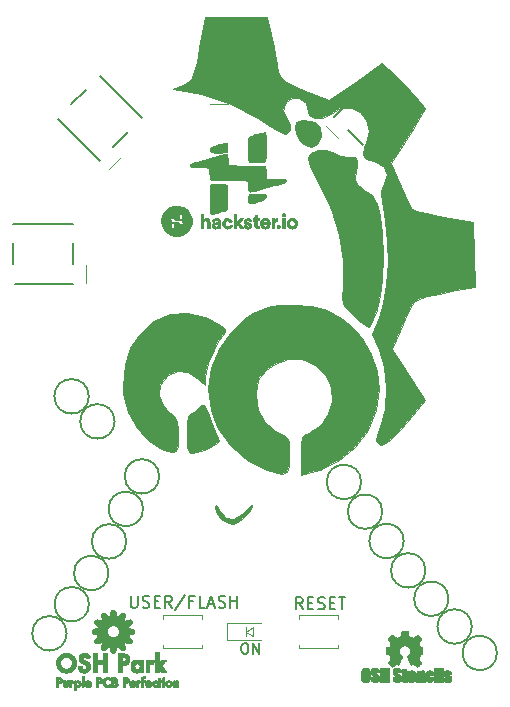
<source format=gto>
%TF.GenerationSoftware,KiCad,Pcbnew,no-vcs-found-d6c0d32~60~ubuntu16.04.1*%
%TF.CreationDate,2017-10-10T18:37:08-06:00*%
%TF.ProjectId,001,3030312E6B696361645F706362000000,rev?*%
%TF.SameCoordinates,Original*%
%TF.FileFunction,Legend,Top*%
%TF.FilePolarity,Positive*%
%FSLAX46Y46*%
G04 Gerber Fmt 4.6, Leading zero omitted, Abs format (unit mm)*
G04 Created by KiCad (PCBNEW no-vcs-found-d6c0d32~60~ubuntu16.04.1) date Tue Oct 10 18:37:08 2017*
%MOMM*%
%LPD*%
G01*
G04 APERTURE LIST*
%ADD10C,0.152400*%
%ADD11C,0.010000*%
%ADD12C,0.050000*%
%ADD13C,0.120000*%
%ADD14C,0.100000*%
G04 APERTURE END LIST*
D10*
X135372619Y-99852380D02*
X135039285Y-99376190D01*
X134801190Y-99852380D02*
X134801190Y-98852380D01*
X135182142Y-98852380D01*
X135277380Y-98900000D01*
X135325000Y-98947619D01*
X135372619Y-99042857D01*
X135372619Y-99185714D01*
X135325000Y-99280952D01*
X135277380Y-99328571D01*
X135182142Y-99376190D01*
X134801190Y-99376190D01*
X135801190Y-99328571D02*
X136134523Y-99328571D01*
X136277380Y-99852380D02*
X135801190Y-99852380D01*
X135801190Y-98852380D01*
X136277380Y-98852380D01*
X136658333Y-99804761D02*
X136801190Y-99852380D01*
X137039285Y-99852380D01*
X137134523Y-99804761D01*
X137182142Y-99757142D01*
X137229761Y-99661904D01*
X137229761Y-99566666D01*
X137182142Y-99471428D01*
X137134523Y-99423809D01*
X137039285Y-99376190D01*
X136848809Y-99328571D01*
X136753571Y-99280952D01*
X136705952Y-99233333D01*
X136658333Y-99138095D01*
X136658333Y-99042857D01*
X136705952Y-98947619D01*
X136753571Y-98900000D01*
X136848809Y-98852380D01*
X137086904Y-98852380D01*
X137229761Y-98900000D01*
X137658333Y-99328571D02*
X137991666Y-99328571D01*
X138134523Y-99852380D02*
X137658333Y-99852380D01*
X137658333Y-98852380D01*
X138134523Y-98852380D01*
X138420238Y-98852380D02*
X138991666Y-98852380D01*
X138705952Y-99852380D02*
X138705952Y-98852380D01*
X120825000Y-98727380D02*
X120825000Y-99536904D01*
X120872619Y-99632142D01*
X120920238Y-99679761D01*
X121015476Y-99727380D01*
X121205952Y-99727380D01*
X121301190Y-99679761D01*
X121348809Y-99632142D01*
X121396428Y-99536904D01*
X121396428Y-98727380D01*
X121825000Y-99679761D02*
X121967857Y-99727380D01*
X122205952Y-99727380D01*
X122301190Y-99679761D01*
X122348809Y-99632142D01*
X122396428Y-99536904D01*
X122396428Y-99441666D01*
X122348809Y-99346428D01*
X122301190Y-99298809D01*
X122205952Y-99251190D01*
X122015476Y-99203571D01*
X121920238Y-99155952D01*
X121872619Y-99108333D01*
X121825000Y-99013095D01*
X121825000Y-98917857D01*
X121872619Y-98822619D01*
X121920238Y-98775000D01*
X122015476Y-98727380D01*
X122253571Y-98727380D01*
X122396428Y-98775000D01*
X122825000Y-99203571D02*
X123158333Y-99203571D01*
X123301190Y-99727380D02*
X122825000Y-99727380D01*
X122825000Y-98727380D01*
X123301190Y-98727380D01*
X124301190Y-99727380D02*
X123967857Y-99251190D01*
X123729761Y-99727380D02*
X123729761Y-98727380D01*
X124110714Y-98727380D01*
X124205952Y-98775000D01*
X124253571Y-98822619D01*
X124301190Y-98917857D01*
X124301190Y-99060714D01*
X124253571Y-99155952D01*
X124205952Y-99203571D01*
X124110714Y-99251190D01*
X123729761Y-99251190D01*
X125444047Y-98679761D02*
X124586904Y-99965476D01*
X126110714Y-99203571D02*
X125777380Y-99203571D01*
X125777380Y-99727380D02*
X125777380Y-98727380D01*
X126253571Y-98727380D01*
X127110714Y-99727380D02*
X126634523Y-99727380D01*
X126634523Y-98727380D01*
X127396428Y-99441666D02*
X127872619Y-99441666D01*
X127301190Y-99727380D02*
X127634523Y-98727380D01*
X127967857Y-99727380D01*
X128253571Y-99679761D02*
X128396428Y-99727380D01*
X128634523Y-99727380D01*
X128729761Y-99679761D01*
X128777380Y-99632142D01*
X128825000Y-99536904D01*
X128825000Y-99441666D01*
X128777380Y-99346428D01*
X128729761Y-99298809D01*
X128634523Y-99251190D01*
X128444047Y-99203571D01*
X128348809Y-99155952D01*
X128301190Y-99108333D01*
X128253571Y-99013095D01*
X128253571Y-98917857D01*
X128301190Y-98822619D01*
X128348809Y-98775000D01*
X128444047Y-98727380D01*
X128682142Y-98727380D01*
X128825000Y-98775000D01*
X129253571Y-99727380D02*
X129253571Y-98727380D01*
X129253571Y-99203571D02*
X129825000Y-99203571D01*
X129825000Y-99727380D02*
X129825000Y-98727380D01*
X130392857Y-102732142D02*
X130564285Y-102732142D01*
X130650000Y-102775000D01*
X130735714Y-102860714D01*
X130778571Y-103032142D01*
X130778571Y-103332142D01*
X130735714Y-103503571D01*
X130650000Y-103589285D01*
X130564285Y-103632142D01*
X130392857Y-103632142D01*
X130307142Y-103589285D01*
X130221428Y-103503571D01*
X130178571Y-103332142D01*
X130178571Y-103032142D01*
X130221428Y-102860714D01*
X130307142Y-102775000D01*
X130392857Y-102732142D01*
X131164285Y-103632142D02*
X131164285Y-102732142D01*
X131678571Y-103632142D01*
X131678571Y-102732142D01*
D11*
%TO.C,G\002A\002A\002A*%
G36*
X119334851Y-99920278D02*
X119346197Y-99929141D01*
X119346200Y-99929300D01*
X119356509Y-99940512D01*
X119365584Y-99941999D01*
X119389037Y-99951725D01*
X119419802Y-99976528D01*
X119451891Y-100009847D01*
X119479313Y-100045121D01*
X119496080Y-100075789D01*
X119498600Y-100087715D01*
X119502906Y-100111742D01*
X119511300Y-100119800D01*
X119519252Y-100131066D01*
X119523676Y-100159212D01*
X119524000Y-100170600D01*
X119526816Y-100202411D01*
X119533853Y-100220104D01*
X119536700Y-100221400D01*
X119544652Y-100232666D01*
X119549076Y-100260812D01*
X119549400Y-100272200D01*
X119552216Y-100304011D01*
X119559253Y-100321704D01*
X119562100Y-100323000D01*
X119570426Y-100334180D01*
X119574664Y-100361740D01*
X119574800Y-100368357D01*
X119582005Y-100412600D01*
X119605362Y-100438840D01*
X119647479Y-100449485D01*
X119663235Y-100450000D01*
X119684989Y-100448945D01*
X119704354Y-100443907D01*
X119725274Y-100432075D01*
X119751695Y-100410640D01*
X119787560Y-100376790D01*
X119836815Y-100327715D01*
X119841500Y-100323000D01*
X119888369Y-100277133D01*
X119930227Y-100238637D01*
X119963292Y-100210810D01*
X119983786Y-100196948D01*
X119987107Y-100196000D01*
X120004290Y-100189278D01*
X120006600Y-100183300D01*
X120017236Y-100172981D01*
X120032000Y-100170600D01*
X120052637Y-100165281D01*
X120057400Y-100157900D01*
X120068822Y-100150655D01*
X120098026Y-100146057D01*
X120120900Y-100145200D01*
X120157123Y-100147484D01*
X120180114Y-100153325D01*
X120184400Y-100157900D01*
X120194725Y-100169073D01*
X120204027Y-100170600D01*
X120228196Y-100180251D01*
X120255787Y-100203317D01*
X120277966Y-100230962D01*
X120286000Y-100252572D01*
X120292681Y-100269840D01*
X120298700Y-100272200D01*
X120305464Y-100283767D01*
X120310051Y-100313987D01*
X120311400Y-100348400D01*
X120309472Y-100388988D01*
X120304435Y-100416506D01*
X120298700Y-100424600D01*
X120290747Y-100435866D01*
X120286323Y-100464012D01*
X120286000Y-100475400D01*
X120283183Y-100507211D01*
X120276146Y-100524904D01*
X120273300Y-100526200D01*
X120265347Y-100537466D01*
X120260923Y-100565612D01*
X120260600Y-100577000D01*
X120257783Y-100608811D01*
X120250746Y-100626504D01*
X120247900Y-100627800D01*
X120238982Y-100638835D01*
X120235200Y-100665425D01*
X120235200Y-100665900D01*
X120231521Y-100692651D01*
X120222658Y-100703997D01*
X120222500Y-100704000D01*
X120210734Y-100712866D01*
X120211758Y-100733384D01*
X120223749Y-100756431D01*
X120235200Y-100767500D01*
X120255037Y-100790322D01*
X120260600Y-100808403D01*
X120266079Y-100823429D01*
X120286558Y-100829993D01*
X120311400Y-100831000D01*
X120343211Y-100828183D01*
X120360904Y-100821146D01*
X120362200Y-100818300D01*
X120373235Y-100809382D01*
X120399825Y-100805600D01*
X120400300Y-100805600D01*
X120427051Y-100801921D01*
X120438397Y-100793058D01*
X120438400Y-100792900D01*
X120449666Y-100784947D01*
X120477812Y-100780523D01*
X120489200Y-100780200D01*
X120521011Y-100777383D01*
X120538704Y-100770346D01*
X120540000Y-100767500D01*
X120551422Y-100760255D01*
X120559183Y-100759033D01*
X120696633Y-100759033D01*
X120698376Y-100766583D01*
X120705100Y-100767500D01*
X120715553Y-100762853D01*
X120713566Y-100759033D01*
X120698494Y-100757513D01*
X120696633Y-100759033D01*
X120559183Y-100759033D01*
X120580626Y-100755657D01*
X120603500Y-100754800D01*
X120639723Y-100752515D01*
X120662714Y-100746674D01*
X120667000Y-100742100D01*
X120678035Y-100733182D01*
X120704625Y-100729400D01*
X120705100Y-100729400D01*
X120731851Y-100733078D01*
X120743197Y-100741941D01*
X120743200Y-100742100D01*
X120754085Y-100751584D01*
X120775527Y-100754799D01*
X120806679Y-100763940D01*
X120838613Y-100786318D01*
X120862594Y-100814370D01*
X120870200Y-100836772D01*
X120876881Y-100854040D01*
X120882900Y-100856400D01*
X120889664Y-100867967D01*
X120894251Y-100898187D01*
X120895600Y-100932600D01*
X120893672Y-100973188D01*
X120888635Y-101000706D01*
X120882900Y-101008800D01*
X120871698Y-101019114D01*
X120870200Y-101028254D01*
X120861575Y-101043543D01*
X120837790Y-101072900D01*
X120801979Y-101112776D01*
X120757275Y-101159618D01*
X120730500Y-101186600D01*
X120677516Y-101239539D01*
X120639968Y-101278386D01*
X120615201Y-101306876D01*
X120600557Y-101328745D01*
X120593381Y-101347728D01*
X120591015Y-101367560D01*
X120590800Y-101383045D01*
X120592437Y-101418913D01*
X120599248Y-101435938D01*
X120614078Y-101440570D01*
X120616200Y-101440600D01*
X120636837Y-101445918D01*
X120641600Y-101453300D01*
X120652635Y-101462217D01*
X120679225Y-101465999D01*
X120679700Y-101466000D01*
X120706451Y-101469678D01*
X120717797Y-101478541D01*
X120717800Y-101478700D01*
X120729066Y-101486652D01*
X120757212Y-101491076D01*
X120768600Y-101491400D01*
X120800411Y-101494216D01*
X120818104Y-101501253D01*
X120819400Y-101504100D01*
X120830666Y-101512052D01*
X120858812Y-101516476D01*
X120870200Y-101516800D01*
X120902011Y-101519616D01*
X120919704Y-101526653D01*
X120921000Y-101529500D01*
X120931967Y-101538680D01*
X120956296Y-101542200D01*
X120991760Y-101551870D01*
X121009899Y-101567600D01*
X121030450Y-101587296D01*
X121045360Y-101593000D01*
X121071499Y-101603573D01*
X121092586Y-101627954D01*
X121098800Y-101649242D01*
X121105384Y-101666717D01*
X121111500Y-101669200D01*
X121118744Y-101680622D01*
X121123342Y-101709826D01*
X121124200Y-101732700D01*
X121121915Y-101768923D01*
X121116074Y-101791914D01*
X121111500Y-101796200D01*
X121100301Y-101806515D01*
X121098800Y-101815673D01*
X121088763Y-101840633D01*
X121063662Y-101870513D01*
X121031010Y-101898594D01*
X120998317Y-101918157D01*
X120978573Y-101923200D01*
X120954504Y-101927495D01*
X120946400Y-101935900D01*
X120935364Y-101944817D01*
X120908774Y-101948599D01*
X120908300Y-101948600D01*
X120881548Y-101952278D01*
X120870202Y-101961141D01*
X120870200Y-101961300D01*
X120858933Y-101969252D01*
X120830787Y-101973676D01*
X120819400Y-101974000D01*
X120787588Y-101976816D01*
X120769895Y-101983853D01*
X120768600Y-101986700D01*
X120757564Y-101995617D01*
X120730974Y-101999399D01*
X120730500Y-101999400D01*
X120703748Y-102003078D01*
X120692402Y-102011941D01*
X120692400Y-102012100D01*
X120681504Y-102021549D01*
X120659742Y-102024800D01*
X120620356Y-102035039D01*
X120596879Y-102064398D01*
X120590800Y-102100535D01*
X120593473Y-102119318D01*
X120603304Y-102140241D01*
X120623003Y-102166840D01*
X120655283Y-102202653D01*
X120702858Y-102251214D01*
X120717800Y-102266100D01*
X120763614Y-102312724D01*
X120802079Y-102354023D01*
X120829910Y-102386301D01*
X120843823Y-102405866D01*
X120844800Y-102408903D01*
X120854193Y-102428607D01*
X120870200Y-102443900D01*
X120884244Y-102458376D01*
X120892034Y-102480772D01*
X120895217Y-102517851D01*
X120895600Y-102548303D01*
X120893872Y-102592828D01*
X120889265Y-102623471D01*
X120882900Y-102634400D01*
X120871779Y-102644747D01*
X120870200Y-102654357D01*
X120859454Y-102683046D01*
X120834390Y-102705001D01*
X120813957Y-102710600D01*
X120796482Y-102717184D01*
X120794000Y-102723300D01*
X120782117Y-102729589D01*
X120749677Y-102734009D01*
X120701488Y-102735957D01*
X120692400Y-102736000D01*
X120642085Y-102734514D01*
X120606727Y-102730459D01*
X120591138Y-102724436D01*
X120590800Y-102723300D01*
X120579533Y-102715347D01*
X120551387Y-102710923D01*
X120540000Y-102710600D01*
X120508188Y-102707783D01*
X120490495Y-102700746D01*
X120489200Y-102697900D01*
X120477933Y-102689947D01*
X120449787Y-102685523D01*
X120438400Y-102685200D01*
X120406588Y-102682383D01*
X120388895Y-102675346D01*
X120387600Y-102672500D01*
X120376588Y-102663486D01*
X120350558Y-102659800D01*
X120322400Y-102655095D01*
X120308383Y-102644401D01*
X120298112Y-102643170D01*
X120277947Y-102656525D01*
X120253487Y-102678927D01*
X120230333Y-102704835D01*
X120214085Y-102728709D01*
X120209800Y-102741926D01*
X120216527Y-102759097D01*
X120222500Y-102761400D01*
X120230452Y-102772666D01*
X120234876Y-102800812D01*
X120235200Y-102812200D01*
X120238016Y-102844011D01*
X120245053Y-102861704D01*
X120247900Y-102863000D01*
X120256817Y-102874035D01*
X120260599Y-102900625D01*
X120260600Y-102901100D01*
X120264278Y-102927851D01*
X120273141Y-102939197D01*
X120273300Y-102939200D01*
X120281252Y-102950466D01*
X120285676Y-102978612D01*
X120286000Y-102990000D01*
X120288816Y-103021811D01*
X120295853Y-103039504D01*
X120298700Y-103040800D01*
X120305464Y-103052367D01*
X120310051Y-103082587D01*
X120311400Y-103117000D01*
X120309472Y-103157588D01*
X120304435Y-103185106D01*
X120298700Y-103193200D01*
X120288381Y-103203836D01*
X120286000Y-103218600D01*
X120280681Y-103239237D01*
X120273300Y-103244000D01*
X120262981Y-103254636D01*
X120260600Y-103269400D01*
X120251619Y-103290625D01*
X120235200Y-103294800D01*
X120214562Y-103300118D01*
X120209800Y-103307500D01*
X120198053Y-103314014D01*
X120166570Y-103318516D01*
X120120986Y-103320199D01*
X120120900Y-103320200D01*
X120075296Y-103318521D01*
X120043784Y-103314024D01*
X120032000Y-103307512D01*
X120032000Y-103307500D01*
X120021630Y-103296434D01*
X120011695Y-103294800D01*
X119990650Y-103286074D01*
X119963374Y-103264363D01*
X119955799Y-103256700D01*
X119930074Y-103232668D01*
X119909576Y-103219470D01*
X119905677Y-103218600D01*
X119884755Y-103209072D01*
X119859438Y-103186387D01*
X119838022Y-103159389D01*
X119828803Y-103136924D01*
X119828800Y-103136627D01*
X119818184Y-103120477D01*
X119803400Y-103117000D01*
X119782174Y-103108019D01*
X119778000Y-103091600D01*
X119769019Y-103070374D01*
X119752600Y-103066200D01*
X119731374Y-103057219D01*
X119727200Y-103040800D01*
X119721212Y-103022207D01*
X119698935Y-103015662D01*
X119689100Y-103015400D01*
X119662348Y-103019078D01*
X119651002Y-103027941D01*
X119651000Y-103028100D01*
X119640652Y-103039220D01*
X119631042Y-103040800D01*
X119600700Y-103052173D01*
X119580884Y-103083071D01*
X119574800Y-103122442D01*
X119571669Y-103152181D01*
X119563952Y-103167315D01*
X119562100Y-103167800D01*
X119554147Y-103179066D01*
X119549723Y-103207212D01*
X119549400Y-103218600D01*
X119546583Y-103250411D01*
X119539546Y-103268104D01*
X119536700Y-103269400D01*
X119528747Y-103280666D01*
X119524323Y-103308812D01*
X119524000Y-103320200D01*
X119521183Y-103352011D01*
X119514146Y-103369704D01*
X119511300Y-103371000D01*
X119500981Y-103381636D01*
X119498600Y-103396400D01*
X119493281Y-103417037D01*
X119485900Y-103421800D01*
X119474726Y-103432125D01*
X119473200Y-103441427D01*
X119463548Y-103465596D01*
X119440482Y-103493187D01*
X119412837Y-103515366D01*
X119391227Y-103523400D01*
X119373959Y-103530081D01*
X119371600Y-103536100D01*
X119360042Y-103542886D01*
X119329851Y-103547085D01*
X119298575Y-103547879D01*
X119256533Y-103546059D01*
X119228007Y-103538866D01*
X119202786Y-103521728D01*
X119171575Y-103491025D01*
X119142853Y-103458275D01*
X119123275Y-103430238D01*
X119117600Y-103415746D01*
X119110833Y-103398656D01*
X119104900Y-103396400D01*
X119096947Y-103385133D01*
X119092523Y-103356987D01*
X119092200Y-103345600D01*
X119089383Y-103313788D01*
X119082346Y-103296095D01*
X119079500Y-103294800D01*
X119071547Y-103283533D01*
X119067123Y-103255387D01*
X119066800Y-103244000D01*
X119063983Y-103212188D01*
X119056946Y-103194495D01*
X119054100Y-103193200D01*
X119045182Y-103182164D01*
X119041400Y-103155574D01*
X119041400Y-103155100D01*
X119037721Y-103128348D01*
X119028858Y-103117002D01*
X119028700Y-103117000D01*
X119019782Y-103105964D01*
X119016000Y-103079374D01*
X119016000Y-103078900D01*
X119012008Y-103051011D01*
X118997156Y-103041193D01*
X118990600Y-103040800D01*
X118969962Y-103035481D01*
X118965200Y-103028100D01*
X118954319Y-103018597D01*
X118933045Y-103015400D01*
X118914527Y-103020600D01*
X118888270Y-103037540D01*
X118851816Y-103068229D01*
X118802703Y-103114675D01*
X118761999Y-103155100D01*
X118712870Y-103203308D01*
X118668785Y-103244317D01*
X118633299Y-103274995D01*
X118609961Y-103292207D01*
X118603654Y-103294800D01*
X118586495Y-103301533D01*
X118584200Y-103307500D01*
X118572375Y-103313888D01*
X118540339Y-103318345D01*
X118493250Y-103320186D01*
X118488372Y-103320200D01*
X118437391Y-103319250D01*
X118404400Y-103315195D01*
X118382023Y-103306224D01*
X118362884Y-103290526D01*
X118361372Y-103289027D01*
X118340103Y-103262447D01*
X118330278Y-103239697D01*
X118330200Y-103238227D01*
X118323518Y-103220959D01*
X118317500Y-103218600D01*
X118311210Y-103206717D01*
X118306790Y-103174277D01*
X118304842Y-103126088D01*
X118304800Y-103117000D01*
X118306285Y-103066685D01*
X118310340Y-103031327D01*
X118316363Y-103015738D01*
X118317500Y-103015400D01*
X118325452Y-103004133D01*
X118329876Y-102975987D01*
X118330200Y-102964600D01*
X118333016Y-102932788D01*
X118340053Y-102915095D01*
X118342900Y-102913800D01*
X118350852Y-102902533D01*
X118355276Y-102874387D01*
X118355600Y-102863000D01*
X118358416Y-102831188D01*
X118365453Y-102813495D01*
X118368300Y-102812200D01*
X118375842Y-102800841D01*
X118380392Y-102772074D01*
X118381000Y-102754472D01*
X118376938Y-102710841D01*
X118361681Y-102679297D01*
X118347013Y-102662758D01*
X118322067Y-102642430D01*
X118308782Y-102642329D01*
X118307854Y-102644285D01*
X118292874Y-102654357D01*
X118261871Y-102659565D01*
X118252941Y-102659800D01*
X118221523Y-102662672D01*
X118204312Y-102669831D01*
X118203200Y-102672500D01*
X118191933Y-102680452D01*
X118163787Y-102684876D01*
X118152400Y-102685200D01*
X118120588Y-102688016D01*
X118102895Y-102695053D01*
X118101600Y-102697900D01*
X118090564Y-102706817D01*
X118063974Y-102710599D01*
X118063500Y-102710600D01*
X118036748Y-102714278D01*
X118025402Y-102723141D01*
X118025400Y-102723300D01*
X118013517Y-102729589D01*
X117981077Y-102734009D01*
X117932888Y-102735957D01*
X117923800Y-102736000D01*
X117873485Y-102734514D01*
X117838127Y-102730459D01*
X117822538Y-102724436D01*
X117822200Y-102723300D01*
X117811874Y-102712126D01*
X117802572Y-102710600D01*
X117772460Y-102699351D01*
X117744813Y-102670899D01*
X117725695Y-102633185D01*
X117720599Y-102603227D01*
X117717448Y-102573618D01*
X117709685Y-102558646D01*
X117707900Y-102558200D01*
X117697581Y-102547563D01*
X117695200Y-102532800D01*
X117700518Y-102512162D01*
X117707900Y-102507400D01*
X117718218Y-102496763D01*
X117720600Y-102482000D01*
X117725918Y-102461362D01*
X117733300Y-102456600D01*
X117744501Y-102446285D01*
X117746000Y-102437145D01*
X117754624Y-102421856D01*
X117778409Y-102392499D01*
X117814220Y-102352623D01*
X117858924Y-102305781D01*
X117885700Y-102278800D01*
X117948677Y-102214452D01*
X117992639Y-102165375D01*
X118018196Y-102130714D01*
X118025956Y-102109616D01*
X118016530Y-102101227D01*
X118012700Y-102101000D01*
X118003782Y-102089964D01*
X118000000Y-102063374D01*
X118000000Y-102062900D01*
X117996853Y-102035913D01*
X117982009Y-102025967D01*
X117961900Y-102024800D01*
X117935148Y-102021121D01*
X117923802Y-102012258D01*
X117923800Y-102012100D01*
X117912764Y-102003182D01*
X117886174Y-101999400D01*
X117885700Y-101999400D01*
X117858948Y-101995721D01*
X117847602Y-101986858D01*
X117847600Y-101986700D01*
X117836333Y-101978747D01*
X117808187Y-101974323D01*
X117796800Y-101974000D01*
X117764988Y-101971183D01*
X117747295Y-101964146D01*
X117746000Y-101961300D01*
X117734733Y-101953347D01*
X117706587Y-101948923D01*
X117695200Y-101948600D01*
X117663388Y-101945783D01*
X117645695Y-101938746D01*
X117644400Y-101935900D01*
X117633763Y-101925581D01*
X117619000Y-101923200D01*
X117598362Y-101917881D01*
X117593600Y-101910500D01*
X117583252Y-101899379D01*
X117573642Y-101897800D01*
X117544953Y-101887054D01*
X117522998Y-101861990D01*
X117517399Y-101841557D01*
X117510815Y-101824082D01*
X117504700Y-101821600D01*
X117497935Y-101810032D01*
X117493348Y-101779812D01*
X117492000Y-101745400D01*
X117492602Y-101732700D01*
X118787400Y-101732700D01*
X118788503Y-101795733D01*
X118791619Y-101841861D01*
X118796450Y-101867836D01*
X118800100Y-101872400D01*
X118809017Y-101883435D01*
X118812799Y-101910025D01*
X118812800Y-101910500D01*
X118816478Y-101937251D01*
X118825341Y-101948597D01*
X118825500Y-101948600D01*
X118836214Y-101959102D01*
X118838200Y-101971196D01*
X118847782Y-101995750D01*
X118863600Y-102012100D01*
X118883283Y-102032451D01*
X118889000Y-102047076D01*
X118897401Y-102065244D01*
X118918751Y-102092593D01*
X118933026Y-102107773D01*
X118961999Y-102133564D01*
X118985928Y-102149410D01*
X118993723Y-102151800D01*
X119013411Y-102161192D01*
X119028700Y-102177200D01*
X119051522Y-102197037D01*
X119069603Y-102202600D01*
X119088667Y-102208502D01*
X119092200Y-102215300D01*
X119103235Y-102224217D01*
X119129825Y-102227999D01*
X119130300Y-102228000D01*
X119157051Y-102231678D01*
X119168397Y-102240541D01*
X119168400Y-102240700D01*
X119180543Y-102246430D01*
X119214811Y-102250623D01*
X119267958Y-102252985D01*
X119308100Y-102253400D01*
X119371133Y-102252296D01*
X119417261Y-102249180D01*
X119443236Y-102244349D01*
X119447800Y-102240700D01*
X119458835Y-102231782D01*
X119485425Y-102228000D01*
X119485900Y-102228000D01*
X119512651Y-102224321D01*
X119523997Y-102215458D01*
X119524000Y-102215300D01*
X119534300Y-102204066D01*
X119543254Y-102202600D01*
X119559759Y-102194052D01*
X119589210Y-102170958D01*
X119627009Y-102137139D01*
X119657554Y-102107554D01*
X119696834Y-102066543D01*
X119728209Y-102030489D01*
X119747857Y-102003990D01*
X119752600Y-101993254D01*
X119759394Y-101976223D01*
X119765300Y-101974000D01*
X119775618Y-101963363D01*
X119778000Y-101948600D01*
X119783318Y-101927962D01*
X119790700Y-101923200D01*
X119799617Y-101912164D01*
X119803399Y-101885574D01*
X119803400Y-101885100D01*
X119807078Y-101858348D01*
X119815941Y-101847002D01*
X119816100Y-101847000D01*
X119822389Y-101835117D01*
X119826809Y-101802677D01*
X119828757Y-101754488D01*
X119828800Y-101745400D01*
X119827314Y-101695085D01*
X119823259Y-101659727D01*
X119817236Y-101644138D01*
X119816100Y-101643800D01*
X119807182Y-101632764D01*
X119803400Y-101606174D01*
X119803400Y-101605700D01*
X119799721Y-101578948D01*
X119790858Y-101567602D01*
X119790700Y-101567600D01*
X119781519Y-101556632D01*
X119778000Y-101532303D01*
X119768329Y-101496839D01*
X119752600Y-101478700D01*
X119732918Y-101458384D01*
X119727200Y-101443812D01*
X119718327Y-101425621D01*
X119695860Y-101397772D01*
X119666025Y-101366491D01*
X119635048Y-101338004D01*
X119609154Y-101318537D01*
X119596987Y-101313599D01*
X119577372Y-101304210D01*
X119562100Y-101288200D01*
X119533882Y-101267695D01*
X119508496Y-101262800D01*
X119482982Y-101258853D01*
X119473200Y-101250100D01*
X119462164Y-101241182D01*
X119435574Y-101237400D01*
X119435100Y-101237400D01*
X119408348Y-101233721D01*
X119397002Y-101224858D01*
X119397000Y-101224700D01*
X119385253Y-101218185D01*
X119353770Y-101213683D01*
X119308186Y-101212000D01*
X119308100Y-101212000D01*
X119262496Y-101213678D01*
X119230984Y-101218175D01*
X119219200Y-101224687D01*
X119219200Y-101224700D01*
X119207933Y-101232652D01*
X119179787Y-101237076D01*
X119168400Y-101237400D01*
X119136588Y-101240216D01*
X119118895Y-101247253D01*
X119117600Y-101250100D01*
X119106963Y-101260418D01*
X119092200Y-101262800D01*
X119071562Y-101268118D01*
X119066800Y-101275500D01*
X119056497Y-101286728D01*
X119047514Y-101288200D01*
X119029426Y-101297063D01*
X119000091Y-101320248D01*
X118964620Y-101352641D01*
X118928125Y-101389133D01*
X118895715Y-101424613D01*
X118872503Y-101453968D01*
X118863600Y-101472089D01*
X118863600Y-101472114D01*
X118856815Y-101489165D01*
X118850900Y-101491400D01*
X118840581Y-101502036D01*
X118838200Y-101516800D01*
X118832881Y-101537437D01*
X118825500Y-101542200D01*
X118815181Y-101552836D01*
X118812800Y-101567600D01*
X118807481Y-101588237D01*
X118800100Y-101593000D01*
X118794369Y-101605143D01*
X118790176Y-101639411D01*
X118787814Y-101692558D01*
X118787400Y-101732700D01*
X117492602Y-101732700D01*
X117493927Y-101704811D01*
X117498964Y-101677293D01*
X117504700Y-101669200D01*
X117515873Y-101658874D01*
X117517400Y-101649572D01*
X117527051Y-101625403D01*
X117550117Y-101597812D01*
X117577762Y-101575633D01*
X117599372Y-101567600D01*
X117616640Y-101560918D01*
X117619000Y-101554900D01*
X117630035Y-101545982D01*
X117656625Y-101542200D01*
X117657100Y-101542200D01*
X117683851Y-101538521D01*
X117695197Y-101529658D01*
X117695200Y-101529500D01*
X117706235Y-101520582D01*
X117732825Y-101516800D01*
X117733300Y-101516800D01*
X117760051Y-101513121D01*
X117771397Y-101504258D01*
X117771400Y-101504100D01*
X117782666Y-101496147D01*
X117810812Y-101491723D01*
X117822200Y-101491400D01*
X117854011Y-101488583D01*
X117871704Y-101481546D01*
X117873000Y-101478700D01*
X117884180Y-101470373D01*
X117911740Y-101466135D01*
X117918357Y-101466000D01*
X117962402Y-101458164D01*
X117991166Y-101436879D01*
X118000000Y-101409757D01*
X118006584Y-101392282D01*
X118012700Y-101389800D01*
X118025673Y-101383254D01*
X118020296Y-101363225D01*
X117996164Y-101329130D01*
X117952870Y-101280382D01*
X117898400Y-101224700D01*
X117852585Y-101178075D01*
X117814120Y-101136776D01*
X117786289Y-101104498D01*
X117772376Y-101084933D01*
X117771400Y-101081896D01*
X117762006Y-101062192D01*
X117746000Y-101046900D01*
X117725495Y-101018682D01*
X117720600Y-100993296D01*
X117716653Y-100967782D01*
X117707900Y-100958000D01*
X117698982Y-100946964D01*
X117695200Y-100920374D01*
X117695200Y-100919900D01*
X117696073Y-100913550D01*
X117720600Y-100913550D01*
X117726950Y-100919900D01*
X117733300Y-100913550D01*
X117726950Y-100907200D01*
X117720600Y-100913550D01*
X117696073Y-100913550D01*
X117698878Y-100893148D01*
X117707741Y-100881802D01*
X117707900Y-100881800D01*
X117718218Y-100871163D01*
X117720600Y-100856400D01*
X117725918Y-100835762D01*
X117733300Y-100831000D01*
X117743618Y-100820363D01*
X117746000Y-100805600D01*
X117754980Y-100784374D01*
X117771400Y-100780200D01*
X117792037Y-100774881D01*
X117796800Y-100767500D01*
X117807276Y-100759033D01*
X117902633Y-100759033D01*
X117904376Y-100766583D01*
X117911100Y-100767500D01*
X117921553Y-100762853D01*
X117919566Y-100759033D01*
X117904494Y-100757513D01*
X117902633Y-100759033D01*
X117807276Y-100759033D01*
X117807835Y-100758582D01*
X117834425Y-100754800D01*
X117834900Y-100754800D01*
X117861651Y-100751121D01*
X117872997Y-100742258D01*
X117873000Y-100742100D01*
X117884035Y-100733182D01*
X117910625Y-100729400D01*
X117911100Y-100729400D01*
X117937851Y-100733078D01*
X117949197Y-100741941D01*
X117949200Y-100742100D01*
X117960466Y-100750052D01*
X117988612Y-100754476D01*
X118000000Y-100754800D01*
X118031811Y-100757616D01*
X118049504Y-100764653D01*
X118050800Y-100767500D01*
X118062066Y-100775452D01*
X118090212Y-100779876D01*
X118101600Y-100780200D01*
X118133411Y-100783016D01*
X118151104Y-100790053D01*
X118152400Y-100792900D01*
X118163666Y-100800852D01*
X118191812Y-100805276D01*
X118203200Y-100805600D01*
X118235011Y-100808416D01*
X118252704Y-100815453D01*
X118254000Y-100818300D01*
X118264881Y-100827800D01*
X118286173Y-100830999D01*
X118308838Y-100824221D01*
X118336969Y-100807115D01*
X118365151Y-100784523D01*
X118387970Y-100761287D01*
X118400013Y-100742250D01*
X118396398Y-100732416D01*
X118385345Y-100717414D01*
X118381000Y-100690241D01*
X118377224Y-100663951D01*
X118368300Y-100653200D01*
X118360347Y-100641933D01*
X118355923Y-100613787D01*
X118355600Y-100602400D01*
X118352783Y-100570588D01*
X118345746Y-100552895D01*
X118342900Y-100551600D01*
X118334947Y-100540333D01*
X118330523Y-100512187D01*
X118330200Y-100500800D01*
X118327383Y-100468988D01*
X118320346Y-100451295D01*
X118317500Y-100450000D01*
X118311106Y-100438177D01*
X118306648Y-100406159D01*
X118304813Y-100359120D01*
X118304800Y-100354415D01*
X118304800Y-100258831D01*
X118361615Y-100202015D01*
X118394614Y-100170654D01*
X118420131Y-100153630D01*
X118447889Y-100146595D01*
X118487608Y-100145200D01*
X118488615Y-100145200D01*
X118526972Y-100147278D01*
X118552464Y-100152642D01*
X118558800Y-100157900D01*
X118569302Y-100168614D01*
X118581396Y-100170599D01*
X118605950Y-100180182D01*
X118622299Y-100195999D01*
X118642678Y-100215685D01*
X118657341Y-100221400D01*
X118672202Y-100229987D01*
X118700688Y-100253432D01*
X118738845Y-100288259D01*
X118782719Y-100330993D01*
X118787400Y-100335699D01*
X118837047Y-100384779D01*
X118873486Y-100417884D01*
X118900547Y-100437877D01*
X118922059Y-100447623D01*
X118940219Y-100450000D01*
X118980957Y-100441559D01*
X119008144Y-100419286D01*
X119016000Y-100393757D01*
X119022584Y-100376282D01*
X119028700Y-100373800D01*
X119036652Y-100362533D01*
X119041076Y-100334387D01*
X119041400Y-100323000D01*
X119044216Y-100291188D01*
X119051253Y-100273495D01*
X119054100Y-100272200D01*
X119063017Y-100261164D01*
X119066799Y-100234574D01*
X119066800Y-100234100D01*
X119070478Y-100207348D01*
X119079341Y-100196002D01*
X119079500Y-100196000D01*
X119087452Y-100184733D01*
X119091876Y-100156587D01*
X119092200Y-100145200D01*
X119095016Y-100113388D01*
X119102053Y-100095695D01*
X119104900Y-100094400D01*
X119115218Y-100083763D01*
X119117600Y-100069000D01*
X119122918Y-100048362D01*
X119130300Y-100043600D01*
X119141473Y-100033274D01*
X119143000Y-100023972D01*
X119153556Y-99996999D01*
X119179402Y-99969348D01*
X119211799Y-99948585D01*
X119221038Y-99946233D01*
X119299633Y-99946233D01*
X119301376Y-99953783D01*
X119308100Y-99954700D01*
X119318553Y-99950053D01*
X119316566Y-99946233D01*
X119301494Y-99944713D01*
X119299633Y-99946233D01*
X119221038Y-99946233D01*
X119237672Y-99941999D01*
X119261814Y-99937723D01*
X119270000Y-99929300D01*
X119281035Y-99920382D01*
X119307625Y-99916600D01*
X119308100Y-99916600D01*
X119334851Y-99920278D01*
X119334851Y-99920278D01*
G37*
X119334851Y-99920278D02*
X119346197Y-99929141D01*
X119346200Y-99929300D01*
X119356509Y-99940512D01*
X119365584Y-99941999D01*
X119389037Y-99951725D01*
X119419802Y-99976528D01*
X119451891Y-100009847D01*
X119479313Y-100045121D01*
X119496080Y-100075789D01*
X119498600Y-100087715D01*
X119502906Y-100111742D01*
X119511300Y-100119800D01*
X119519252Y-100131066D01*
X119523676Y-100159212D01*
X119524000Y-100170600D01*
X119526816Y-100202411D01*
X119533853Y-100220104D01*
X119536700Y-100221400D01*
X119544652Y-100232666D01*
X119549076Y-100260812D01*
X119549400Y-100272200D01*
X119552216Y-100304011D01*
X119559253Y-100321704D01*
X119562100Y-100323000D01*
X119570426Y-100334180D01*
X119574664Y-100361740D01*
X119574800Y-100368357D01*
X119582005Y-100412600D01*
X119605362Y-100438840D01*
X119647479Y-100449485D01*
X119663235Y-100450000D01*
X119684989Y-100448945D01*
X119704354Y-100443907D01*
X119725274Y-100432075D01*
X119751695Y-100410640D01*
X119787560Y-100376790D01*
X119836815Y-100327715D01*
X119841500Y-100323000D01*
X119888369Y-100277133D01*
X119930227Y-100238637D01*
X119963292Y-100210810D01*
X119983786Y-100196948D01*
X119987107Y-100196000D01*
X120004290Y-100189278D01*
X120006600Y-100183300D01*
X120017236Y-100172981D01*
X120032000Y-100170600D01*
X120052637Y-100165281D01*
X120057400Y-100157900D01*
X120068822Y-100150655D01*
X120098026Y-100146057D01*
X120120900Y-100145200D01*
X120157123Y-100147484D01*
X120180114Y-100153325D01*
X120184400Y-100157900D01*
X120194725Y-100169073D01*
X120204027Y-100170600D01*
X120228196Y-100180251D01*
X120255787Y-100203317D01*
X120277966Y-100230962D01*
X120286000Y-100252572D01*
X120292681Y-100269840D01*
X120298700Y-100272200D01*
X120305464Y-100283767D01*
X120310051Y-100313987D01*
X120311400Y-100348400D01*
X120309472Y-100388988D01*
X120304435Y-100416506D01*
X120298700Y-100424600D01*
X120290747Y-100435866D01*
X120286323Y-100464012D01*
X120286000Y-100475400D01*
X120283183Y-100507211D01*
X120276146Y-100524904D01*
X120273300Y-100526200D01*
X120265347Y-100537466D01*
X120260923Y-100565612D01*
X120260600Y-100577000D01*
X120257783Y-100608811D01*
X120250746Y-100626504D01*
X120247900Y-100627800D01*
X120238982Y-100638835D01*
X120235200Y-100665425D01*
X120235200Y-100665900D01*
X120231521Y-100692651D01*
X120222658Y-100703997D01*
X120222500Y-100704000D01*
X120210734Y-100712866D01*
X120211758Y-100733384D01*
X120223749Y-100756431D01*
X120235200Y-100767500D01*
X120255037Y-100790322D01*
X120260600Y-100808403D01*
X120266079Y-100823429D01*
X120286558Y-100829993D01*
X120311400Y-100831000D01*
X120343211Y-100828183D01*
X120360904Y-100821146D01*
X120362200Y-100818300D01*
X120373235Y-100809382D01*
X120399825Y-100805600D01*
X120400300Y-100805600D01*
X120427051Y-100801921D01*
X120438397Y-100793058D01*
X120438400Y-100792900D01*
X120449666Y-100784947D01*
X120477812Y-100780523D01*
X120489200Y-100780200D01*
X120521011Y-100777383D01*
X120538704Y-100770346D01*
X120540000Y-100767500D01*
X120551422Y-100760255D01*
X120559183Y-100759033D01*
X120696633Y-100759033D01*
X120698376Y-100766583D01*
X120705100Y-100767500D01*
X120715553Y-100762853D01*
X120713566Y-100759033D01*
X120698494Y-100757513D01*
X120696633Y-100759033D01*
X120559183Y-100759033D01*
X120580626Y-100755657D01*
X120603500Y-100754800D01*
X120639723Y-100752515D01*
X120662714Y-100746674D01*
X120667000Y-100742100D01*
X120678035Y-100733182D01*
X120704625Y-100729400D01*
X120705100Y-100729400D01*
X120731851Y-100733078D01*
X120743197Y-100741941D01*
X120743200Y-100742100D01*
X120754085Y-100751584D01*
X120775527Y-100754799D01*
X120806679Y-100763940D01*
X120838613Y-100786318D01*
X120862594Y-100814370D01*
X120870200Y-100836772D01*
X120876881Y-100854040D01*
X120882900Y-100856400D01*
X120889664Y-100867967D01*
X120894251Y-100898187D01*
X120895600Y-100932600D01*
X120893672Y-100973188D01*
X120888635Y-101000706D01*
X120882900Y-101008800D01*
X120871698Y-101019114D01*
X120870200Y-101028254D01*
X120861575Y-101043543D01*
X120837790Y-101072900D01*
X120801979Y-101112776D01*
X120757275Y-101159618D01*
X120730500Y-101186600D01*
X120677516Y-101239539D01*
X120639968Y-101278386D01*
X120615201Y-101306876D01*
X120600557Y-101328745D01*
X120593381Y-101347728D01*
X120591015Y-101367560D01*
X120590800Y-101383045D01*
X120592437Y-101418913D01*
X120599248Y-101435938D01*
X120614078Y-101440570D01*
X120616200Y-101440600D01*
X120636837Y-101445918D01*
X120641600Y-101453300D01*
X120652635Y-101462217D01*
X120679225Y-101465999D01*
X120679700Y-101466000D01*
X120706451Y-101469678D01*
X120717797Y-101478541D01*
X120717800Y-101478700D01*
X120729066Y-101486652D01*
X120757212Y-101491076D01*
X120768600Y-101491400D01*
X120800411Y-101494216D01*
X120818104Y-101501253D01*
X120819400Y-101504100D01*
X120830666Y-101512052D01*
X120858812Y-101516476D01*
X120870200Y-101516800D01*
X120902011Y-101519616D01*
X120919704Y-101526653D01*
X120921000Y-101529500D01*
X120931967Y-101538680D01*
X120956296Y-101542200D01*
X120991760Y-101551870D01*
X121009899Y-101567600D01*
X121030450Y-101587296D01*
X121045360Y-101593000D01*
X121071499Y-101603573D01*
X121092586Y-101627954D01*
X121098800Y-101649242D01*
X121105384Y-101666717D01*
X121111500Y-101669200D01*
X121118744Y-101680622D01*
X121123342Y-101709826D01*
X121124200Y-101732700D01*
X121121915Y-101768923D01*
X121116074Y-101791914D01*
X121111500Y-101796200D01*
X121100301Y-101806515D01*
X121098800Y-101815673D01*
X121088763Y-101840633D01*
X121063662Y-101870513D01*
X121031010Y-101898594D01*
X120998317Y-101918157D01*
X120978573Y-101923200D01*
X120954504Y-101927495D01*
X120946400Y-101935900D01*
X120935364Y-101944817D01*
X120908774Y-101948599D01*
X120908300Y-101948600D01*
X120881548Y-101952278D01*
X120870202Y-101961141D01*
X120870200Y-101961300D01*
X120858933Y-101969252D01*
X120830787Y-101973676D01*
X120819400Y-101974000D01*
X120787588Y-101976816D01*
X120769895Y-101983853D01*
X120768600Y-101986700D01*
X120757564Y-101995617D01*
X120730974Y-101999399D01*
X120730500Y-101999400D01*
X120703748Y-102003078D01*
X120692402Y-102011941D01*
X120692400Y-102012100D01*
X120681504Y-102021549D01*
X120659742Y-102024800D01*
X120620356Y-102035039D01*
X120596879Y-102064398D01*
X120590800Y-102100535D01*
X120593473Y-102119318D01*
X120603304Y-102140241D01*
X120623003Y-102166840D01*
X120655283Y-102202653D01*
X120702858Y-102251214D01*
X120717800Y-102266100D01*
X120763614Y-102312724D01*
X120802079Y-102354023D01*
X120829910Y-102386301D01*
X120843823Y-102405866D01*
X120844800Y-102408903D01*
X120854193Y-102428607D01*
X120870200Y-102443900D01*
X120884244Y-102458376D01*
X120892034Y-102480772D01*
X120895217Y-102517851D01*
X120895600Y-102548303D01*
X120893872Y-102592828D01*
X120889265Y-102623471D01*
X120882900Y-102634400D01*
X120871779Y-102644747D01*
X120870200Y-102654357D01*
X120859454Y-102683046D01*
X120834390Y-102705001D01*
X120813957Y-102710600D01*
X120796482Y-102717184D01*
X120794000Y-102723300D01*
X120782117Y-102729589D01*
X120749677Y-102734009D01*
X120701488Y-102735957D01*
X120692400Y-102736000D01*
X120642085Y-102734514D01*
X120606727Y-102730459D01*
X120591138Y-102724436D01*
X120590800Y-102723300D01*
X120579533Y-102715347D01*
X120551387Y-102710923D01*
X120540000Y-102710600D01*
X120508188Y-102707783D01*
X120490495Y-102700746D01*
X120489200Y-102697900D01*
X120477933Y-102689947D01*
X120449787Y-102685523D01*
X120438400Y-102685200D01*
X120406588Y-102682383D01*
X120388895Y-102675346D01*
X120387600Y-102672500D01*
X120376588Y-102663486D01*
X120350558Y-102659800D01*
X120322400Y-102655095D01*
X120308383Y-102644401D01*
X120298112Y-102643170D01*
X120277947Y-102656525D01*
X120253487Y-102678927D01*
X120230333Y-102704835D01*
X120214085Y-102728709D01*
X120209800Y-102741926D01*
X120216527Y-102759097D01*
X120222500Y-102761400D01*
X120230452Y-102772666D01*
X120234876Y-102800812D01*
X120235200Y-102812200D01*
X120238016Y-102844011D01*
X120245053Y-102861704D01*
X120247900Y-102863000D01*
X120256817Y-102874035D01*
X120260599Y-102900625D01*
X120260600Y-102901100D01*
X120264278Y-102927851D01*
X120273141Y-102939197D01*
X120273300Y-102939200D01*
X120281252Y-102950466D01*
X120285676Y-102978612D01*
X120286000Y-102990000D01*
X120288816Y-103021811D01*
X120295853Y-103039504D01*
X120298700Y-103040800D01*
X120305464Y-103052367D01*
X120310051Y-103082587D01*
X120311400Y-103117000D01*
X120309472Y-103157588D01*
X120304435Y-103185106D01*
X120298700Y-103193200D01*
X120288381Y-103203836D01*
X120286000Y-103218600D01*
X120280681Y-103239237D01*
X120273300Y-103244000D01*
X120262981Y-103254636D01*
X120260600Y-103269400D01*
X120251619Y-103290625D01*
X120235200Y-103294800D01*
X120214562Y-103300118D01*
X120209800Y-103307500D01*
X120198053Y-103314014D01*
X120166570Y-103318516D01*
X120120986Y-103320199D01*
X120120900Y-103320200D01*
X120075296Y-103318521D01*
X120043784Y-103314024D01*
X120032000Y-103307512D01*
X120032000Y-103307500D01*
X120021630Y-103296434D01*
X120011695Y-103294800D01*
X119990650Y-103286074D01*
X119963374Y-103264363D01*
X119955799Y-103256700D01*
X119930074Y-103232668D01*
X119909576Y-103219470D01*
X119905677Y-103218600D01*
X119884755Y-103209072D01*
X119859438Y-103186387D01*
X119838022Y-103159389D01*
X119828803Y-103136924D01*
X119828800Y-103136627D01*
X119818184Y-103120477D01*
X119803400Y-103117000D01*
X119782174Y-103108019D01*
X119778000Y-103091600D01*
X119769019Y-103070374D01*
X119752600Y-103066200D01*
X119731374Y-103057219D01*
X119727200Y-103040800D01*
X119721212Y-103022207D01*
X119698935Y-103015662D01*
X119689100Y-103015400D01*
X119662348Y-103019078D01*
X119651002Y-103027941D01*
X119651000Y-103028100D01*
X119640652Y-103039220D01*
X119631042Y-103040800D01*
X119600700Y-103052173D01*
X119580884Y-103083071D01*
X119574800Y-103122442D01*
X119571669Y-103152181D01*
X119563952Y-103167315D01*
X119562100Y-103167800D01*
X119554147Y-103179066D01*
X119549723Y-103207212D01*
X119549400Y-103218600D01*
X119546583Y-103250411D01*
X119539546Y-103268104D01*
X119536700Y-103269400D01*
X119528747Y-103280666D01*
X119524323Y-103308812D01*
X119524000Y-103320200D01*
X119521183Y-103352011D01*
X119514146Y-103369704D01*
X119511300Y-103371000D01*
X119500981Y-103381636D01*
X119498600Y-103396400D01*
X119493281Y-103417037D01*
X119485900Y-103421800D01*
X119474726Y-103432125D01*
X119473200Y-103441427D01*
X119463548Y-103465596D01*
X119440482Y-103493187D01*
X119412837Y-103515366D01*
X119391227Y-103523400D01*
X119373959Y-103530081D01*
X119371600Y-103536100D01*
X119360042Y-103542886D01*
X119329851Y-103547085D01*
X119298575Y-103547879D01*
X119256533Y-103546059D01*
X119228007Y-103538866D01*
X119202786Y-103521728D01*
X119171575Y-103491025D01*
X119142853Y-103458275D01*
X119123275Y-103430238D01*
X119117600Y-103415746D01*
X119110833Y-103398656D01*
X119104900Y-103396400D01*
X119096947Y-103385133D01*
X119092523Y-103356987D01*
X119092200Y-103345600D01*
X119089383Y-103313788D01*
X119082346Y-103296095D01*
X119079500Y-103294800D01*
X119071547Y-103283533D01*
X119067123Y-103255387D01*
X119066800Y-103244000D01*
X119063983Y-103212188D01*
X119056946Y-103194495D01*
X119054100Y-103193200D01*
X119045182Y-103182164D01*
X119041400Y-103155574D01*
X119041400Y-103155100D01*
X119037721Y-103128348D01*
X119028858Y-103117002D01*
X119028700Y-103117000D01*
X119019782Y-103105964D01*
X119016000Y-103079374D01*
X119016000Y-103078900D01*
X119012008Y-103051011D01*
X118997156Y-103041193D01*
X118990600Y-103040800D01*
X118969962Y-103035481D01*
X118965200Y-103028100D01*
X118954319Y-103018597D01*
X118933045Y-103015400D01*
X118914527Y-103020600D01*
X118888270Y-103037540D01*
X118851816Y-103068229D01*
X118802703Y-103114675D01*
X118761999Y-103155100D01*
X118712870Y-103203308D01*
X118668785Y-103244317D01*
X118633299Y-103274995D01*
X118609961Y-103292207D01*
X118603654Y-103294800D01*
X118586495Y-103301533D01*
X118584200Y-103307500D01*
X118572375Y-103313888D01*
X118540339Y-103318345D01*
X118493250Y-103320186D01*
X118488372Y-103320200D01*
X118437391Y-103319250D01*
X118404400Y-103315195D01*
X118382023Y-103306224D01*
X118362884Y-103290526D01*
X118361372Y-103289027D01*
X118340103Y-103262447D01*
X118330278Y-103239697D01*
X118330200Y-103238227D01*
X118323518Y-103220959D01*
X118317500Y-103218600D01*
X118311210Y-103206717D01*
X118306790Y-103174277D01*
X118304842Y-103126088D01*
X118304800Y-103117000D01*
X118306285Y-103066685D01*
X118310340Y-103031327D01*
X118316363Y-103015738D01*
X118317500Y-103015400D01*
X118325452Y-103004133D01*
X118329876Y-102975987D01*
X118330200Y-102964600D01*
X118333016Y-102932788D01*
X118340053Y-102915095D01*
X118342900Y-102913800D01*
X118350852Y-102902533D01*
X118355276Y-102874387D01*
X118355600Y-102863000D01*
X118358416Y-102831188D01*
X118365453Y-102813495D01*
X118368300Y-102812200D01*
X118375842Y-102800841D01*
X118380392Y-102772074D01*
X118381000Y-102754472D01*
X118376938Y-102710841D01*
X118361681Y-102679297D01*
X118347013Y-102662758D01*
X118322067Y-102642430D01*
X118308782Y-102642329D01*
X118307854Y-102644285D01*
X118292874Y-102654357D01*
X118261871Y-102659565D01*
X118252941Y-102659800D01*
X118221523Y-102662672D01*
X118204312Y-102669831D01*
X118203200Y-102672500D01*
X118191933Y-102680452D01*
X118163787Y-102684876D01*
X118152400Y-102685200D01*
X118120588Y-102688016D01*
X118102895Y-102695053D01*
X118101600Y-102697900D01*
X118090564Y-102706817D01*
X118063974Y-102710599D01*
X118063500Y-102710600D01*
X118036748Y-102714278D01*
X118025402Y-102723141D01*
X118025400Y-102723300D01*
X118013517Y-102729589D01*
X117981077Y-102734009D01*
X117932888Y-102735957D01*
X117923800Y-102736000D01*
X117873485Y-102734514D01*
X117838127Y-102730459D01*
X117822538Y-102724436D01*
X117822200Y-102723300D01*
X117811874Y-102712126D01*
X117802572Y-102710600D01*
X117772460Y-102699351D01*
X117744813Y-102670899D01*
X117725695Y-102633185D01*
X117720599Y-102603227D01*
X117717448Y-102573618D01*
X117709685Y-102558646D01*
X117707900Y-102558200D01*
X117697581Y-102547563D01*
X117695200Y-102532800D01*
X117700518Y-102512162D01*
X117707900Y-102507400D01*
X117718218Y-102496763D01*
X117720600Y-102482000D01*
X117725918Y-102461362D01*
X117733300Y-102456600D01*
X117744501Y-102446285D01*
X117746000Y-102437145D01*
X117754624Y-102421856D01*
X117778409Y-102392499D01*
X117814220Y-102352623D01*
X117858924Y-102305781D01*
X117885700Y-102278800D01*
X117948677Y-102214452D01*
X117992639Y-102165375D01*
X118018196Y-102130714D01*
X118025956Y-102109616D01*
X118016530Y-102101227D01*
X118012700Y-102101000D01*
X118003782Y-102089964D01*
X118000000Y-102063374D01*
X118000000Y-102062900D01*
X117996853Y-102035913D01*
X117982009Y-102025967D01*
X117961900Y-102024800D01*
X117935148Y-102021121D01*
X117923802Y-102012258D01*
X117923800Y-102012100D01*
X117912764Y-102003182D01*
X117886174Y-101999400D01*
X117885700Y-101999400D01*
X117858948Y-101995721D01*
X117847602Y-101986858D01*
X117847600Y-101986700D01*
X117836333Y-101978747D01*
X117808187Y-101974323D01*
X117796800Y-101974000D01*
X117764988Y-101971183D01*
X117747295Y-101964146D01*
X117746000Y-101961300D01*
X117734733Y-101953347D01*
X117706587Y-101948923D01*
X117695200Y-101948600D01*
X117663388Y-101945783D01*
X117645695Y-101938746D01*
X117644400Y-101935900D01*
X117633763Y-101925581D01*
X117619000Y-101923200D01*
X117598362Y-101917881D01*
X117593600Y-101910500D01*
X117583252Y-101899379D01*
X117573642Y-101897800D01*
X117544953Y-101887054D01*
X117522998Y-101861990D01*
X117517399Y-101841557D01*
X117510815Y-101824082D01*
X117504700Y-101821600D01*
X117497935Y-101810032D01*
X117493348Y-101779812D01*
X117492000Y-101745400D01*
X117492602Y-101732700D01*
X118787400Y-101732700D01*
X118788503Y-101795733D01*
X118791619Y-101841861D01*
X118796450Y-101867836D01*
X118800100Y-101872400D01*
X118809017Y-101883435D01*
X118812799Y-101910025D01*
X118812800Y-101910500D01*
X118816478Y-101937251D01*
X118825341Y-101948597D01*
X118825500Y-101948600D01*
X118836214Y-101959102D01*
X118838200Y-101971196D01*
X118847782Y-101995750D01*
X118863600Y-102012100D01*
X118883283Y-102032451D01*
X118889000Y-102047076D01*
X118897401Y-102065244D01*
X118918751Y-102092593D01*
X118933026Y-102107773D01*
X118961999Y-102133564D01*
X118985928Y-102149410D01*
X118993723Y-102151800D01*
X119013411Y-102161192D01*
X119028700Y-102177200D01*
X119051522Y-102197037D01*
X119069603Y-102202600D01*
X119088667Y-102208502D01*
X119092200Y-102215300D01*
X119103235Y-102224217D01*
X119129825Y-102227999D01*
X119130300Y-102228000D01*
X119157051Y-102231678D01*
X119168397Y-102240541D01*
X119168400Y-102240700D01*
X119180543Y-102246430D01*
X119214811Y-102250623D01*
X119267958Y-102252985D01*
X119308100Y-102253400D01*
X119371133Y-102252296D01*
X119417261Y-102249180D01*
X119443236Y-102244349D01*
X119447800Y-102240700D01*
X119458835Y-102231782D01*
X119485425Y-102228000D01*
X119485900Y-102228000D01*
X119512651Y-102224321D01*
X119523997Y-102215458D01*
X119524000Y-102215300D01*
X119534300Y-102204066D01*
X119543254Y-102202600D01*
X119559759Y-102194052D01*
X119589210Y-102170958D01*
X119627009Y-102137139D01*
X119657554Y-102107554D01*
X119696834Y-102066543D01*
X119728209Y-102030489D01*
X119747857Y-102003990D01*
X119752600Y-101993254D01*
X119759394Y-101976223D01*
X119765300Y-101974000D01*
X119775618Y-101963363D01*
X119778000Y-101948600D01*
X119783318Y-101927962D01*
X119790700Y-101923200D01*
X119799617Y-101912164D01*
X119803399Y-101885574D01*
X119803400Y-101885100D01*
X119807078Y-101858348D01*
X119815941Y-101847002D01*
X119816100Y-101847000D01*
X119822389Y-101835117D01*
X119826809Y-101802677D01*
X119828757Y-101754488D01*
X119828800Y-101745400D01*
X119827314Y-101695085D01*
X119823259Y-101659727D01*
X119817236Y-101644138D01*
X119816100Y-101643800D01*
X119807182Y-101632764D01*
X119803400Y-101606174D01*
X119803400Y-101605700D01*
X119799721Y-101578948D01*
X119790858Y-101567602D01*
X119790700Y-101567600D01*
X119781519Y-101556632D01*
X119778000Y-101532303D01*
X119768329Y-101496839D01*
X119752600Y-101478700D01*
X119732918Y-101458384D01*
X119727200Y-101443812D01*
X119718327Y-101425621D01*
X119695860Y-101397772D01*
X119666025Y-101366491D01*
X119635048Y-101338004D01*
X119609154Y-101318537D01*
X119596987Y-101313599D01*
X119577372Y-101304210D01*
X119562100Y-101288200D01*
X119533882Y-101267695D01*
X119508496Y-101262800D01*
X119482982Y-101258853D01*
X119473200Y-101250100D01*
X119462164Y-101241182D01*
X119435574Y-101237400D01*
X119435100Y-101237400D01*
X119408348Y-101233721D01*
X119397002Y-101224858D01*
X119397000Y-101224700D01*
X119385253Y-101218185D01*
X119353770Y-101213683D01*
X119308186Y-101212000D01*
X119308100Y-101212000D01*
X119262496Y-101213678D01*
X119230984Y-101218175D01*
X119219200Y-101224687D01*
X119219200Y-101224700D01*
X119207933Y-101232652D01*
X119179787Y-101237076D01*
X119168400Y-101237400D01*
X119136588Y-101240216D01*
X119118895Y-101247253D01*
X119117600Y-101250100D01*
X119106963Y-101260418D01*
X119092200Y-101262800D01*
X119071562Y-101268118D01*
X119066800Y-101275500D01*
X119056497Y-101286728D01*
X119047514Y-101288200D01*
X119029426Y-101297063D01*
X119000091Y-101320248D01*
X118964620Y-101352641D01*
X118928125Y-101389133D01*
X118895715Y-101424613D01*
X118872503Y-101453968D01*
X118863600Y-101472089D01*
X118863600Y-101472114D01*
X118856815Y-101489165D01*
X118850900Y-101491400D01*
X118840581Y-101502036D01*
X118838200Y-101516800D01*
X118832881Y-101537437D01*
X118825500Y-101542200D01*
X118815181Y-101552836D01*
X118812800Y-101567600D01*
X118807481Y-101588237D01*
X118800100Y-101593000D01*
X118794369Y-101605143D01*
X118790176Y-101639411D01*
X118787814Y-101692558D01*
X118787400Y-101732700D01*
X117492602Y-101732700D01*
X117493927Y-101704811D01*
X117498964Y-101677293D01*
X117504700Y-101669200D01*
X117515873Y-101658874D01*
X117517400Y-101649572D01*
X117527051Y-101625403D01*
X117550117Y-101597812D01*
X117577762Y-101575633D01*
X117599372Y-101567600D01*
X117616640Y-101560918D01*
X117619000Y-101554900D01*
X117630035Y-101545982D01*
X117656625Y-101542200D01*
X117657100Y-101542200D01*
X117683851Y-101538521D01*
X117695197Y-101529658D01*
X117695200Y-101529500D01*
X117706235Y-101520582D01*
X117732825Y-101516800D01*
X117733300Y-101516800D01*
X117760051Y-101513121D01*
X117771397Y-101504258D01*
X117771400Y-101504100D01*
X117782666Y-101496147D01*
X117810812Y-101491723D01*
X117822200Y-101491400D01*
X117854011Y-101488583D01*
X117871704Y-101481546D01*
X117873000Y-101478700D01*
X117884180Y-101470373D01*
X117911740Y-101466135D01*
X117918357Y-101466000D01*
X117962402Y-101458164D01*
X117991166Y-101436879D01*
X118000000Y-101409757D01*
X118006584Y-101392282D01*
X118012700Y-101389800D01*
X118025673Y-101383254D01*
X118020296Y-101363225D01*
X117996164Y-101329130D01*
X117952870Y-101280382D01*
X117898400Y-101224700D01*
X117852585Y-101178075D01*
X117814120Y-101136776D01*
X117786289Y-101104498D01*
X117772376Y-101084933D01*
X117771400Y-101081896D01*
X117762006Y-101062192D01*
X117746000Y-101046900D01*
X117725495Y-101018682D01*
X117720600Y-100993296D01*
X117716653Y-100967782D01*
X117707900Y-100958000D01*
X117698982Y-100946964D01*
X117695200Y-100920374D01*
X117695200Y-100919900D01*
X117696073Y-100913550D01*
X117720600Y-100913550D01*
X117726950Y-100919900D01*
X117733300Y-100913550D01*
X117726950Y-100907200D01*
X117720600Y-100913550D01*
X117696073Y-100913550D01*
X117698878Y-100893148D01*
X117707741Y-100881802D01*
X117707900Y-100881800D01*
X117718218Y-100871163D01*
X117720600Y-100856400D01*
X117725918Y-100835762D01*
X117733300Y-100831000D01*
X117743618Y-100820363D01*
X117746000Y-100805600D01*
X117754980Y-100784374D01*
X117771400Y-100780200D01*
X117792037Y-100774881D01*
X117796800Y-100767500D01*
X117807276Y-100759033D01*
X117902633Y-100759033D01*
X117904376Y-100766583D01*
X117911100Y-100767500D01*
X117921553Y-100762853D01*
X117919566Y-100759033D01*
X117904494Y-100757513D01*
X117902633Y-100759033D01*
X117807276Y-100759033D01*
X117807835Y-100758582D01*
X117834425Y-100754800D01*
X117834900Y-100754800D01*
X117861651Y-100751121D01*
X117872997Y-100742258D01*
X117873000Y-100742100D01*
X117884035Y-100733182D01*
X117910625Y-100729400D01*
X117911100Y-100729400D01*
X117937851Y-100733078D01*
X117949197Y-100741941D01*
X117949200Y-100742100D01*
X117960466Y-100750052D01*
X117988612Y-100754476D01*
X118000000Y-100754800D01*
X118031811Y-100757616D01*
X118049504Y-100764653D01*
X118050800Y-100767500D01*
X118062066Y-100775452D01*
X118090212Y-100779876D01*
X118101600Y-100780200D01*
X118133411Y-100783016D01*
X118151104Y-100790053D01*
X118152400Y-100792900D01*
X118163666Y-100800852D01*
X118191812Y-100805276D01*
X118203200Y-100805600D01*
X118235011Y-100808416D01*
X118252704Y-100815453D01*
X118254000Y-100818300D01*
X118264881Y-100827800D01*
X118286173Y-100830999D01*
X118308838Y-100824221D01*
X118336969Y-100807115D01*
X118365151Y-100784523D01*
X118387970Y-100761287D01*
X118400013Y-100742250D01*
X118396398Y-100732416D01*
X118385345Y-100717414D01*
X118381000Y-100690241D01*
X118377224Y-100663951D01*
X118368300Y-100653200D01*
X118360347Y-100641933D01*
X118355923Y-100613787D01*
X118355600Y-100602400D01*
X118352783Y-100570588D01*
X118345746Y-100552895D01*
X118342900Y-100551600D01*
X118334947Y-100540333D01*
X118330523Y-100512187D01*
X118330200Y-100500800D01*
X118327383Y-100468988D01*
X118320346Y-100451295D01*
X118317500Y-100450000D01*
X118311106Y-100438177D01*
X118306648Y-100406159D01*
X118304813Y-100359120D01*
X118304800Y-100354415D01*
X118304800Y-100258831D01*
X118361615Y-100202015D01*
X118394614Y-100170654D01*
X118420131Y-100153630D01*
X118447889Y-100146595D01*
X118487608Y-100145200D01*
X118488615Y-100145200D01*
X118526972Y-100147278D01*
X118552464Y-100152642D01*
X118558800Y-100157900D01*
X118569302Y-100168614D01*
X118581396Y-100170599D01*
X118605950Y-100180182D01*
X118622299Y-100195999D01*
X118642678Y-100215685D01*
X118657341Y-100221400D01*
X118672202Y-100229987D01*
X118700688Y-100253432D01*
X118738845Y-100288259D01*
X118782719Y-100330993D01*
X118787400Y-100335699D01*
X118837047Y-100384779D01*
X118873486Y-100417884D01*
X118900547Y-100437877D01*
X118922059Y-100447623D01*
X118940219Y-100450000D01*
X118980957Y-100441559D01*
X119008144Y-100419286D01*
X119016000Y-100393757D01*
X119022584Y-100376282D01*
X119028700Y-100373800D01*
X119036652Y-100362533D01*
X119041076Y-100334387D01*
X119041400Y-100323000D01*
X119044216Y-100291188D01*
X119051253Y-100273495D01*
X119054100Y-100272200D01*
X119063017Y-100261164D01*
X119066799Y-100234574D01*
X119066800Y-100234100D01*
X119070478Y-100207348D01*
X119079341Y-100196002D01*
X119079500Y-100196000D01*
X119087452Y-100184733D01*
X119091876Y-100156587D01*
X119092200Y-100145200D01*
X119095016Y-100113388D01*
X119102053Y-100095695D01*
X119104900Y-100094400D01*
X119115218Y-100083763D01*
X119117600Y-100069000D01*
X119122918Y-100048362D01*
X119130300Y-100043600D01*
X119141473Y-100033274D01*
X119143000Y-100023972D01*
X119153556Y-99996999D01*
X119179402Y-99969348D01*
X119211799Y-99948585D01*
X119221038Y-99946233D01*
X119299633Y-99946233D01*
X119301376Y-99953783D01*
X119308100Y-99954700D01*
X119318553Y-99950053D01*
X119316566Y-99946233D01*
X119301494Y-99944713D01*
X119299633Y-99946233D01*
X119221038Y-99946233D01*
X119237672Y-99941999D01*
X119261814Y-99937723D01*
X119270000Y-99929300D01*
X119281035Y-99920382D01*
X119307625Y-99916600D01*
X119308100Y-99916600D01*
X119334851Y-99920278D01*
%TO.C,Os1\002A\002A\002A*%
G36*
X146832400Y-105003600D02*
X146519134Y-105003600D01*
X146519134Y-104851200D01*
X146832400Y-104851200D01*
X146832400Y-105003600D01*
X146832400Y-105003600D01*
G37*
X146832400Y-105003600D02*
X146519134Y-105003600D01*
X146519134Y-104851200D01*
X146832400Y-104851200D01*
X146832400Y-105003600D01*
G36*
X147234567Y-106015366D02*
X147085883Y-106017672D01*
X147037322Y-106018103D01*
X146994731Y-106017870D01*
X146960960Y-106017038D01*
X146938855Y-106015673D01*
X146931367Y-106014144D01*
X146930385Y-106004906D01*
X146929455Y-105980124D01*
X146928591Y-105941188D01*
X146927806Y-105889488D01*
X146927115Y-105826414D01*
X146926531Y-105753356D01*
X146926069Y-105671702D01*
X146925742Y-105582843D01*
X146925563Y-105488169D01*
X146925533Y-105429755D01*
X146925533Y-104851200D01*
X147238917Y-104851200D01*
X147234567Y-106015366D01*
X147234567Y-106015366D01*
G37*
X147234567Y-106015366D02*
X147085883Y-106017672D01*
X147037322Y-106018103D01*
X146994731Y-106017870D01*
X146960960Y-106017038D01*
X146938855Y-106015673D01*
X146931367Y-106014144D01*
X146930385Y-106004906D01*
X146929455Y-105980124D01*
X146928591Y-105941188D01*
X146927806Y-105889488D01*
X146927115Y-105826414D01*
X146926531Y-105753356D01*
X146926069Y-105671702D01*
X146925742Y-105582843D01*
X146925563Y-105488169D01*
X146925533Y-105429755D01*
X146925533Y-104851200D01*
X147238917Y-104851200D01*
X147234567Y-106015366D01*
G36*
X146828167Y-106015366D02*
X146677693Y-106017679D01*
X146620679Y-106018269D01*
X146578694Y-106017967D01*
X146549854Y-106016670D01*
X146532273Y-106014274D01*
X146524065Y-106010677D01*
X146523094Y-106009212D01*
X146522363Y-105998947D01*
X146521751Y-105973318D01*
X146521265Y-105933892D01*
X146520910Y-105882238D01*
X146520694Y-105819925D01*
X146520621Y-105748520D01*
X146520700Y-105669593D01*
X146520935Y-105584712D01*
X146521168Y-105528533D01*
X146523367Y-105058633D01*
X146828167Y-105058633D01*
X146828167Y-106015366D01*
X146828167Y-106015366D01*
G37*
X146828167Y-106015366D02*
X146677693Y-106017679D01*
X146620679Y-106018269D01*
X146578694Y-106017967D01*
X146549854Y-106016670D01*
X146532273Y-106014274D01*
X146524065Y-106010677D01*
X146523094Y-106009212D01*
X146522363Y-105998947D01*
X146521751Y-105973318D01*
X146521265Y-105933892D01*
X146520910Y-105882238D01*
X146520694Y-105819925D01*
X146520621Y-105748520D01*
X146520700Y-105669593D01*
X146520935Y-105584712D01*
X146521168Y-105528533D01*
X146523367Y-105058633D01*
X146828167Y-105058633D01*
X146828167Y-106015366D01*
G36*
X145543836Y-105047598D02*
X145590328Y-105063397D01*
X145628451Y-105091079D01*
X145641546Y-105105213D01*
X145651035Y-105117041D01*
X145659028Y-105129085D01*
X145665652Y-105142842D01*
X145671036Y-105159807D01*
X145675311Y-105181477D01*
X145678604Y-105209348D01*
X145681046Y-105244915D01*
X145682764Y-105289676D01*
X145683889Y-105345125D01*
X145684548Y-105412760D01*
X145684872Y-105494077D01*
X145684989Y-105590571D01*
X145684997Y-105608966D01*
X145685167Y-106015366D01*
X145388834Y-106015366D01*
X145384600Y-105625899D01*
X145383590Y-105546056D01*
X145382369Y-105471268D01*
X145380986Y-105403267D01*
X145379488Y-105343786D01*
X145377924Y-105294557D01*
X145376341Y-105257313D01*
X145374788Y-105233785D01*
X145373517Y-105225849D01*
X145359247Y-105217055D01*
X145338862Y-105216224D01*
X145321180Y-105223336D01*
X145318527Y-105225966D01*
X145314508Y-105232534D01*
X145311138Y-105242671D01*
X145308358Y-105257793D01*
X145306110Y-105279318D01*
X145304336Y-105308661D01*
X145302977Y-105347239D01*
X145301977Y-105396470D01*
X145301275Y-105457769D01*
X145300815Y-105532554D01*
X145300538Y-105622241D01*
X145300460Y-105666116D01*
X145299934Y-106019600D01*
X145153178Y-106019600D01*
X145105142Y-106019406D01*
X145063290Y-106018870D01*
X145030433Y-106018056D01*
X145009382Y-106017032D01*
X145002895Y-106016075D01*
X145002283Y-106007196D01*
X145001782Y-105982906D01*
X145001397Y-105944725D01*
X145001132Y-105894176D01*
X145000990Y-105832779D01*
X145000976Y-105762055D01*
X145001094Y-105683527D01*
X145001347Y-105598715D01*
X145001622Y-105533280D01*
X145003877Y-105054010D01*
X145154022Y-105056321D01*
X145304167Y-105058633D01*
X145303517Y-105130537D01*
X145333475Y-105101868D01*
X145369544Y-105071735D01*
X145404850Y-105053376D01*
X145445397Y-105044461D01*
X145486200Y-105042561D01*
X145543836Y-105047598D01*
X145543836Y-105047598D01*
G37*
X145543836Y-105047598D02*
X145590328Y-105063397D01*
X145628451Y-105091079D01*
X145641546Y-105105213D01*
X145651035Y-105117041D01*
X145659028Y-105129085D01*
X145665652Y-105142842D01*
X145671036Y-105159807D01*
X145675311Y-105181477D01*
X145678604Y-105209348D01*
X145681046Y-105244915D01*
X145682764Y-105289676D01*
X145683889Y-105345125D01*
X145684548Y-105412760D01*
X145684872Y-105494077D01*
X145684989Y-105590571D01*
X145684997Y-105608966D01*
X145685167Y-106015366D01*
X145388834Y-106015366D01*
X145384600Y-105625899D01*
X145383590Y-105546056D01*
X145382369Y-105471268D01*
X145380986Y-105403267D01*
X145379488Y-105343786D01*
X145377924Y-105294557D01*
X145376341Y-105257313D01*
X145374788Y-105233785D01*
X145373517Y-105225849D01*
X145359247Y-105217055D01*
X145338862Y-105216224D01*
X145321180Y-105223336D01*
X145318527Y-105225966D01*
X145314508Y-105232534D01*
X145311138Y-105242671D01*
X145308358Y-105257793D01*
X145306110Y-105279318D01*
X145304336Y-105308661D01*
X145302977Y-105347239D01*
X145301977Y-105396470D01*
X145301275Y-105457769D01*
X145300815Y-105532554D01*
X145300538Y-105622241D01*
X145300460Y-105666116D01*
X145299934Y-106019600D01*
X145153178Y-106019600D01*
X145105142Y-106019406D01*
X145063290Y-106018870D01*
X145030433Y-106018056D01*
X145009382Y-106017032D01*
X145002895Y-106016075D01*
X145002283Y-106007196D01*
X145001782Y-105982906D01*
X145001397Y-105944725D01*
X145001132Y-105894176D01*
X145000990Y-105832779D01*
X145000976Y-105762055D01*
X145001094Y-105683527D01*
X145001347Y-105598715D01*
X145001622Y-105533280D01*
X145003877Y-105054010D01*
X145154022Y-105056321D01*
X145304167Y-105058633D01*
X145303517Y-105130537D01*
X145333475Y-105101868D01*
X145369544Y-105071735D01*
X145404850Y-105053376D01*
X145445397Y-105044461D01*
X145486200Y-105042561D01*
X145543836Y-105047598D01*
G36*
X144095873Y-105006928D02*
X144098313Y-105078898D01*
X144138207Y-105081465D01*
X144178100Y-105084033D01*
X144179729Y-105158077D01*
X144180292Y-105193617D01*
X144179498Y-105215775D01*
X144176488Y-105228093D01*
X144170404Y-105234115D01*
X144160523Y-105237351D01*
X144134994Y-105239919D01*
X144118677Y-105238564D01*
X144097667Y-105234548D01*
X144097796Y-105531824D01*
X144098028Y-105601474D01*
X144098629Y-105665976D01*
X144099550Y-105723318D01*
X144100743Y-105771488D01*
X144102160Y-105808471D01*
X144103752Y-105832255D01*
X144105216Y-105840605D01*
X144117464Y-105848376D01*
X144140012Y-105854735D01*
X144151956Y-105856557D01*
X144191406Y-105861003D01*
X144188986Y-105938185D01*
X144186567Y-106015366D01*
X144084967Y-106016616D01*
X144039912Y-106016462D01*
X143996178Y-106015082D01*
X143959297Y-106012717D01*
X143938025Y-106010207D01*
X143885125Y-105994408D01*
X143844523Y-105967072D01*
X143816433Y-105928406D01*
X143801155Y-105879112D01*
X143799213Y-105858806D01*
X143797433Y-105823938D01*
X143795871Y-105776879D01*
X143794583Y-105719999D01*
X143793626Y-105655671D01*
X143793056Y-105586265D01*
X143792916Y-105532684D01*
X143792867Y-105236269D01*
X143737833Y-105236433D01*
X143735399Y-105158116D01*
X143732965Y-105079800D01*
X143792208Y-105079800D01*
X143794654Y-105007378D01*
X143797100Y-104934957D01*
X144093433Y-104934957D01*
X144095873Y-105006928D01*
X144095873Y-105006928D01*
G37*
X144095873Y-105006928D02*
X144098313Y-105078898D01*
X144138207Y-105081465D01*
X144178100Y-105084033D01*
X144179729Y-105158077D01*
X144180292Y-105193617D01*
X144179498Y-105215775D01*
X144176488Y-105228093D01*
X144170404Y-105234115D01*
X144160523Y-105237351D01*
X144134994Y-105239919D01*
X144118677Y-105238564D01*
X144097667Y-105234548D01*
X144097796Y-105531824D01*
X144098028Y-105601474D01*
X144098629Y-105665976D01*
X144099550Y-105723318D01*
X144100743Y-105771488D01*
X144102160Y-105808471D01*
X144103752Y-105832255D01*
X144105216Y-105840605D01*
X144117464Y-105848376D01*
X144140012Y-105854735D01*
X144151956Y-105856557D01*
X144191406Y-105861003D01*
X144188986Y-105938185D01*
X144186567Y-106015366D01*
X144084967Y-106016616D01*
X144039912Y-106016462D01*
X143996178Y-106015082D01*
X143959297Y-106012717D01*
X143938025Y-106010207D01*
X143885125Y-105994408D01*
X143844523Y-105967072D01*
X143816433Y-105928406D01*
X143801155Y-105879112D01*
X143799213Y-105858806D01*
X143797433Y-105823938D01*
X143795871Y-105776879D01*
X143794583Y-105719999D01*
X143793626Y-105655671D01*
X143793056Y-105586265D01*
X143792916Y-105532684D01*
X143792867Y-105236269D01*
X143737833Y-105236433D01*
X143735399Y-105158116D01*
X143732965Y-105079800D01*
X143792208Y-105079800D01*
X143794654Y-105007378D01*
X143797100Y-104934957D01*
X144093433Y-104934957D01*
X144095873Y-105006928D01*
G36*
X142639342Y-105433096D02*
X142637167Y-106015366D01*
X142323900Y-106015366D01*
X142323900Y-105528528D01*
X142283813Y-105528530D01*
X142243727Y-105528533D01*
X142241480Y-105771950D01*
X142239233Y-106015366D01*
X142086313Y-106017668D01*
X142037043Y-106018096D01*
X141993719Y-106017879D01*
X141959145Y-106017079D01*
X141936124Y-106015758D01*
X141927563Y-106014140D01*
X141926582Y-106004902D01*
X141925652Y-105980121D01*
X141924789Y-105941186D01*
X141924004Y-105889487D01*
X141923314Y-105826414D01*
X141922731Y-105753355D01*
X141922268Y-105671702D01*
X141921941Y-105582844D01*
X141921763Y-105488170D01*
X141921734Y-105429755D01*
X141921734Y-104851200D01*
X142243467Y-104851200D01*
X142243467Y-105266994D01*
X142283683Y-105264413D01*
X142323900Y-105261833D01*
X142327664Y-104855433D01*
X142484590Y-104853129D01*
X142641517Y-104850825D01*
X142639342Y-105433096D01*
X142639342Y-105433096D01*
G37*
X142639342Y-105433096D02*
X142637167Y-106015366D01*
X142323900Y-106015366D01*
X142323900Y-105528528D01*
X142283813Y-105528530D01*
X142243727Y-105528533D01*
X142241480Y-105771950D01*
X142239233Y-106015366D01*
X142086313Y-106017668D01*
X142037043Y-106018096D01*
X141993719Y-106017879D01*
X141959145Y-106017079D01*
X141936124Y-106015758D01*
X141927563Y-106014140D01*
X141926582Y-106004902D01*
X141925652Y-105980121D01*
X141924789Y-105941186D01*
X141924004Y-105889487D01*
X141923314Y-105826414D01*
X141922731Y-105753355D01*
X141922268Y-105671702D01*
X141921941Y-105582844D01*
X141921763Y-105488170D01*
X141921734Y-105429755D01*
X141921734Y-104851200D01*
X142243467Y-104851200D01*
X142243467Y-105266994D01*
X142283683Y-105264413D01*
X142323900Y-105261833D01*
X142327664Y-104855433D01*
X142484590Y-104853129D01*
X142641517Y-104850825D01*
X142639342Y-105433096D01*
G36*
X147711076Y-105047246D02*
X147782279Y-105062582D01*
X147841043Y-105088087D01*
X147872746Y-105110494D01*
X147900808Y-105136836D01*
X147920265Y-105162296D01*
X147933002Y-105191250D01*
X147940903Y-105228074D01*
X147945852Y-105277144D01*
X147946118Y-105280883D01*
X147952182Y-105367666D01*
X147679067Y-105367666D01*
X147679067Y-105307843D01*
X147677091Y-105264126D01*
X147670745Y-105235249D01*
X147659400Y-105219536D01*
X147644346Y-105215266D01*
X147619465Y-105218453D01*
X147604145Y-105229876D01*
X147596440Y-105252326D01*
X147594400Y-105286881D01*
X147595661Y-105315454D01*
X147600748Y-105338850D01*
X147611621Y-105359137D01*
X147630235Y-105378382D01*
X147658551Y-105398654D01*
X147698524Y-105422021D01*
X147746700Y-105447725D01*
X147812908Y-105483747D01*
X147864830Y-105516159D01*
X147904061Y-105547231D01*
X147932193Y-105579236D01*
X147950820Y-105614446D01*
X147961535Y-105655131D01*
X147965933Y-105703563D01*
X147965675Y-105759891D01*
X147963771Y-105804005D01*
X147960788Y-105836034D01*
X147955821Y-105860828D01*
X147947967Y-105883235D01*
X147939038Y-105902613D01*
X147907973Y-105948795D01*
X147864860Y-105984622D01*
X147809129Y-106010382D01*
X147740209Y-106026365D01*
X147683568Y-106031903D01*
X147642554Y-106032668D01*
X147600046Y-106031182D01*
X147565155Y-106027767D01*
X147564767Y-106027707D01*
X147531326Y-106019759D01*
X147491501Y-106006291D01*
X147453632Y-105990143D01*
X147451885Y-105989289D01*
X147415987Y-105969995D01*
X147391301Y-105951998D01*
X147372923Y-105931401D01*
X147365760Y-105920805D01*
X147346470Y-105879578D01*
X147332511Y-105827748D01*
X147325089Y-105771135D01*
X147324840Y-105723266D01*
X147327700Y-105676699D01*
X147590167Y-105676699D01*
X147594400Y-105753765D01*
X147598185Y-105799495D01*
X147604368Y-105830419D01*
X147614058Y-105848614D01*
X147628364Y-105856159D01*
X147648399Y-105855130D01*
X147648538Y-105855102D01*
X147668804Y-105848270D01*
X147680633Y-105839555D01*
X147684822Y-105823883D01*
X147686929Y-105797406D01*
X147687027Y-105766113D01*
X147685187Y-105735994D01*
X147681483Y-105713041D01*
X147679018Y-105706242D01*
X147668846Y-105696550D01*
X147646676Y-105680727D01*
X147615413Y-105660687D01*
X147577961Y-105638341D01*
X147562602Y-105629581D01*
X147500310Y-105593673D01*
X147451362Y-105563296D01*
X147413743Y-105536852D01*
X147385436Y-105512744D01*
X147364426Y-105489373D01*
X147348697Y-105465144D01*
X147344234Y-105456508D01*
X147326457Y-105404793D01*
X147317556Y-105344144D01*
X147317501Y-105280030D01*
X147326264Y-105217921D01*
X147343814Y-105163284D01*
X147345828Y-105158912D01*
X147373366Y-105120227D01*
X147415150Y-105088690D01*
X147469826Y-105064859D01*
X147536039Y-105049292D01*
X147612438Y-105042550D01*
X147628267Y-105042311D01*
X147711076Y-105047246D01*
X147711076Y-105047246D01*
G37*
X147711076Y-105047246D02*
X147782279Y-105062582D01*
X147841043Y-105088087D01*
X147872746Y-105110494D01*
X147900808Y-105136836D01*
X147920265Y-105162296D01*
X147933002Y-105191250D01*
X147940903Y-105228074D01*
X147945852Y-105277144D01*
X147946118Y-105280883D01*
X147952182Y-105367666D01*
X147679067Y-105367666D01*
X147679067Y-105307843D01*
X147677091Y-105264126D01*
X147670745Y-105235249D01*
X147659400Y-105219536D01*
X147644346Y-105215266D01*
X147619465Y-105218453D01*
X147604145Y-105229876D01*
X147596440Y-105252326D01*
X147594400Y-105286881D01*
X147595661Y-105315454D01*
X147600748Y-105338850D01*
X147611621Y-105359137D01*
X147630235Y-105378382D01*
X147658551Y-105398654D01*
X147698524Y-105422021D01*
X147746700Y-105447725D01*
X147812908Y-105483747D01*
X147864830Y-105516159D01*
X147904061Y-105547231D01*
X147932193Y-105579236D01*
X147950820Y-105614446D01*
X147961535Y-105655131D01*
X147965933Y-105703563D01*
X147965675Y-105759891D01*
X147963771Y-105804005D01*
X147960788Y-105836034D01*
X147955821Y-105860828D01*
X147947967Y-105883235D01*
X147939038Y-105902613D01*
X147907973Y-105948795D01*
X147864860Y-105984622D01*
X147809129Y-106010382D01*
X147740209Y-106026365D01*
X147683568Y-106031903D01*
X147642554Y-106032668D01*
X147600046Y-106031182D01*
X147565155Y-106027767D01*
X147564767Y-106027707D01*
X147531326Y-106019759D01*
X147491501Y-106006291D01*
X147453632Y-105990143D01*
X147451885Y-105989289D01*
X147415987Y-105969995D01*
X147391301Y-105951998D01*
X147372923Y-105931401D01*
X147365760Y-105920805D01*
X147346470Y-105879578D01*
X147332511Y-105827748D01*
X147325089Y-105771135D01*
X147324840Y-105723266D01*
X147327700Y-105676699D01*
X147590167Y-105676699D01*
X147594400Y-105753765D01*
X147598185Y-105799495D01*
X147604368Y-105830419D01*
X147614058Y-105848614D01*
X147628364Y-105856159D01*
X147648399Y-105855130D01*
X147648538Y-105855102D01*
X147668804Y-105848270D01*
X147680633Y-105839555D01*
X147684822Y-105823883D01*
X147686929Y-105797406D01*
X147687027Y-105766113D01*
X147685187Y-105735994D01*
X147681483Y-105713041D01*
X147679018Y-105706242D01*
X147668846Y-105696550D01*
X147646676Y-105680727D01*
X147615413Y-105660687D01*
X147577961Y-105638341D01*
X147562602Y-105629581D01*
X147500310Y-105593673D01*
X147451362Y-105563296D01*
X147413743Y-105536852D01*
X147385436Y-105512744D01*
X147364426Y-105489373D01*
X147348697Y-105465144D01*
X147344234Y-105456508D01*
X147326457Y-105404793D01*
X147317556Y-105344144D01*
X147317501Y-105280030D01*
X147326264Y-105217921D01*
X147343814Y-105163284D01*
X147345828Y-105158912D01*
X147373366Y-105120227D01*
X147415150Y-105088690D01*
X147469826Y-105064859D01*
X147536039Y-105049292D01*
X147612438Y-105042550D01*
X147628267Y-105042311D01*
X147711076Y-105047246D01*
G36*
X146196868Y-105051211D02*
X146260438Y-105071543D01*
X146317076Y-105101332D01*
X146364115Y-105139934D01*
X146398891Y-105186707D01*
X146401632Y-105191890D01*
X146413973Y-105222386D01*
X146424084Y-105262189D01*
X146432543Y-105314024D01*
X146438466Y-105365550D01*
X146443774Y-105418466D01*
X146155067Y-105418466D01*
X146154942Y-105340150D01*
X146153035Y-105288775D01*
X146147169Y-105252390D01*
X146136843Y-105229408D01*
X146121556Y-105218244D01*
X146116014Y-105216974D01*
X146105228Y-105216092D01*
X146096497Y-105217937D01*
X146089603Y-105224091D01*
X146084332Y-105236134D01*
X146080465Y-105255649D01*
X146077787Y-105284215D01*
X146076081Y-105323414D01*
X146075132Y-105374827D01*
X146074721Y-105440035D01*
X146074634Y-105519244D01*
X146074831Y-105587000D01*
X146075392Y-105650178D01*
X146076267Y-105706558D01*
X146077408Y-105753924D01*
X146078765Y-105790057D01*
X146080290Y-105812740D01*
X146081217Y-105818804D01*
X146093357Y-105839735D01*
X146109093Y-105852077D01*
X146126897Y-105857163D01*
X146141142Y-105850571D01*
X146147705Y-105844458D01*
X146155280Y-105834827D01*
X146160661Y-105821496D01*
X146164450Y-105801190D01*
X146167249Y-105770635D01*
X146169659Y-105726558D01*
X146169758Y-105724402D01*
X146174492Y-105621666D01*
X146442480Y-105621666D01*
X146437792Y-105704216D01*
X146434349Y-105745773D01*
X146429156Y-105786300D01*
X146423119Y-105819217D01*
X146420577Y-105829100D01*
X146395197Y-105886906D01*
X146356582Y-105938514D01*
X146307892Y-105980722D01*
X146252291Y-106010325D01*
X146236231Y-106015824D01*
X146192306Y-106025236D01*
X146138838Y-106031027D01*
X146082903Y-106032830D01*
X146031578Y-106030279D01*
X146011134Y-106027484D01*
X145942243Y-106008074D01*
X145884789Y-105976199D01*
X145839036Y-105932118D01*
X145805249Y-105876093D01*
X145783692Y-105808381D01*
X145782703Y-105803491D01*
X145779790Y-105779099D01*
X145777613Y-105741356D01*
X145776140Y-105692932D01*
X145775336Y-105636497D01*
X145775168Y-105574718D01*
X145775601Y-105510266D01*
X145776602Y-105445810D01*
X145778138Y-105384018D01*
X145780174Y-105327561D01*
X145782678Y-105279107D01*
X145785614Y-105241326D01*
X145788949Y-105216886D01*
X145790183Y-105212043D01*
X145806955Y-105180040D01*
X145835420Y-105145628D01*
X145871576Y-105112760D01*
X145911424Y-105085387D01*
X145926575Y-105077309D01*
X145991219Y-105053385D01*
X146059593Y-105041489D01*
X146129031Y-105040979D01*
X146196868Y-105051211D01*
X146196868Y-105051211D01*
G37*
X146196868Y-105051211D02*
X146260438Y-105071543D01*
X146317076Y-105101332D01*
X146364115Y-105139934D01*
X146398891Y-105186707D01*
X146401632Y-105191890D01*
X146413973Y-105222386D01*
X146424084Y-105262189D01*
X146432543Y-105314024D01*
X146438466Y-105365550D01*
X146443774Y-105418466D01*
X146155067Y-105418466D01*
X146154942Y-105340150D01*
X146153035Y-105288775D01*
X146147169Y-105252390D01*
X146136843Y-105229408D01*
X146121556Y-105218244D01*
X146116014Y-105216974D01*
X146105228Y-105216092D01*
X146096497Y-105217937D01*
X146089603Y-105224091D01*
X146084332Y-105236134D01*
X146080465Y-105255649D01*
X146077787Y-105284215D01*
X146076081Y-105323414D01*
X146075132Y-105374827D01*
X146074721Y-105440035D01*
X146074634Y-105519244D01*
X146074831Y-105587000D01*
X146075392Y-105650178D01*
X146076267Y-105706558D01*
X146077408Y-105753924D01*
X146078765Y-105790057D01*
X146080290Y-105812740D01*
X146081217Y-105818804D01*
X146093357Y-105839735D01*
X146109093Y-105852077D01*
X146126897Y-105857163D01*
X146141142Y-105850571D01*
X146147705Y-105844458D01*
X146155280Y-105834827D01*
X146160661Y-105821496D01*
X146164450Y-105801190D01*
X146167249Y-105770635D01*
X146169659Y-105726558D01*
X146169758Y-105724402D01*
X146174492Y-105621666D01*
X146442480Y-105621666D01*
X146437792Y-105704216D01*
X146434349Y-105745773D01*
X146429156Y-105786300D01*
X146423119Y-105819217D01*
X146420577Y-105829100D01*
X146395197Y-105886906D01*
X146356582Y-105938514D01*
X146307892Y-105980722D01*
X146252291Y-106010325D01*
X146236231Y-106015824D01*
X146192306Y-106025236D01*
X146138838Y-106031027D01*
X146082903Y-106032830D01*
X146031578Y-106030279D01*
X146011134Y-106027484D01*
X145942243Y-106008074D01*
X145884789Y-105976199D01*
X145839036Y-105932118D01*
X145805249Y-105876093D01*
X145783692Y-105808381D01*
X145782703Y-105803491D01*
X145779790Y-105779099D01*
X145777613Y-105741356D01*
X145776140Y-105692932D01*
X145775336Y-105636497D01*
X145775168Y-105574718D01*
X145775601Y-105510266D01*
X145776602Y-105445810D01*
X145778138Y-105384018D01*
X145780174Y-105327561D01*
X145782678Y-105279107D01*
X145785614Y-105241326D01*
X145788949Y-105216886D01*
X145790183Y-105212043D01*
X145806955Y-105180040D01*
X145835420Y-105145628D01*
X145871576Y-105112760D01*
X145911424Y-105085387D01*
X145926575Y-105077309D01*
X145991219Y-105053385D01*
X146059593Y-105041489D01*
X146129031Y-105040979D01*
X146196868Y-105051211D01*
G36*
X144631538Y-105045405D02*
X144708056Y-105063693D01*
X144771811Y-105093046D01*
X144823075Y-105133722D01*
X144862122Y-105185982D01*
X144889226Y-105250083D01*
X144900984Y-105300626D01*
X144904927Y-105332802D01*
X144908069Y-105375564D01*
X144910019Y-105422569D01*
X144910467Y-105455143D01*
X144910467Y-105553933D01*
X144528352Y-105553933D01*
X144531026Y-105698190D01*
X144532299Y-105752886D01*
X144533943Y-105792911D01*
X144536187Y-105820528D01*
X144539259Y-105838001D01*
X144543386Y-105847590D01*
X144546400Y-105850461D01*
X144572281Y-105858141D01*
X144598792Y-105848903D01*
X144601932Y-105846720D01*
X144608774Y-105840001D01*
X144613601Y-105829565D01*
X144616883Y-105812436D01*
X144619091Y-105785639D01*
X144620695Y-105746200D01*
X144621334Y-105723953D01*
X144624301Y-105613199D01*
X144768546Y-105613199D01*
X144912791Y-105613200D01*
X144908665Y-105713382D01*
X144903645Y-105778385D01*
X144893649Y-105830844D01*
X144877307Y-105874759D01*
X144853245Y-105914131D01*
X144830248Y-105942047D01*
X144785381Y-105979745D01*
X144728547Y-106008266D01*
X144662469Y-106026863D01*
X144589867Y-106034785D01*
X144513462Y-106031285D01*
X144508300Y-106030627D01*
X144430396Y-106013525D01*
X144364475Y-105984481D01*
X144310557Y-105943509D01*
X144268662Y-105890622D01*
X144246757Y-105847150D01*
X144241762Y-105834170D01*
X144237794Y-105820867D01*
X144234737Y-105805195D01*
X144232472Y-105785110D01*
X144230882Y-105758566D01*
X144229849Y-105723518D01*
X144229256Y-105677919D01*
X144228985Y-105619726D01*
X144228918Y-105546892D01*
X144228918Y-105536999D01*
X144228960Y-105462611D01*
X144229163Y-105403070D01*
X144229658Y-105356290D01*
X144230569Y-105320543D01*
X144529467Y-105320543D01*
X144529467Y-105393066D01*
X144605667Y-105393066D01*
X144605667Y-105320543D01*
X144604344Y-105274932D01*
X144599840Y-105243868D01*
X144591352Y-105225134D01*
X144578078Y-105216510D01*
X144567567Y-105215266D01*
X144551060Y-105218922D01*
X144539818Y-105231366D01*
X144533038Y-105254819D01*
X144529917Y-105291498D01*
X144529467Y-105320543D01*
X144230569Y-105320543D01*
X144230579Y-105320186D01*
X144232057Y-105292673D01*
X144234224Y-105271664D01*
X144237213Y-105255073D01*
X144241157Y-105240815D01*
X144246186Y-105226804D01*
X144249047Y-105219499D01*
X144280155Y-105162978D01*
X144323976Y-105116137D01*
X144378829Y-105079743D01*
X144443029Y-105054562D01*
X144514895Y-105041360D01*
X144592742Y-105040903D01*
X144631538Y-105045405D01*
X144631538Y-105045405D01*
G37*
X144631538Y-105045405D02*
X144708056Y-105063693D01*
X144771811Y-105093046D01*
X144823075Y-105133722D01*
X144862122Y-105185982D01*
X144889226Y-105250083D01*
X144900984Y-105300626D01*
X144904927Y-105332802D01*
X144908069Y-105375564D01*
X144910019Y-105422569D01*
X144910467Y-105455143D01*
X144910467Y-105553933D01*
X144528352Y-105553933D01*
X144531026Y-105698190D01*
X144532299Y-105752886D01*
X144533943Y-105792911D01*
X144536187Y-105820528D01*
X144539259Y-105838001D01*
X144543386Y-105847590D01*
X144546400Y-105850461D01*
X144572281Y-105858141D01*
X144598792Y-105848903D01*
X144601932Y-105846720D01*
X144608774Y-105840001D01*
X144613601Y-105829565D01*
X144616883Y-105812436D01*
X144619091Y-105785639D01*
X144620695Y-105746200D01*
X144621334Y-105723953D01*
X144624301Y-105613199D01*
X144768546Y-105613199D01*
X144912791Y-105613200D01*
X144908665Y-105713382D01*
X144903645Y-105778385D01*
X144893649Y-105830844D01*
X144877307Y-105874759D01*
X144853245Y-105914131D01*
X144830248Y-105942047D01*
X144785381Y-105979745D01*
X144728547Y-106008266D01*
X144662469Y-106026863D01*
X144589867Y-106034785D01*
X144513462Y-106031285D01*
X144508300Y-106030627D01*
X144430396Y-106013525D01*
X144364475Y-105984481D01*
X144310557Y-105943509D01*
X144268662Y-105890622D01*
X144246757Y-105847150D01*
X144241762Y-105834170D01*
X144237794Y-105820867D01*
X144234737Y-105805195D01*
X144232472Y-105785110D01*
X144230882Y-105758566D01*
X144229849Y-105723518D01*
X144229256Y-105677919D01*
X144228985Y-105619726D01*
X144228918Y-105546892D01*
X144228918Y-105536999D01*
X144228960Y-105462611D01*
X144229163Y-105403070D01*
X144229658Y-105356290D01*
X144230569Y-105320543D01*
X144529467Y-105320543D01*
X144529467Y-105393066D01*
X144605667Y-105393066D01*
X144605667Y-105320543D01*
X144604344Y-105274932D01*
X144599840Y-105243868D01*
X144591352Y-105225134D01*
X144578078Y-105216510D01*
X144567567Y-105215266D01*
X144551060Y-105218922D01*
X144539818Y-105231366D01*
X144533038Y-105254819D01*
X144529917Y-105291498D01*
X144529467Y-105320543D01*
X144230569Y-105320543D01*
X144230579Y-105320186D01*
X144232057Y-105292673D01*
X144234224Y-105271664D01*
X144237213Y-105255073D01*
X144241157Y-105240815D01*
X144246186Y-105226804D01*
X144249047Y-105219499D01*
X144280155Y-105162978D01*
X144323976Y-105116137D01*
X144378829Y-105079743D01*
X144443029Y-105054562D01*
X144514895Y-105041360D01*
X144592742Y-105040903D01*
X144631538Y-105045405D01*
G36*
X143412897Y-104830970D02*
X143483856Y-104845307D01*
X143545253Y-104868157D01*
X143595496Y-104898740D01*
X143632994Y-104936278D01*
X143656157Y-104979992D01*
X143657518Y-104984318D01*
X143661864Y-105005994D01*
X143666163Y-105039537D01*
X143669846Y-105079890D01*
X143671870Y-105111755D01*
X143676714Y-105207210D01*
X143382234Y-105202566D01*
X143380695Y-105127930D01*
X143378588Y-105084454D01*
X143373701Y-105055337D01*
X143364998Y-105038095D01*
X143351444Y-105030244D01*
X143339468Y-105028999D01*
X143314855Y-105036544D01*
X143297240Y-105057787D01*
X143287494Y-105090642D01*
X143286484Y-105133024D01*
X143288577Y-105151227D01*
X143296747Y-105183281D01*
X143312381Y-105209972D01*
X143338306Y-105234737D01*
X143377348Y-105261012D01*
X143380370Y-105262832D01*
X143459988Y-105312322D01*
X143525179Y-105357023D01*
X143577340Y-105398180D01*
X143617869Y-105437033D01*
X143648160Y-105474827D01*
X143669612Y-105512804D01*
X143674654Y-105524728D01*
X143682382Y-105546158D01*
X143687832Y-105566916D01*
X143691411Y-105590637D01*
X143693525Y-105620955D01*
X143694579Y-105661503D01*
X143694944Y-105706333D01*
X143694809Y-105760385D01*
X143693688Y-105800829D01*
X143691295Y-105830974D01*
X143687345Y-105854131D01*
X143681551Y-105873610D01*
X143680189Y-105877245D01*
X143653758Y-105922902D01*
X143612726Y-105962899D01*
X143558856Y-105995931D01*
X143493910Y-106020690D01*
X143482313Y-106023873D01*
X143447231Y-106030010D01*
X143401331Y-106033917D01*
X143350415Y-106035514D01*
X143300283Y-106034719D01*
X143256737Y-106031453D01*
X143231916Y-106027341D01*
X143178303Y-106009037D01*
X143127558Y-105981332D01*
X143083153Y-105946928D01*
X143048564Y-105908533D01*
X143027265Y-105868852D01*
X143026875Y-105867692D01*
X143011858Y-105804752D01*
X143004115Y-105731016D01*
X143003706Y-105661883D01*
X143006179Y-105596266D01*
X143293334Y-105596266D01*
X143293458Y-105691516D01*
X143294502Y-105743807D01*
X143297983Y-105781523D01*
X143304667Y-105806940D01*
X143315318Y-105822336D01*
X143330700Y-105829984D01*
X143340526Y-105831627D01*
X143365525Y-105829913D01*
X143382784Y-105817893D01*
X143393231Y-105793884D01*
X143397794Y-105756201D01*
X143398104Y-105727049D01*
X143396700Y-105690354D01*
X143392472Y-105661032D01*
X143383529Y-105636409D01*
X143367981Y-105613812D01*
X143343936Y-105590569D01*
X143309504Y-105564006D01*
X143262795Y-105531450D01*
X143256942Y-105527467D01*
X143199013Y-105487880D01*
X143153383Y-105456013D01*
X143118201Y-105430287D01*
X143091613Y-105409124D01*
X143071766Y-105390945D01*
X143056808Y-105374172D01*
X143044886Y-105357227D01*
X143034148Y-105338531D01*
X143033304Y-105336948D01*
X143010844Y-105285448D01*
X142997427Y-105230514D01*
X142992204Y-105167598D01*
X142992821Y-105119826D01*
X142999080Y-105049405D01*
X143012189Y-104992571D01*
X143033377Y-104946939D01*
X143063874Y-104910124D01*
X143104909Y-104879739D01*
X143121249Y-104870571D01*
X143171715Y-104848251D01*
X143224895Y-104834120D01*
X143285769Y-104827131D01*
X143333967Y-104825925D01*
X143412897Y-104830970D01*
X143412897Y-104830970D01*
G37*
X143412897Y-104830970D02*
X143483856Y-104845307D01*
X143545253Y-104868157D01*
X143595496Y-104898740D01*
X143632994Y-104936278D01*
X143656157Y-104979992D01*
X143657518Y-104984318D01*
X143661864Y-105005994D01*
X143666163Y-105039537D01*
X143669846Y-105079890D01*
X143671870Y-105111755D01*
X143676714Y-105207210D01*
X143382234Y-105202566D01*
X143380695Y-105127930D01*
X143378588Y-105084454D01*
X143373701Y-105055337D01*
X143364998Y-105038095D01*
X143351444Y-105030244D01*
X143339468Y-105028999D01*
X143314855Y-105036544D01*
X143297240Y-105057787D01*
X143287494Y-105090642D01*
X143286484Y-105133024D01*
X143288577Y-105151227D01*
X143296747Y-105183281D01*
X143312381Y-105209972D01*
X143338306Y-105234737D01*
X143377348Y-105261012D01*
X143380370Y-105262832D01*
X143459988Y-105312322D01*
X143525179Y-105357023D01*
X143577340Y-105398180D01*
X143617869Y-105437033D01*
X143648160Y-105474827D01*
X143669612Y-105512804D01*
X143674654Y-105524728D01*
X143682382Y-105546158D01*
X143687832Y-105566916D01*
X143691411Y-105590637D01*
X143693525Y-105620955D01*
X143694579Y-105661503D01*
X143694944Y-105706333D01*
X143694809Y-105760385D01*
X143693688Y-105800829D01*
X143691295Y-105830974D01*
X143687345Y-105854131D01*
X143681551Y-105873610D01*
X143680189Y-105877245D01*
X143653758Y-105922902D01*
X143612726Y-105962899D01*
X143558856Y-105995931D01*
X143493910Y-106020690D01*
X143482313Y-106023873D01*
X143447231Y-106030010D01*
X143401331Y-106033917D01*
X143350415Y-106035514D01*
X143300283Y-106034719D01*
X143256737Y-106031453D01*
X143231916Y-106027341D01*
X143178303Y-106009037D01*
X143127558Y-105981332D01*
X143083153Y-105946928D01*
X143048564Y-105908533D01*
X143027265Y-105868852D01*
X143026875Y-105867692D01*
X143011858Y-105804752D01*
X143004115Y-105731016D01*
X143003706Y-105661883D01*
X143006179Y-105596266D01*
X143293334Y-105596266D01*
X143293458Y-105691516D01*
X143294502Y-105743807D01*
X143297983Y-105781523D01*
X143304667Y-105806940D01*
X143315318Y-105822336D01*
X143330700Y-105829984D01*
X143340526Y-105831627D01*
X143365525Y-105829913D01*
X143382784Y-105817893D01*
X143393231Y-105793884D01*
X143397794Y-105756201D01*
X143398104Y-105727049D01*
X143396700Y-105690354D01*
X143392472Y-105661032D01*
X143383529Y-105636409D01*
X143367981Y-105613812D01*
X143343936Y-105590569D01*
X143309504Y-105564006D01*
X143262795Y-105531450D01*
X143256942Y-105527467D01*
X143199013Y-105487880D01*
X143153383Y-105456013D01*
X143118201Y-105430287D01*
X143091613Y-105409124D01*
X143071766Y-105390945D01*
X143056808Y-105374172D01*
X143044886Y-105357227D01*
X143034148Y-105338531D01*
X143033304Y-105336948D01*
X143010844Y-105285448D01*
X142997427Y-105230514D01*
X142992204Y-105167598D01*
X142992821Y-105119826D01*
X142999080Y-105049405D01*
X143012189Y-104992571D01*
X143033377Y-104946939D01*
X143063874Y-104910124D01*
X143104909Y-104879739D01*
X143121249Y-104870571D01*
X143171715Y-104848251D01*
X143224895Y-104834120D01*
X143285769Y-104827131D01*
X143333967Y-104825925D01*
X143412897Y-104830970D01*
G36*
X141546708Y-104831941D02*
X141594772Y-104838212D01*
X141625400Y-104845833D01*
X141683030Y-104870403D01*
X141730580Y-104900907D01*
X141765161Y-104935353D01*
X141773819Y-104948233D01*
X141787602Y-104980837D01*
X141798948Y-105024907D01*
X141806934Y-105075043D01*
X141810635Y-105125843D01*
X141810099Y-105160263D01*
X141807434Y-105202566D01*
X141519567Y-105202566D01*
X141515334Y-105126366D01*
X141512718Y-105091217D01*
X141509323Y-105062028D01*
X141505725Y-105043307D01*
X141504250Y-105039583D01*
X141491506Y-105031895D01*
X141472696Y-105029000D01*
X141448424Y-105034519D01*
X141432515Y-105051888D01*
X141424387Y-105082327D01*
X141423458Y-105127054D01*
X141423688Y-105131488D01*
X141426016Y-105163478D01*
X141430116Y-105184238D01*
X141438363Y-105199457D01*
X141453131Y-105214829D01*
X141461659Y-105222530D01*
X141481927Y-105238697D01*
X141512725Y-105260940D01*
X141550124Y-105286515D01*
X141590197Y-105312682D01*
X141596794Y-105316866D01*
X141663516Y-105361245D01*
X141715994Y-105401545D01*
X141755903Y-105439456D01*
X141784920Y-105476667D01*
X141804720Y-105514865D01*
X141811035Y-105532712D01*
X141824918Y-105591690D01*
X141832835Y-105656445D01*
X141834900Y-105722891D01*
X141831226Y-105786944D01*
X141821926Y-105844517D01*
X141807113Y-105891526D01*
X141800728Y-105904581D01*
X141770833Y-105943289D01*
X141727276Y-105978259D01*
X141673281Y-106007005D01*
X141661657Y-106011733D01*
X141622969Y-106022347D01*
X141572812Y-106029884D01*
X141516407Y-106034146D01*
X141458973Y-106034933D01*
X141405729Y-106032047D01*
X141361894Y-106025288D01*
X141354672Y-106023442D01*
X141287199Y-105997080D01*
X141227860Y-105958820D01*
X141200666Y-105934024D01*
X141177994Y-105904818D01*
X141160889Y-105868774D01*
X141148661Y-105823386D01*
X141140622Y-105766147D01*
X141136297Y-105699983D01*
X141132047Y-105596266D01*
X141430667Y-105596266D01*
X141430667Y-105698423D01*
X141431371Y-105739738D01*
X141433285Y-105775969D01*
X141436115Y-105803119D01*
X141439431Y-105816956D01*
X141454646Y-105830019D01*
X141477051Y-105833333D01*
X141501027Y-105829634D01*
X141517355Y-105817096D01*
X141527184Y-105793554D01*
X141531665Y-105756843D01*
X141532267Y-105729428D01*
X141531576Y-105695658D01*
X141528405Y-105667885D01*
X141521110Y-105644006D01*
X141508046Y-105621918D01*
X141487567Y-105599520D01*
X141458029Y-105574708D01*
X141417785Y-105545381D01*
X141365192Y-105509435D01*
X141354501Y-105502245D01*
X141302234Y-105466717D01*
X141262093Y-105438229D01*
X141231837Y-105414858D01*
X141209226Y-105394679D01*
X141192019Y-105375768D01*
X141177978Y-105356201D01*
X141170797Y-105344470D01*
X141147755Y-105291637D01*
X141132801Y-105228582D01*
X141126064Y-105160026D01*
X141127668Y-105090692D01*
X141137741Y-105025301D01*
X141156410Y-104968575D01*
X141160485Y-104960059D01*
X141186182Y-104923970D01*
X141224088Y-104889645D01*
X141269601Y-104860881D01*
X141294528Y-104849469D01*
X141330688Y-104839620D01*
X141378743Y-104832890D01*
X141433936Y-104829332D01*
X141491510Y-104828998D01*
X141546708Y-104831941D01*
X141546708Y-104831941D01*
G37*
X141546708Y-104831941D02*
X141594772Y-104838212D01*
X141625400Y-104845833D01*
X141683030Y-104870403D01*
X141730580Y-104900907D01*
X141765161Y-104935353D01*
X141773819Y-104948233D01*
X141787602Y-104980837D01*
X141798948Y-105024907D01*
X141806934Y-105075043D01*
X141810635Y-105125843D01*
X141810099Y-105160263D01*
X141807434Y-105202566D01*
X141519567Y-105202566D01*
X141515334Y-105126366D01*
X141512718Y-105091217D01*
X141509323Y-105062028D01*
X141505725Y-105043307D01*
X141504250Y-105039583D01*
X141491506Y-105031895D01*
X141472696Y-105029000D01*
X141448424Y-105034519D01*
X141432515Y-105051888D01*
X141424387Y-105082327D01*
X141423458Y-105127054D01*
X141423688Y-105131488D01*
X141426016Y-105163478D01*
X141430116Y-105184238D01*
X141438363Y-105199457D01*
X141453131Y-105214829D01*
X141461659Y-105222530D01*
X141481927Y-105238697D01*
X141512725Y-105260940D01*
X141550124Y-105286515D01*
X141590197Y-105312682D01*
X141596794Y-105316866D01*
X141663516Y-105361245D01*
X141715994Y-105401545D01*
X141755903Y-105439456D01*
X141784920Y-105476667D01*
X141804720Y-105514865D01*
X141811035Y-105532712D01*
X141824918Y-105591690D01*
X141832835Y-105656445D01*
X141834900Y-105722891D01*
X141831226Y-105786944D01*
X141821926Y-105844517D01*
X141807113Y-105891526D01*
X141800728Y-105904581D01*
X141770833Y-105943289D01*
X141727276Y-105978259D01*
X141673281Y-106007005D01*
X141661657Y-106011733D01*
X141622969Y-106022347D01*
X141572812Y-106029884D01*
X141516407Y-106034146D01*
X141458973Y-106034933D01*
X141405729Y-106032047D01*
X141361894Y-106025288D01*
X141354672Y-106023442D01*
X141287199Y-105997080D01*
X141227860Y-105958820D01*
X141200666Y-105934024D01*
X141177994Y-105904818D01*
X141160889Y-105868774D01*
X141148661Y-105823386D01*
X141140622Y-105766147D01*
X141136297Y-105699983D01*
X141132047Y-105596266D01*
X141430667Y-105596266D01*
X141430667Y-105698423D01*
X141431371Y-105739738D01*
X141433285Y-105775969D01*
X141436115Y-105803119D01*
X141439431Y-105816956D01*
X141454646Y-105830019D01*
X141477051Y-105833333D01*
X141501027Y-105829634D01*
X141517355Y-105817096D01*
X141527184Y-105793554D01*
X141531665Y-105756843D01*
X141532267Y-105729428D01*
X141531576Y-105695658D01*
X141528405Y-105667885D01*
X141521110Y-105644006D01*
X141508046Y-105621918D01*
X141487567Y-105599520D01*
X141458029Y-105574708D01*
X141417785Y-105545381D01*
X141365192Y-105509435D01*
X141354501Y-105502245D01*
X141302234Y-105466717D01*
X141262093Y-105438229D01*
X141231837Y-105414858D01*
X141209226Y-105394679D01*
X141192019Y-105375768D01*
X141177978Y-105356201D01*
X141170797Y-105344470D01*
X141147755Y-105291637D01*
X141132801Y-105228582D01*
X141126064Y-105160026D01*
X141127668Y-105090692D01*
X141137741Y-105025301D01*
X141156410Y-104968575D01*
X141160485Y-104960059D01*
X141186182Y-104923970D01*
X141224088Y-104889645D01*
X141269601Y-104860881D01*
X141294528Y-104849469D01*
X141330688Y-104839620D01*
X141378743Y-104832890D01*
X141433936Y-104829332D01*
X141491510Y-104828998D01*
X141546708Y-104831941D01*
G36*
X140734507Y-104830939D02*
X140770573Y-104832336D01*
X140797882Y-104835257D01*
X140820517Y-104840188D01*
X140842563Y-104847614D01*
X140848555Y-104849955D01*
X140904971Y-104880703D01*
X140955760Y-104924166D01*
X140996520Y-104976167D01*
X141012370Y-105005365D01*
X141036967Y-105058633D01*
X141039692Y-105396110D01*
X141040353Y-105492794D01*
X141040532Y-105574215D01*
X141040063Y-105642038D01*
X141038778Y-105697931D01*
X141036511Y-105743560D01*
X141033097Y-105780593D01*
X141028367Y-105810695D01*
X141022157Y-105835533D01*
X141014300Y-105856775D01*
X141004628Y-105876086D01*
X140992976Y-105895133D01*
X140989294Y-105900709D01*
X140946200Y-105952084D01*
X140893537Y-105990896D01*
X140830487Y-106017506D01*
X140756234Y-106032274D01*
X140682592Y-106035776D01*
X140641182Y-106034371D01*
X140601617Y-106031235D01*
X140569895Y-106026917D01*
X140558600Y-106024417D01*
X140490533Y-105997831D01*
X140432607Y-105959369D01*
X140386508Y-105910392D01*
X140358529Y-105862931D01*
X140349171Y-105839346D01*
X140342201Y-105813066D01*
X140336903Y-105780109D01*
X140332565Y-105736492D01*
X140330228Y-105705045D01*
X140327998Y-105661514D01*
X140326415Y-105607375D01*
X140325448Y-105545242D01*
X140325066Y-105477727D01*
X140325160Y-105438943D01*
X140642973Y-105438943D01*
X140643176Y-105509637D01*
X140643674Y-105577960D01*
X140644465Y-105641766D01*
X140645548Y-105698912D01*
X140646924Y-105747251D01*
X140648591Y-105784641D01*
X140650549Y-105808935D01*
X140652296Y-105817451D01*
X140667394Y-105830592D01*
X140688119Y-105832903D01*
X140707905Y-105825299D01*
X140720184Y-105808700D01*
X140720407Y-105807933D01*
X140722089Y-105793393D01*
X140723522Y-105764326D01*
X140724709Y-105722908D01*
X140725652Y-105671316D01*
X140726352Y-105611725D01*
X140726811Y-105546312D01*
X140727033Y-105477252D01*
X140727018Y-105406721D01*
X140726770Y-105336897D01*
X140726290Y-105269954D01*
X140725580Y-105208069D01*
X140724642Y-105153418D01*
X140723479Y-105108178D01*
X140722092Y-105074523D01*
X140720484Y-105054631D01*
X140719676Y-105050717D01*
X140705904Y-105034255D01*
X140685331Y-105028082D01*
X140664634Y-105032725D01*
X140652031Y-105045376D01*
X140649854Y-105057834D01*
X140647976Y-105085078D01*
X140646398Y-105124963D01*
X140645119Y-105175344D01*
X140644137Y-105234078D01*
X140643453Y-105299019D01*
X140643065Y-105368022D01*
X140642973Y-105438943D01*
X140325160Y-105438943D01*
X140325238Y-105407443D01*
X140325933Y-105337003D01*
X140327121Y-105269018D01*
X140328769Y-105206101D01*
X140330848Y-105150866D01*
X140333325Y-105105923D01*
X140336170Y-105073887D01*
X140337850Y-105062866D01*
X140358388Y-105001984D01*
X140393355Y-104946343D01*
X140440446Y-104898597D01*
X140497358Y-104861402D01*
X140522749Y-104849916D01*
X140545267Y-104841793D01*
X140567369Y-104836285D01*
X140593137Y-104832906D01*
X140626651Y-104831173D01*
X140671992Y-104830600D01*
X140685600Y-104830582D01*
X140734507Y-104830939D01*
X140734507Y-104830939D01*
G37*
X140734507Y-104830939D02*
X140770573Y-104832336D01*
X140797882Y-104835257D01*
X140820517Y-104840188D01*
X140842563Y-104847614D01*
X140848555Y-104849955D01*
X140904971Y-104880703D01*
X140955760Y-104924166D01*
X140996520Y-104976167D01*
X141012370Y-105005365D01*
X141036967Y-105058633D01*
X141039692Y-105396110D01*
X141040353Y-105492794D01*
X141040532Y-105574215D01*
X141040063Y-105642038D01*
X141038778Y-105697931D01*
X141036511Y-105743560D01*
X141033097Y-105780593D01*
X141028367Y-105810695D01*
X141022157Y-105835533D01*
X141014300Y-105856775D01*
X141004628Y-105876086D01*
X140992976Y-105895133D01*
X140989294Y-105900709D01*
X140946200Y-105952084D01*
X140893537Y-105990896D01*
X140830487Y-106017506D01*
X140756234Y-106032274D01*
X140682592Y-106035776D01*
X140641182Y-106034371D01*
X140601617Y-106031235D01*
X140569895Y-106026917D01*
X140558600Y-106024417D01*
X140490533Y-105997831D01*
X140432607Y-105959369D01*
X140386508Y-105910392D01*
X140358529Y-105862931D01*
X140349171Y-105839346D01*
X140342201Y-105813066D01*
X140336903Y-105780109D01*
X140332565Y-105736492D01*
X140330228Y-105705045D01*
X140327998Y-105661514D01*
X140326415Y-105607375D01*
X140325448Y-105545242D01*
X140325066Y-105477727D01*
X140325160Y-105438943D01*
X140642973Y-105438943D01*
X140643176Y-105509637D01*
X140643674Y-105577960D01*
X140644465Y-105641766D01*
X140645548Y-105698912D01*
X140646924Y-105747251D01*
X140648591Y-105784641D01*
X140650549Y-105808935D01*
X140652296Y-105817451D01*
X140667394Y-105830592D01*
X140688119Y-105832903D01*
X140707905Y-105825299D01*
X140720184Y-105808700D01*
X140720407Y-105807933D01*
X140722089Y-105793393D01*
X140723522Y-105764326D01*
X140724709Y-105722908D01*
X140725652Y-105671316D01*
X140726352Y-105611725D01*
X140726811Y-105546312D01*
X140727033Y-105477252D01*
X140727018Y-105406721D01*
X140726770Y-105336897D01*
X140726290Y-105269954D01*
X140725580Y-105208069D01*
X140724642Y-105153418D01*
X140723479Y-105108178D01*
X140722092Y-105074523D01*
X140720484Y-105054631D01*
X140719676Y-105050717D01*
X140705904Y-105034255D01*
X140685331Y-105028082D01*
X140664634Y-105032725D01*
X140652031Y-105045376D01*
X140649854Y-105057834D01*
X140647976Y-105085078D01*
X140646398Y-105124963D01*
X140645119Y-105175344D01*
X140644137Y-105234078D01*
X140643453Y-105299019D01*
X140643065Y-105368022D01*
X140642973Y-105438943D01*
X140325160Y-105438943D01*
X140325238Y-105407443D01*
X140325933Y-105337003D01*
X140327121Y-105269018D01*
X140328769Y-105206101D01*
X140330848Y-105150866D01*
X140333325Y-105105923D01*
X140336170Y-105073887D01*
X140337850Y-105062866D01*
X140358388Y-105001984D01*
X140393355Y-104946343D01*
X140440446Y-104898597D01*
X140497358Y-104861402D01*
X140522749Y-104849916D01*
X140545267Y-104841793D01*
X140567369Y-104836285D01*
X140593137Y-104832906D01*
X140626651Y-104831173D01*
X140671992Y-104830600D01*
X140685600Y-104830582D01*
X140734507Y-104830939D01*
%TO.C,Star1\002A\002A\002A*%
G36*
X144067966Y-101686579D02*
X144134501Y-101688191D01*
X144187978Y-101690648D01*
X144224330Y-101693759D01*
X144239492Y-101697338D01*
X144239590Y-101697470D01*
X144244364Y-101713333D01*
X144252891Y-101749584D01*
X144264169Y-101801658D01*
X144277195Y-101864993D01*
X144284912Y-101903845D01*
X144298532Y-101973030D01*
X144310828Y-102035031D01*
X144320794Y-102084809D01*
X144327424Y-102117330D01*
X144329227Y-102125779D01*
X144336807Y-102139019D01*
X144355818Y-102153586D01*
X144389544Y-102171234D01*
X144441271Y-102193716D01*
X144501914Y-102217964D01*
X144668519Y-102283120D01*
X144759234Y-102224873D01*
X144813022Y-102190336D01*
X144876864Y-102149342D01*
X144939443Y-102109158D01*
X144957736Y-102097411D01*
X145004607Y-102068552D01*
X145044403Y-102046337D01*
X145071844Y-102033587D01*
X145080593Y-102031723D01*
X145097767Y-102042273D01*
X145128807Y-102067278D01*
X145169805Y-102103045D01*
X145216858Y-102145882D01*
X145266057Y-102192095D01*
X145313496Y-102237992D01*
X145355271Y-102279880D01*
X145387473Y-102314068D01*
X145406199Y-102336861D01*
X145409165Y-102342339D01*
X145409248Y-102362207D01*
X145397779Y-102389908D01*
X145372668Y-102429612D01*
X145348662Y-102462989D01*
X145291870Y-102540601D01*
X145243275Y-102608639D01*
X145204495Y-102664741D01*
X145177148Y-102706541D01*
X145162852Y-102731677D01*
X145161100Y-102737130D01*
X145166037Y-102752329D01*
X145179540Y-102785937D01*
X145199647Y-102833249D01*
X145224393Y-102889561D01*
X145228962Y-102899784D01*
X145257398Y-102962910D01*
X145279440Y-103007146D01*
X145299557Y-103036561D01*
X145322219Y-103055224D01*
X145351893Y-103067205D01*
X145393051Y-103076573D01*
X145430975Y-103083734D01*
X145504000Y-103097500D01*
X145504000Y-103375144D01*
X145504182Y-103467136D01*
X145504002Y-103536944D01*
X145502368Y-103587775D01*
X145498187Y-103622834D01*
X145490370Y-103645327D01*
X145477823Y-103658462D01*
X145459456Y-103665442D01*
X145434177Y-103669475D01*
X145402400Y-103673550D01*
X145352473Y-103681804D01*
X145320998Y-103692067D01*
X145301167Y-103709041D01*
X145286174Y-103737428D01*
X145277410Y-103759917D01*
X145258493Y-103807641D01*
X145234497Y-103864488D01*
X145214976Y-103908500D01*
X145193894Y-103954319D01*
X145179603Y-103989298D01*
X145173200Y-104018107D01*
X145175779Y-104045418D01*
X145188438Y-104075901D01*
X145212270Y-104114228D01*
X145248373Y-104165071D01*
X145287897Y-104219371D01*
X145329721Y-104277491D01*
X145365761Y-104328501D01*
X145393573Y-104368864D01*
X145410712Y-104395044D01*
X145415099Y-104403348D01*
X145406468Y-104415420D01*
X145383432Y-104440178D01*
X145350274Y-104473108D01*
X145335418Y-104487292D01*
X145287463Y-104532609D01*
X145231444Y-104585580D01*
X145177739Y-104636394D01*
X145165932Y-104647571D01*
X145076127Y-104732592D01*
X144893997Y-104612646D01*
X144833659Y-104573300D01*
X144780499Y-104539375D01*
X144738195Y-104513160D01*
X144710425Y-104496940D01*
X144701171Y-104492700D01*
X144685110Y-104498055D01*
X144653501Y-104512066D01*
X144614999Y-104530800D01*
X144573898Y-104550343D01*
X144540437Y-104564086D01*
X144522779Y-104568900D01*
X144510469Y-104557982D01*
X144492216Y-104528893D01*
X144471304Y-104487123D01*
X144463943Y-104470475D01*
X144445863Y-104428595D01*
X144419792Y-104368737D01*
X144388025Y-104296146D01*
X144352858Y-104216068D01*
X144336718Y-104179433D01*
X144615000Y-104179433D01*
X144622833Y-104203138D01*
X144648841Y-104212752D01*
X144661566Y-104213300D01*
X144685360Y-104206434D01*
X144691200Y-104187900D01*
X144685212Y-104169307D01*
X144662935Y-104162762D01*
X144653100Y-104162500D01*
X144624301Y-104167559D01*
X144615000Y-104179433D01*
X144336718Y-104179433D01*
X144316589Y-104133747D01*
X144308875Y-104116277D01*
X144287009Y-104066191D01*
X144589600Y-104066191D01*
X144596255Y-104092821D01*
X144609533Y-104099000D01*
X144624678Y-104089382D01*
X144625408Y-104071419D01*
X144642691Y-104071419D01*
X144646270Y-104094333D01*
X144658566Y-104099000D01*
X144674746Y-104088045D01*
X144677601Y-104071419D01*
X144693491Y-104071419D01*
X144697070Y-104094333D01*
X144709366Y-104099000D01*
X144725546Y-104088045D01*
X144729300Y-104066191D01*
X144723391Y-104042892D01*
X144710476Y-104039586D01*
X144697767Y-104055219D01*
X144693491Y-104071419D01*
X144677601Y-104071419D01*
X144678500Y-104066191D01*
X144672591Y-104042892D01*
X144659676Y-104039586D01*
X144646967Y-104055219D01*
X144642691Y-104071419D01*
X144625408Y-104071419D01*
X144615866Y-104045865D01*
X144602170Y-104038673D01*
X144591533Y-104050898D01*
X144589600Y-104066191D01*
X144287009Y-104066191D01*
X144275839Y-104040607D01*
X144246613Y-103971988D01*
X144222695Y-103914072D01*
X144205581Y-103870512D01*
X144196767Y-103844961D01*
X144195900Y-103840525D01*
X144205779Y-103823905D01*
X144231748Y-103799120D01*
X144268304Y-103771385D01*
X144270394Y-103769957D01*
X144341105Y-103715666D01*
X144392034Y-103660850D01*
X145021400Y-103660850D01*
X145026260Y-103685576D01*
X145037275Y-103689425D01*
X145050740Y-103673948D01*
X145053150Y-103660850D01*
X145052794Y-103659791D01*
X145072200Y-103659791D01*
X145078855Y-103686421D01*
X145092133Y-103692600D01*
X145107278Y-103682982D01*
X145108008Y-103665019D01*
X145098466Y-103639465D01*
X145084770Y-103632273D01*
X145074133Y-103644498D01*
X145072200Y-103659791D01*
X145052794Y-103659791D01*
X145045657Y-103638603D01*
X145037275Y-103632275D01*
X145024925Y-103638526D01*
X145021400Y-103660850D01*
X144392034Y-103660850D01*
X144393777Y-103658974D01*
X144420152Y-103616400D01*
X144615000Y-103616400D01*
X144625286Y-103627667D01*
X144634050Y-103629100D01*
X144650950Y-103622242D01*
X144653100Y-103616400D01*
X144648626Y-103611499D01*
X144667334Y-103611499D01*
X144670473Y-103629033D01*
X144673921Y-103632988D01*
X144689752Y-103635556D01*
X144702588Y-103622684D01*
X144703900Y-103615650D01*
X144693602Y-103605044D01*
X144684850Y-103603700D01*
X144667334Y-103611499D01*
X144648626Y-103611499D01*
X144642813Y-103605132D01*
X144634050Y-103603700D01*
X144617149Y-103610557D01*
X144615000Y-103616400D01*
X144420152Y-103616400D01*
X144435198Y-103592114D01*
X144446851Y-103568030D01*
X144447953Y-103564647D01*
X144617434Y-103564647D01*
X144623564Y-103576227D01*
X144634050Y-103578300D01*
X144649856Y-103571856D01*
X144650665Y-103564647D01*
X144668234Y-103564647D01*
X144674364Y-103576227D01*
X144684850Y-103578300D01*
X144700656Y-103571856D01*
X144701465Y-103564647D01*
X144688354Y-103551526D01*
X144684850Y-103550995D01*
X144669958Y-103560882D01*
X144668234Y-103564647D01*
X144650665Y-103564647D01*
X144637554Y-103551526D01*
X144634050Y-103550995D01*
X144619158Y-103560882D01*
X144617434Y-103564647D01*
X144447953Y-103564647D01*
X144478741Y-103470205D01*
X144486885Y-103371068D01*
X144472538Y-103273799D01*
X144436956Y-103181582D01*
X144430780Y-103172246D01*
X144595736Y-103172246D01*
X144597369Y-103188007D01*
X144598411Y-103189178D01*
X144615999Y-103195681D01*
X144642775Y-103197065D01*
X144667390Y-103193775D01*
X144678493Y-103186256D01*
X144678500Y-103186041D01*
X144676816Y-103184600D01*
X144722950Y-103184600D01*
X144738423Y-103193544D01*
X144763614Y-103197032D01*
X144788398Y-103195184D01*
X144802650Y-103188120D01*
X144803065Y-103183647D01*
X144792169Y-103171258D01*
X144789307Y-103170947D01*
X144770670Y-103171675D01*
X144747600Y-103171900D01*
X144725992Y-103175931D01*
X144722950Y-103184600D01*
X144676816Y-103184600D01*
X144667708Y-103176811D01*
X144642964Y-103169883D01*
X144615709Y-103167162D01*
X144597388Y-103170558D01*
X144595736Y-103172246D01*
X144430780Y-103172246D01*
X144398781Y-103123879D01*
X144594042Y-103123879D01*
X144597554Y-103137520D01*
X144617073Y-103143322D01*
X144645207Y-103140542D01*
X144668859Y-103131442D01*
X144675389Y-103124081D01*
X144674930Y-103123254D01*
X144729054Y-103123254D01*
X144739435Y-103135080D01*
X144745175Y-103137546D01*
X144775448Y-103142599D01*
X144798550Y-103136424D01*
X144805500Y-103124747D01*
X144794203Y-103112636D01*
X144767400Y-103108400D01*
X144739518Y-103112862D01*
X144729054Y-103123254D01*
X144674930Y-103123254D01*
X144668766Y-103112161D01*
X144642207Y-103108400D01*
X144610338Y-103112818D01*
X144594042Y-103123879D01*
X144398781Y-103123879D01*
X144381391Y-103097595D01*
X144364536Y-103081130D01*
X144595187Y-103081130D01*
X144595950Y-103083000D01*
X144613500Y-103092920D01*
X144634050Y-103095700D01*
X144660643Y-103090906D01*
X144672150Y-103083000D01*
X144729300Y-103083000D01*
X144740335Y-103091917D01*
X144766925Y-103095699D01*
X144767400Y-103095700D01*
X144794151Y-103092021D01*
X144805497Y-103083158D01*
X144805500Y-103083000D01*
X144794464Y-103074082D01*
X144767874Y-103070300D01*
X144767400Y-103070300D01*
X144740648Y-103073978D01*
X144729302Y-103082841D01*
X144729300Y-103083000D01*
X144672150Y-103083000D01*
X144666740Y-103074396D01*
X144640745Y-103070408D01*
X144634050Y-103070300D01*
X144604753Y-103073264D01*
X144595187Y-103081130D01*
X144364536Y-103081130D01*
X144307098Y-103025022D01*
X144215332Y-102967043D01*
X144208600Y-102963763D01*
X144168847Y-102945704D01*
X144135434Y-102934173D01*
X144100472Y-102927732D01*
X144056075Y-102924941D01*
X143994353Y-102924360D01*
X143992700Y-102924362D01*
X143929051Y-102925161D01*
X143883085Y-102928279D01*
X143847104Y-102934990D01*
X143813412Y-102946564D01*
X143786730Y-102958398D01*
X143717658Y-102999020D01*
X143650171Y-103053299D01*
X143592302Y-103114014D01*
X143556800Y-103165065D01*
X143515923Y-103262362D01*
X143499177Y-103362021D01*
X143505839Y-103461166D01*
X143535188Y-103556918D01*
X143586501Y-103646398D01*
X143659055Y-103726728D01*
X143707559Y-103765827D01*
X143749531Y-103797228D01*
X143773933Y-103819507D01*
X143784588Y-103837237D01*
X143785318Y-103854990D01*
X143784762Y-103858174D01*
X143777941Y-103879036D01*
X143762412Y-103919219D01*
X143739810Y-103974845D01*
X143711772Y-104042037D01*
X143679934Y-104116918D01*
X143645933Y-104195610D01*
X143611404Y-104274238D01*
X143577985Y-104348922D01*
X143573257Y-104359350D01*
X143556013Y-104397515D01*
X143533470Y-104447670D01*
X143511780Y-104496111D01*
X143473378Y-104582073D01*
X143378776Y-104535264D01*
X143284175Y-104488454D01*
X143216162Y-104533218D01*
X143176030Y-104559642D01*
X143122872Y-104594655D01*
X143064871Y-104632866D01*
X143029386Y-104656248D01*
X142910623Y-104734514D01*
X142807136Y-104634674D01*
X142756589Y-104586120D01*
X142704384Y-104536327D01*
X142658116Y-104492521D01*
X142635785Y-104471580D01*
X142567921Y-104408325D01*
X142591335Y-104371125D01*
X142608262Y-104346092D01*
X142636368Y-104306483D01*
X142671555Y-104258011D01*
X142704929Y-104212818D01*
X142750356Y-104151733D01*
X142782463Y-104106871D01*
X142802813Y-104073873D01*
X142812971Y-104048380D01*
X142813417Y-104041850D01*
X143091000Y-104041850D01*
X143092752Y-104061713D01*
X143102450Y-104070830D01*
X143126754Y-104072434D01*
X143151325Y-104071120D01*
X143188513Y-104067020D01*
X143206536Y-104058976D01*
X143211614Y-104043971D01*
X143211650Y-104041850D01*
X143207579Y-104025930D01*
X143191221Y-104017292D01*
X143156358Y-104012916D01*
X143151325Y-104012579D01*
X143114964Y-104011208D01*
X143097236Y-104015398D01*
X143091479Y-104028381D01*
X143091000Y-104041850D01*
X142813417Y-104041850D01*
X142814500Y-104026034D01*
X142808966Y-104002476D01*
X142797931Y-103973346D01*
X142794217Y-103963974D01*
X142774312Y-103914850D01*
X143091000Y-103914850D01*
X143092752Y-103934713D01*
X143102450Y-103943830D01*
X143126754Y-103945434D01*
X143151325Y-103944120D01*
X143188513Y-103940020D01*
X143206536Y-103931976D01*
X143211614Y-103916971D01*
X143211650Y-103914850D01*
X143207579Y-103898930D01*
X143191221Y-103890292D01*
X143156358Y-103885916D01*
X143151325Y-103885579D01*
X143114964Y-103884208D01*
X143097236Y-103888398D01*
X143091479Y-103901381D01*
X143091000Y-103914850D01*
X142774312Y-103914850D01*
X142763220Y-103887479D01*
X142733627Y-103818418D01*
X142707169Y-103760524D01*
X142685577Y-103717531D01*
X142670582Y-103693175D01*
X142667030Y-103689619D01*
X142644315Y-103682482D01*
X142618550Y-103680094D01*
X142585685Y-103677288D01*
X142541588Y-103670399D01*
X142520125Y-103666147D01*
X142456000Y-103652395D01*
X142456000Y-103552900D01*
X143154500Y-103552900D01*
X143165664Y-103561294D01*
X143193116Y-103565490D01*
X143198950Y-103565600D01*
X143228330Y-103562410D01*
X143243016Y-103554566D01*
X143243400Y-103552900D01*
X143281500Y-103552900D01*
X143292766Y-103560852D01*
X143320912Y-103565276D01*
X143332300Y-103565600D01*
X143364111Y-103562783D01*
X143381804Y-103555746D01*
X143383100Y-103552900D01*
X143371833Y-103544947D01*
X143343687Y-103540523D01*
X143332300Y-103540200D01*
X143300488Y-103543016D01*
X143282795Y-103550053D01*
X143281500Y-103552900D01*
X143243400Y-103552900D01*
X143232235Y-103544505D01*
X143204783Y-103540309D01*
X143198950Y-103540200D01*
X143169569Y-103543389D01*
X143154883Y-103551233D01*
X143154500Y-103552900D01*
X142456000Y-103552900D01*
X142456000Y-103502100D01*
X143154500Y-103502100D01*
X143165664Y-103510494D01*
X143193116Y-103514690D01*
X143198950Y-103514800D01*
X143228330Y-103511610D01*
X143243016Y-103503766D01*
X143243400Y-103502100D01*
X143294200Y-103502100D01*
X143305377Y-103510438D01*
X143332919Y-103514668D01*
X143339399Y-103514800D01*
X143368296Y-103511791D01*
X143377487Y-103503833D01*
X143376750Y-103502100D01*
X143359581Y-103492950D01*
X143331550Y-103489400D01*
X143305124Y-103493146D01*
X143294200Y-103502100D01*
X143243400Y-103502100D01*
X143232235Y-103493705D01*
X143204783Y-103489509D01*
X143198950Y-103489400D01*
X143169569Y-103492589D01*
X143154883Y-103500433D01*
X143154500Y-103502100D01*
X142456000Y-103502100D01*
X142456000Y-103451300D01*
X143154500Y-103451300D01*
X143165650Y-103459751D01*
X143193011Y-103463910D01*
X143198200Y-103464000D01*
X143229833Y-103460634D01*
X143248887Y-103452420D01*
X143249750Y-103451300D01*
X143248562Y-103449566D01*
X143287112Y-103449566D01*
X143287850Y-103451300D01*
X143305018Y-103460449D01*
X143333049Y-103464000D01*
X143359475Y-103460253D01*
X143370400Y-103451300D01*
X143359222Y-103442961D01*
X143331680Y-103438731D01*
X143325200Y-103438600D01*
X143296303Y-103441608D01*
X143287112Y-103449566D01*
X143248562Y-103449566D01*
X143244033Y-103442962D01*
X143217205Y-103438837D01*
X143206049Y-103438600D01*
X143173962Y-103441378D01*
X143155932Y-103448330D01*
X143154500Y-103451300D01*
X142456000Y-103451300D01*
X142456000Y-103438600D01*
X142581787Y-103438600D01*
X142749312Y-103438600D01*
X142747032Y-103390725D01*
X142850603Y-103390725D01*
X142856583Y-103419573D01*
X142874773Y-103433665D01*
X142909832Y-103438241D01*
X142938201Y-103438600D01*
X143014800Y-103438600D01*
X143014800Y-103397326D01*
X143157171Y-103397326D01*
X143165908Y-103408250D01*
X143196749Y-103413196D01*
X143197891Y-103413200D01*
X143230669Y-103409529D01*
X143243020Y-103397335D01*
X143243400Y-103393345D01*
X143242405Y-103391471D01*
X143284977Y-103391471D01*
X143291991Y-103402841D01*
X143315581Y-103411090D01*
X143340457Y-103413200D01*
X143372253Y-103409498D01*
X143380255Y-103398251D01*
X143379988Y-103397325D01*
X143363783Y-103383001D01*
X143334196Y-103376094D01*
X143302746Y-103379014D01*
X143298821Y-103380355D01*
X143284977Y-103391471D01*
X143242405Y-103391471D01*
X143236068Y-103379546D01*
X143210800Y-103376843D01*
X143203103Y-103377470D01*
X143169812Y-103385406D01*
X143157171Y-103397326D01*
X143014800Y-103397326D01*
X143014800Y-103351743D01*
X143161683Y-103351743D01*
X143184273Y-103360886D01*
X143207416Y-103362400D01*
X143236101Y-103356441D01*
X143243400Y-103343350D01*
X143242690Y-103342508D01*
X143286629Y-103342508D01*
X143288236Y-103350326D01*
X143304499Y-103358387D01*
X143331714Y-103359957D01*
X143359010Y-103355893D01*
X143375520Y-103347051D01*
X143376750Y-103343350D01*
X143365915Y-103332172D01*
X143340520Y-103325872D01*
X143311229Y-103326338D01*
X143298821Y-103329555D01*
X143286629Y-103342508D01*
X143242690Y-103342508D01*
X143232799Y-103330793D01*
X143208415Y-103324310D01*
X143181373Y-103325011D01*
X143162802Y-103334004D01*
X143161944Y-103335228D01*
X143161683Y-103351743D01*
X143014800Y-103351743D01*
X143014800Y-103272287D01*
X142935425Y-103276068D01*
X142856050Y-103279850D01*
X142852171Y-103341882D01*
X142850603Y-103390725D01*
X142747032Y-103390725D01*
X142741750Y-103279850D01*
X142589350Y-103279850D01*
X142585568Y-103359225D01*
X142581787Y-103438600D01*
X142456000Y-103438600D01*
X142456000Y-103100601D01*
X142567124Y-103082275D01*
X142678250Y-103063950D01*
X142740392Y-102936950D01*
X143281500Y-102936950D01*
X143287850Y-102943300D01*
X143294200Y-102936950D01*
X143287850Y-102930600D01*
X143281500Y-102936950D01*
X142740392Y-102936950D01*
X142745372Y-102926773D01*
X142772426Y-102869824D01*
X142783098Y-102845927D01*
X144756943Y-102845927D01*
X144762414Y-102864052D01*
X144772818Y-102867100D01*
X144789306Y-102856416D01*
X144792565Y-102841700D01*
X144830900Y-102841700D01*
X144836218Y-102862337D01*
X144843600Y-102867100D01*
X144853918Y-102856463D01*
X144856300Y-102841700D01*
X144850981Y-102821062D01*
X144843600Y-102816300D01*
X144833281Y-102826936D01*
X144830900Y-102841700D01*
X144792565Y-102841700D01*
X144792800Y-102840641D01*
X144786108Y-102822021D01*
X144771946Y-102821542D01*
X144759182Y-102837896D01*
X144756943Y-102845927D01*
X142783098Y-102845927D01*
X142795505Y-102818147D01*
X142812049Y-102777680D01*
X142819322Y-102755323D01*
X142819599Y-102739289D01*
X142817240Y-102731633D01*
X143692133Y-102731633D01*
X143693876Y-102739183D01*
X143700600Y-102740100D01*
X143711053Y-102735453D01*
X143709066Y-102731633D01*
X143755633Y-102731633D01*
X143757376Y-102739183D01*
X143764100Y-102740100D01*
X143774553Y-102735453D01*
X143772566Y-102731633D01*
X143757494Y-102730113D01*
X143755633Y-102731633D01*
X143709066Y-102731633D01*
X143693994Y-102730113D01*
X143692133Y-102731633D01*
X142817240Y-102731633D01*
X142813258Y-102718715D01*
X142798417Y-102690333D01*
X142797757Y-102689300D01*
X143611700Y-102689300D01*
X143616346Y-102699753D01*
X143620166Y-102697766D01*
X143621019Y-102689300D01*
X143840300Y-102689300D01*
X143844946Y-102699753D01*
X143848766Y-102697766D01*
X143850286Y-102682694D01*
X143848766Y-102680833D01*
X143841216Y-102682576D01*
X143840300Y-102689300D01*
X143621019Y-102689300D01*
X143621686Y-102682694D01*
X143620166Y-102680833D01*
X143612616Y-102682576D01*
X143611700Y-102689300D01*
X142797757Y-102689300D01*
X142773193Y-102650876D01*
X142768995Y-102644850D01*
X143573600Y-102644850D01*
X143579950Y-102651200D01*
X143586300Y-102644850D01*
X143579950Y-102638500D01*
X143573600Y-102644850D01*
X142768995Y-102644850D01*
X142760146Y-102632150D01*
X143700600Y-102632150D01*
X143709366Y-102647869D01*
X143729175Y-102648908D01*
X143740542Y-102644850D01*
X143878400Y-102644850D01*
X143884750Y-102651200D01*
X143891100Y-102644850D01*
X143884750Y-102638500D01*
X143878400Y-102644850D01*
X143740542Y-102644850D01*
X143751509Y-102640935D01*
X143757750Y-102632150D01*
X143746948Y-102620689D01*
X143729175Y-102615391D01*
X143705887Y-102618470D01*
X143700600Y-102632150D01*
X142760146Y-102632150D01*
X142738022Y-102600400D01*
X144551500Y-102600400D01*
X144561837Y-102611545D01*
X144571299Y-102613100D01*
X144584444Y-102606943D01*
X144583250Y-102600400D01*
X144615000Y-102600400D01*
X144624664Y-102612730D01*
X144627700Y-102613100D01*
X144640030Y-102603435D01*
X144640400Y-102600400D01*
X144630735Y-102588069D01*
X144627700Y-102587700D01*
X144615369Y-102597364D01*
X144615000Y-102600400D01*
X144583250Y-102600400D01*
X144567013Y-102588184D01*
X144563450Y-102587700D01*
X144551842Y-102597386D01*
X144551500Y-102600400D01*
X142738022Y-102600400D01*
X142735705Y-102597075D01*
X142706052Y-102555950D01*
X143637100Y-102555950D01*
X143647687Y-102571464D01*
X143662500Y-102575000D01*
X143683185Y-102567059D01*
X143687693Y-102556436D01*
X143768408Y-102556436D01*
X143773350Y-102567317D01*
X143793832Y-102573086D01*
X143816156Y-102564128D01*
X143824430Y-102552775D01*
X143818630Y-102539890D01*
X143804007Y-102536900D01*
X143778631Y-102542775D01*
X143768408Y-102556436D01*
X143687693Y-102556436D01*
X143687900Y-102555950D01*
X143677312Y-102540435D01*
X143662500Y-102536900D01*
X143641814Y-102544840D01*
X143637100Y-102555950D01*
X142706052Y-102555950D01*
X142698224Y-102545094D01*
X142656136Y-102486327D01*
X142647175Y-102473400D01*
X144894400Y-102473400D01*
X144904064Y-102485730D01*
X144907100Y-102486100D01*
X144919430Y-102476435D01*
X144919800Y-102473400D01*
X144957900Y-102473400D01*
X144962546Y-102483853D01*
X144966366Y-102481866D01*
X144967886Y-102466794D01*
X144966366Y-102464933D01*
X144958816Y-102466676D01*
X144957900Y-102473400D01*
X144919800Y-102473400D01*
X144910135Y-102461069D01*
X144907100Y-102460700D01*
X144894769Y-102470364D01*
X144894400Y-102473400D01*
X142647175Y-102473400D01*
X142619875Y-102434020D01*
X142598868Y-102402361D01*
X144195900Y-102402361D01*
X144205234Y-102414840D01*
X144221300Y-102413579D01*
X144241888Y-102403527D01*
X144246700Y-102395718D01*
X144236050Y-102386599D01*
X144221300Y-102384500D01*
X144200704Y-102391939D01*
X144195900Y-102402361D01*
X142598868Y-102402361D01*
X142591902Y-102391864D01*
X142582275Y-102376033D01*
X144593833Y-102376033D01*
X144595576Y-102383583D01*
X144602300Y-102384500D01*
X144612753Y-102379853D01*
X144610766Y-102376033D01*
X144595694Y-102374513D01*
X144593833Y-102376033D01*
X142582275Y-102376033D01*
X142579574Y-102371592D01*
X144646878Y-102371592D01*
X144649637Y-102382637D01*
X144658700Y-102384500D01*
X144676117Y-102381554D01*
X144678500Y-102378899D01*
X144669193Y-102367045D01*
X144652448Y-102366780D01*
X144646878Y-102371592D01*
X142579574Y-102371592D01*
X142574682Y-102363549D01*
X142570299Y-102353458D01*
X142574963Y-102346400D01*
X144195900Y-102346400D01*
X144206536Y-102356718D01*
X144221300Y-102359100D01*
X144241937Y-102353781D01*
X144246700Y-102346400D01*
X144236063Y-102336081D01*
X144221300Y-102333700D01*
X144780100Y-102333700D01*
X144789764Y-102346030D01*
X144792800Y-102346400D01*
X144805130Y-102336735D01*
X144805500Y-102333700D01*
X144830900Y-102333700D01*
X144835233Y-102346069D01*
X144836500Y-102346400D01*
X144847343Y-102337500D01*
X144849950Y-102333700D01*
X144848943Y-102321997D01*
X144844349Y-102321000D01*
X144831416Y-102330219D01*
X144830900Y-102333700D01*
X144805500Y-102333700D01*
X144795835Y-102321369D01*
X144792800Y-102321000D01*
X144780469Y-102330664D01*
X144780100Y-102333700D01*
X144221300Y-102333700D01*
X144200662Y-102339018D01*
X144195900Y-102346400D01*
X142574963Y-102346400D01*
X142579167Y-102340040D01*
X142603345Y-102313167D01*
X142639191Y-102276299D01*
X142683067Y-102232896D01*
X142731334Y-102186417D01*
X142780350Y-102140323D01*
X142826477Y-102098072D01*
X142866074Y-102063125D01*
X142895501Y-102038941D01*
X142911120Y-102028980D01*
X142911754Y-102028900D01*
X142926255Y-102035511D01*
X142958381Y-102053892D01*
X143004531Y-102081860D01*
X143061102Y-102117235D01*
X143122789Y-102156729D01*
X143320293Y-102284559D01*
X143475521Y-102224684D01*
X143520900Y-102206700D01*
X143967300Y-102206700D01*
X143977586Y-102217967D01*
X143986350Y-102219400D01*
X144003250Y-102212542D01*
X144005400Y-102206700D01*
X143995113Y-102195432D01*
X143986350Y-102194000D01*
X143969449Y-102200857D01*
X143967300Y-102206700D01*
X143520900Y-102206700D01*
X143534756Y-102201209D01*
X143585841Y-102179793D01*
X143623816Y-102162598D01*
X143643720Y-102151789D01*
X143644864Y-102150829D01*
X143646305Y-102147513D01*
X143958771Y-102147513D01*
X143960157Y-102154618D01*
X143976590Y-102161149D01*
X143993551Y-102159357D01*
X144010782Y-102149679D01*
X144007092Y-102139812D01*
X143989491Y-102133215D01*
X143969751Y-102136928D01*
X143958771Y-102147513D01*
X143646305Y-102147513D01*
X143652252Y-102133835D01*
X143662865Y-102096753D01*
X143675461Y-102044498D01*
X143688797Y-101981986D01*
X143693322Y-101959050D01*
X143706785Y-101890493D01*
X143719679Y-101826878D01*
X143730729Y-101774358D01*
X143738660Y-101739086D01*
X143740022Y-101733625D01*
X143752379Y-101686000D01*
X143992439Y-101686000D01*
X144067966Y-101686579D01*
X144067966Y-101686579D01*
G37*
X144067966Y-101686579D02*
X144134501Y-101688191D01*
X144187978Y-101690648D01*
X144224330Y-101693759D01*
X144239492Y-101697338D01*
X144239590Y-101697470D01*
X144244364Y-101713333D01*
X144252891Y-101749584D01*
X144264169Y-101801658D01*
X144277195Y-101864993D01*
X144284912Y-101903845D01*
X144298532Y-101973030D01*
X144310828Y-102035031D01*
X144320794Y-102084809D01*
X144327424Y-102117330D01*
X144329227Y-102125779D01*
X144336807Y-102139019D01*
X144355818Y-102153586D01*
X144389544Y-102171234D01*
X144441271Y-102193716D01*
X144501914Y-102217964D01*
X144668519Y-102283120D01*
X144759234Y-102224873D01*
X144813022Y-102190336D01*
X144876864Y-102149342D01*
X144939443Y-102109158D01*
X144957736Y-102097411D01*
X145004607Y-102068552D01*
X145044403Y-102046337D01*
X145071844Y-102033587D01*
X145080593Y-102031723D01*
X145097767Y-102042273D01*
X145128807Y-102067278D01*
X145169805Y-102103045D01*
X145216858Y-102145882D01*
X145266057Y-102192095D01*
X145313496Y-102237992D01*
X145355271Y-102279880D01*
X145387473Y-102314068D01*
X145406199Y-102336861D01*
X145409165Y-102342339D01*
X145409248Y-102362207D01*
X145397779Y-102389908D01*
X145372668Y-102429612D01*
X145348662Y-102462989D01*
X145291870Y-102540601D01*
X145243275Y-102608639D01*
X145204495Y-102664741D01*
X145177148Y-102706541D01*
X145162852Y-102731677D01*
X145161100Y-102737130D01*
X145166037Y-102752329D01*
X145179540Y-102785937D01*
X145199647Y-102833249D01*
X145224393Y-102889561D01*
X145228962Y-102899784D01*
X145257398Y-102962910D01*
X145279440Y-103007146D01*
X145299557Y-103036561D01*
X145322219Y-103055224D01*
X145351893Y-103067205D01*
X145393051Y-103076573D01*
X145430975Y-103083734D01*
X145504000Y-103097500D01*
X145504000Y-103375144D01*
X145504182Y-103467136D01*
X145504002Y-103536944D01*
X145502368Y-103587775D01*
X145498187Y-103622834D01*
X145490370Y-103645327D01*
X145477823Y-103658462D01*
X145459456Y-103665442D01*
X145434177Y-103669475D01*
X145402400Y-103673550D01*
X145352473Y-103681804D01*
X145320998Y-103692067D01*
X145301167Y-103709041D01*
X145286174Y-103737428D01*
X145277410Y-103759917D01*
X145258493Y-103807641D01*
X145234497Y-103864488D01*
X145214976Y-103908500D01*
X145193894Y-103954319D01*
X145179603Y-103989298D01*
X145173200Y-104018107D01*
X145175779Y-104045418D01*
X145188438Y-104075901D01*
X145212270Y-104114228D01*
X145248373Y-104165071D01*
X145287897Y-104219371D01*
X145329721Y-104277491D01*
X145365761Y-104328501D01*
X145393573Y-104368864D01*
X145410712Y-104395044D01*
X145415099Y-104403348D01*
X145406468Y-104415420D01*
X145383432Y-104440178D01*
X145350274Y-104473108D01*
X145335418Y-104487292D01*
X145287463Y-104532609D01*
X145231444Y-104585580D01*
X145177739Y-104636394D01*
X145165932Y-104647571D01*
X145076127Y-104732592D01*
X144893997Y-104612646D01*
X144833659Y-104573300D01*
X144780499Y-104539375D01*
X144738195Y-104513160D01*
X144710425Y-104496940D01*
X144701171Y-104492700D01*
X144685110Y-104498055D01*
X144653501Y-104512066D01*
X144614999Y-104530800D01*
X144573898Y-104550343D01*
X144540437Y-104564086D01*
X144522779Y-104568900D01*
X144510469Y-104557982D01*
X144492216Y-104528893D01*
X144471304Y-104487123D01*
X144463943Y-104470475D01*
X144445863Y-104428595D01*
X144419792Y-104368737D01*
X144388025Y-104296146D01*
X144352858Y-104216068D01*
X144336718Y-104179433D01*
X144615000Y-104179433D01*
X144622833Y-104203138D01*
X144648841Y-104212752D01*
X144661566Y-104213300D01*
X144685360Y-104206434D01*
X144691200Y-104187900D01*
X144685212Y-104169307D01*
X144662935Y-104162762D01*
X144653100Y-104162500D01*
X144624301Y-104167559D01*
X144615000Y-104179433D01*
X144336718Y-104179433D01*
X144316589Y-104133747D01*
X144308875Y-104116277D01*
X144287009Y-104066191D01*
X144589600Y-104066191D01*
X144596255Y-104092821D01*
X144609533Y-104099000D01*
X144624678Y-104089382D01*
X144625408Y-104071419D01*
X144642691Y-104071419D01*
X144646270Y-104094333D01*
X144658566Y-104099000D01*
X144674746Y-104088045D01*
X144677601Y-104071419D01*
X144693491Y-104071419D01*
X144697070Y-104094333D01*
X144709366Y-104099000D01*
X144725546Y-104088045D01*
X144729300Y-104066191D01*
X144723391Y-104042892D01*
X144710476Y-104039586D01*
X144697767Y-104055219D01*
X144693491Y-104071419D01*
X144677601Y-104071419D01*
X144678500Y-104066191D01*
X144672591Y-104042892D01*
X144659676Y-104039586D01*
X144646967Y-104055219D01*
X144642691Y-104071419D01*
X144625408Y-104071419D01*
X144615866Y-104045865D01*
X144602170Y-104038673D01*
X144591533Y-104050898D01*
X144589600Y-104066191D01*
X144287009Y-104066191D01*
X144275839Y-104040607D01*
X144246613Y-103971988D01*
X144222695Y-103914072D01*
X144205581Y-103870512D01*
X144196767Y-103844961D01*
X144195900Y-103840525D01*
X144205779Y-103823905D01*
X144231748Y-103799120D01*
X144268304Y-103771385D01*
X144270394Y-103769957D01*
X144341105Y-103715666D01*
X144392034Y-103660850D01*
X145021400Y-103660850D01*
X145026260Y-103685576D01*
X145037275Y-103689425D01*
X145050740Y-103673948D01*
X145053150Y-103660850D01*
X145052794Y-103659791D01*
X145072200Y-103659791D01*
X145078855Y-103686421D01*
X145092133Y-103692600D01*
X145107278Y-103682982D01*
X145108008Y-103665019D01*
X145098466Y-103639465D01*
X145084770Y-103632273D01*
X145074133Y-103644498D01*
X145072200Y-103659791D01*
X145052794Y-103659791D01*
X145045657Y-103638603D01*
X145037275Y-103632275D01*
X145024925Y-103638526D01*
X145021400Y-103660850D01*
X144392034Y-103660850D01*
X144393777Y-103658974D01*
X144420152Y-103616400D01*
X144615000Y-103616400D01*
X144625286Y-103627667D01*
X144634050Y-103629100D01*
X144650950Y-103622242D01*
X144653100Y-103616400D01*
X144648626Y-103611499D01*
X144667334Y-103611499D01*
X144670473Y-103629033D01*
X144673921Y-103632988D01*
X144689752Y-103635556D01*
X144702588Y-103622684D01*
X144703900Y-103615650D01*
X144693602Y-103605044D01*
X144684850Y-103603700D01*
X144667334Y-103611499D01*
X144648626Y-103611499D01*
X144642813Y-103605132D01*
X144634050Y-103603700D01*
X144617149Y-103610557D01*
X144615000Y-103616400D01*
X144420152Y-103616400D01*
X144435198Y-103592114D01*
X144446851Y-103568030D01*
X144447953Y-103564647D01*
X144617434Y-103564647D01*
X144623564Y-103576227D01*
X144634050Y-103578300D01*
X144649856Y-103571856D01*
X144650665Y-103564647D01*
X144668234Y-103564647D01*
X144674364Y-103576227D01*
X144684850Y-103578300D01*
X144700656Y-103571856D01*
X144701465Y-103564647D01*
X144688354Y-103551526D01*
X144684850Y-103550995D01*
X144669958Y-103560882D01*
X144668234Y-103564647D01*
X144650665Y-103564647D01*
X144637554Y-103551526D01*
X144634050Y-103550995D01*
X144619158Y-103560882D01*
X144617434Y-103564647D01*
X144447953Y-103564647D01*
X144478741Y-103470205D01*
X144486885Y-103371068D01*
X144472538Y-103273799D01*
X144436956Y-103181582D01*
X144430780Y-103172246D01*
X144595736Y-103172246D01*
X144597369Y-103188007D01*
X144598411Y-103189178D01*
X144615999Y-103195681D01*
X144642775Y-103197065D01*
X144667390Y-103193775D01*
X144678493Y-103186256D01*
X144678500Y-103186041D01*
X144676816Y-103184600D01*
X144722950Y-103184600D01*
X144738423Y-103193544D01*
X144763614Y-103197032D01*
X144788398Y-103195184D01*
X144802650Y-103188120D01*
X144803065Y-103183647D01*
X144792169Y-103171258D01*
X144789307Y-103170947D01*
X144770670Y-103171675D01*
X144747600Y-103171900D01*
X144725992Y-103175931D01*
X144722950Y-103184600D01*
X144676816Y-103184600D01*
X144667708Y-103176811D01*
X144642964Y-103169883D01*
X144615709Y-103167162D01*
X144597388Y-103170558D01*
X144595736Y-103172246D01*
X144430780Y-103172246D01*
X144398781Y-103123879D01*
X144594042Y-103123879D01*
X144597554Y-103137520D01*
X144617073Y-103143322D01*
X144645207Y-103140542D01*
X144668859Y-103131442D01*
X144675389Y-103124081D01*
X144674930Y-103123254D01*
X144729054Y-103123254D01*
X144739435Y-103135080D01*
X144745175Y-103137546D01*
X144775448Y-103142599D01*
X144798550Y-103136424D01*
X144805500Y-103124747D01*
X144794203Y-103112636D01*
X144767400Y-103108400D01*
X144739518Y-103112862D01*
X144729054Y-103123254D01*
X144674930Y-103123254D01*
X144668766Y-103112161D01*
X144642207Y-103108400D01*
X144610338Y-103112818D01*
X144594042Y-103123879D01*
X144398781Y-103123879D01*
X144381391Y-103097595D01*
X144364536Y-103081130D01*
X144595187Y-103081130D01*
X144595950Y-103083000D01*
X144613500Y-103092920D01*
X144634050Y-103095700D01*
X144660643Y-103090906D01*
X144672150Y-103083000D01*
X144729300Y-103083000D01*
X144740335Y-103091917D01*
X144766925Y-103095699D01*
X144767400Y-103095700D01*
X144794151Y-103092021D01*
X144805497Y-103083158D01*
X144805500Y-103083000D01*
X144794464Y-103074082D01*
X144767874Y-103070300D01*
X144767400Y-103070300D01*
X144740648Y-103073978D01*
X144729302Y-103082841D01*
X144729300Y-103083000D01*
X144672150Y-103083000D01*
X144666740Y-103074396D01*
X144640745Y-103070408D01*
X144634050Y-103070300D01*
X144604753Y-103073264D01*
X144595187Y-103081130D01*
X144364536Y-103081130D01*
X144307098Y-103025022D01*
X144215332Y-102967043D01*
X144208600Y-102963763D01*
X144168847Y-102945704D01*
X144135434Y-102934173D01*
X144100472Y-102927732D01*
X144056075Y-102924941D01*
X143994353Y-102924360D01*
X143992700Y-102924362D01*
X143929051Y-102925161D01*
X143883085Y-102928279D01*
X143847104Y-102934990D01*
X143813412Y-102946564D01*
X143786730Y-102958398D01*
X143717658Y-102999020D01*
X143650171Y-103053299D01*
X143592302Y-103114014D01*
X143556800Y-103165065D01*
X143515923Y-103262362D01*
X143499177Y-103362021D01*
X143505839Y-103461166D01*
X143535188Y-103556918D01*
X143586501Y-103646398D01*
X143659055Y-103726728D01*
X143707559Y-103765827D01*
X143749531Y-103797228D01*
X143773933Y-103819507D01*
X143784588Y-103837237D01*
X143785318Y-103854990D01*
X143784762Y-103858174D01*
X143777941Y-103879036D01*
X143762412Y-103919219D01*
X143739810Y-103974845D01*
X143711772Y-104042037D01*
X143679934Y-104116918D01*
X143645933Y-104195610D01*
X143611404Y-104274238D01*
X143577985Y-104348922D01*
X143573257Y-104359350D01*
X143556013Y-104397515D01*
X143533470Y-104447670D01*
X143511780Y-104496111D01*
X143473378Y-104582073D01*
X143378776Y-104535264D01*
X143284175Y-104488454D01*
X143216162Y-104533218D01*
X143176030Y-104559642D01*
X143122872Y-104594655D01*
X143064871Y-104632866D01*
X143029386Y-104656248D01*
X142910623Y-104734514D01*
X142807136Y-104634674D01*
X142756589Y-104586120D01*
X142704384Y-104536327D01*
X142658116Y-104492521D01*
X142635785Y-104471580D01*
X142567921Y-104408325D01*
X142591335Y-104371125D01*
X142608262Y-104346092D01*
X142636368Y-104306483D01*
X142671555Y-104258011D01*
X142704929Y-104212818D01*
X142750356Y-104151733D01*
X142782463Y-104106871D01*
X142802813Y-104073873D01*
X142812971Y-104048380D01*
X142813417Y-104041850D01*
X143091000Y-104041850D01*
X143092752Y-104061713D01*
X143102450Y-104070830D01*
X143126754Y-104072434D01*
X143151325Y-104071120D01*
X143188513Y-104067020D01*
X143206536Y-104058976D01*
X143211614Y-104043971D01*
X143211650Y-104041850D01*
X143207579Y-104025930D01*
X143191221Y-104017292D01*
X143156358Y-104012916D01*
X143151325Y-104012579D01*
X143114964Y-104011208D01*
X143097236Y-104015398D01*
X143091479Y-104028381D01*
X143091000Y-104041850D01*
X142813417Y-104041850D01*
X142814500Y-104026034D01*
X142808966Y-104002476D01*
X142797931Y-103973346D01*
X142794217Y-103963974D01*
X142774312Y-103914850D01*
X143091000Y-103914850D01*
X143092752Y-103934713D01*
X143102450Y-103943830D01*
X143126754Y-103945434D01*
X143151325Y-103944120D01*
X143188513Y-103940020D01*
X143206536Y-103931976D01*
X143211614Y-103916971D01*
X143211650Y-103914850D01*
X143207579Y-103898930D01*
X143191221Y-103890292D01*
X143156358Y-103885916D01*
X143151325Y-103885579D01*
X143114964Y-103884208D01*
X143097236Y-103888398D01*
X143091479Y-103901381D01*
X143091000Y-103914850D01*
X142774312Y-103914850D01*
X142763220Y-103887479D01*
X142733627Y-103818418D01*
X142707169Y-103760524D01*
X142685577Y-103717531D01*
X142670582Y-103693175D01*
X142667030Y-103689619D01*
X142644315Y-103682482D01*
X142618550Y-103680094D01*
X142585685Y-103677288D01*
X142541588Y-103670399D01*
X142520125Y-103666147D01*
X142456000Y-103652395D01*
X142456000Y-103552900D01*
X143154500Y-103552900D01*
X143165664Y-103561294D01*
X143193116Y-103565490D01*
X143198950Y-103565600D01*
X143228330Y-103562410D01*
X143243016Y-103554566D01*
X143243400Y-103552900D01*
X143281500Y-103552900D01*
X143292766Y-103560852D01*
X143320912Y-103565276D01*
X143332300Y-103565600D01*
X143364111Y-103562783D01*
X143381804Y-103555746D01*
X143383100Y-103552900D01*
X143371833Y-103544947D01*
X143343687Y-103540523D01*
X143332300Y-103540200D01*
X143300488Y-103543016D01*
X143282795Y-103550053D01*
X143281500Y-103552900D01*
X143243400Y-103552900D01*
X143232235Y-103544505D01*
X143204783Y-103540309D01*
X143198950Y-103540200D01*
X143169569Y-103543389D01*
X143154883Y-103551233D01*
X143154500Y-103552900D01*
X142456000Y-103552900D01*
X142456000Y-103502100D01*
X143154500Y-103502100D01*
X143165664Y-103510494D01*
X143193116Y-103514690D01*
X143198950Y-103514800D01*
X143228330Y-103511610D01*
X143243016Y-103503766D01*
X143243400Y-103502100D01*
X143294200Y-103502100D01*
X143305377Y-103510438D01*
X143332919Y-103514668D01*
X143339399Y-103514800D01*
X143368296Y-103511791D01*
X143377487Y-103503833D01*
X143376750Y-103502100D01*
X143359581Y-103492950D01*
X143331550Y-103489400D01*
X143305124Y-103493146D01*
X143294200Y-103502100D01*
X143243400Y-103502100D01*
X143232235Y-103493705D01*
X143204783Y-103489509D01*
X143198950Y-103489400D01*
X143169569Y-103492589D01*
X143154883Y-103500433D01*
X143154500Y-103502100D01*
X142456000Y-103502100D01*
X142456000Y-103451300D01*
X143154500Y-103451300D01*
X143165650Y-103459751D01*
X143193011Y-103463910D01*
X143198200Y-103464000D01*
X143229833Y-103460634D01*
X143248887Y-103452420D01*
X143249750Y-103451300D01*
X143248562Y-103449566D01*
X143287112Y-103449566D01*
X143287850Y-103451300D01*
X143305018Y-103460449D01*
X143333049Y-103464000D01*
X143359475Y-103460253D01*
X143370400Y-103451300D01*
X143359222Y-103442961D01*
X143331680Y-103438731D01*
X143325200Y-103438600D01*
X143296303Y-103441608D01*
X143287112Y-103449566D01*
X143248562Y-103449566D01*
X143244033Y-103442962D01*
X143217205Y-103438837D01*
X143206049Y-103438600D01*
X143173962Y-103441378D01*
X143155932Y-103448330D01*
X143154500Y-103451300D01*
X142456000Y-103451300D01*
X142456000Y-103438600D01*
X142581787Y-103438600D01*
X142749312Y-103438600D01*
X142747032Y-103390725D01*
X142850603Y-103390725D01*
X142856583Y-103419573D01*
X142874773Y-103433665D01*
X142909832Y-103438241D01*
X142938201Y-103438600D01*
X143014800Y-103438600D01*
X143014800Y-103397326D01*
X143157171Y-103397326D01*
X143165908Y-103408250D01*
X143196749Y-103413196D01*
X143197891Y-103413200D01*
X143230669Y-103409529D01*
X143243020Y-103397335D01*
X143243400Y-103393345D01*
X143242405Y-103391471D01*
X143284977Y-103391471D01*
X143291991Y-103402841D01*
X143315581Y-103411090D01*
X143340457Y-103413200D01*
X143372253Y-103409498D01*
X143380255Y-103398251D01*
X143379988Y-103397325D01*
X143363783Y-103383001D01*
X143334196Y-103376094D01*
X143302746Y-103379014D01*
X143298821Y-103380355D01*
X143284977Y-103391471D01*
X143242405Y-103391471D01*
X143236068Y-103379546D01*
X143210800Y-103376843D01*
X143203103Y-103377470D01*
X143169812Y-103385406D01*
X143157171Y-103397326D01*
X143014800Y-103397326D01*
X143014800Y-103351743D01*
X143161683Y-103351743D01*
X143184273Y-103360886D01*
X143207416Y-103362400D01*
X143236101Y-103356441D01*
X143243400Y-103343350D01*
X143242690Y-103342508D01*
X143286629Y-103342508D01*
X143288236Y-103350326D01*
X143304499Y-103358387D01*
X143331714Y-103359957D01*
X143359010Y-103355893D01*
X143375520Y-103347051D01*
X143376750Y-103343350D01*
X143365915Y-103332172D01*
X143340520Y-103325872D01*
X143311229Y-103326338D01*
X143298821Y-103329555D01*
X143286629Y-103342508D01*
X143242690Y-103342508D01*
X143232799Y-103330793D01*
X143208415Y-103324310D01*
X143181373Y-103325011D01*
X143162802Y-103334004D01*
X143161944Y-103335228D01*
X143161683Y-103351743D01*
X143014800Y-103351743D01*
X143014800Y-103272287D01*
X142935425Y-103276068D01*
X142856050Y-103279850D01*
X142852171Y-103341882D01*
X142850603Y-103390725D01*
X142747032Y-103390725D01*
X142741750Y-103279850D01*
X142589350Y-103279850D01*
X142585568Y-103359225D01*
X142581787Y-103438600D01*
X142456000Y-103438600D01*
X142456000Y-103100601D01*
X142567124Y-103082275D01*
X142678250Y-103063950D01*
X142740392Y-102936950D01*
X143281500Y-102936950D01*
X143287850Y-102943300D01*
X143294200Y-102936950D01*
X143287850Y-102930600D01*
X143281500Y-102936950D01*
X142740392Y-102936950D01*
X142745372Y-102926773D01*
X142772426Y-102869824D01*
X142783098Y-102845927D01*
X144756943Y-102845927D01*
X144762414Y-102864052D01*
X144772818Y-102867100D01*
X144789306Y-102856416D01*
X144792565Y-102841700D01*
X144830900Y-102841700D01*
X144836218Y-102862337D01*
X144843600Y-102867100D01*
X144853918Y-102856463D01*
X144856300Y-102841700D01*
X144850981Y-102821062D01*
X144843600Y-102816300D01*
X144833281Y-102826936D01*
X144830900Y-102841700D01*
X144792565Y-102841700D01*
X144792800Y-102840641D01*
X144786108Y-102822021D01*
X144771946Y-102821542D01*
X144759182Y-102837896D01*
X144756943Y-102845927D01*
X142783098Y-102845927D01*
X142795505Y-102818147D01*
X142812049Y-102777680D01*
X142819322Y-102755323D01*
X142819599Y-102739289D01*
X142817240Y-102731633D01*
X143692133Y-102731633D01*
X143693876Y-102739183D01*
X143700600Y-102740100D01*
X143711053Y-102735453D01*
X143709066Y-102731633D01*
X143755633Y-102731633D01*
X143757376Y-102739183D01*
X143764100Y-102740100D01*
X143774553Y-102735453D01*
X143772566Y-102731633D01*
X143757494Y-102730113D01*
X143755633Y-102731633D01*
X143709066Y-102731633D01*
X143693994Y-102730113D01*
X143692133Y-102731633D01*
X142817240Y-102731633D01*
X142813258Y-102718715D01*
X142798417Y-102690333D01*
X142797757Y-102689300D01*
X143611700Y-102689300D01*
X143616346Y-102699753D01*
X143620166Y-102697766D01*
X143621019Y-102689300D01*
X143840300Y-102689300D01*
X143844946Y-102699753D01*
X143848766Y-102697766D01*
X143850286Y-102682694D01*
X143848766Y-102680833D01*
X143841216Y-102682576D01*
X143840300Y-102689300D01*
X143621019Y-102689300D01*
X143621686Y-102682694D01*
X143620166Y-102680833D01*
X143612616Y-102682576D01*
X143611700Y-102689300D01*
X142797757Y-102689300D01*
X142773193Y-102650876D01*
X142768995Y-102644850D01*
X143573600Y-102644850D01*
X143579950Y-102651200D01*
X143586300Y-102644850D01*
X143579950Y-102638500D01*
X143573600Y-102644850D01*
X142768995Y-102644850D01*
X142760146Y-102632150D01*
X143700600Y-102632150D01*
X143709366Y-102647869D01*
X143729175Y-102648908D01*
X143740542Y-102644850D01*
X143878400Y-102644850D01*
X143884750Y-102651200D01*
X143891100Y-102644850D01*
X143884750Y-102638500D01*
X143878400Y-102644850D01*
X143740542Y-102644850D01*
X143751509Y-102640935D01*
X143757750Y-102632150D01*
X143746948Y-102620689D01*
X143729175Y-102615391D01*
X143705887Y-102618470D01*
X143700600Y-102632150D01*
X142760146Y-102632150D01*
X142738022Y-102600400D01*
X144551500Y-102600400D01*
X144561837Y-102611545D01*
X144571299Y-102613100D01*
X144584444Y-102606943D01*
X144583250Y-102600400D01*
X144615000Y-102600400D01*
X144624664Y-102612730D01*
X144627700Y-102613100D01*
X144640030Y-102603435D01*
X144640400Y-102600400D01*
X144630735Y-102588069D01*
X144627700Y-102587700D01*
X144615369Y-102597364D01*
X144615000Y-102600400D01*
X144583250Y-102600400D01*
X144567013Y-102588184D01*
X144563450Y-102587700D01*
X144551842Y-102597386D01*
X144551500Y-102600400D01*
X142738022Y-102600400D01*
X142735705Y-102597075D01*
X142706052Y-102555950D01*
X143637100Y-102555950D01*
X143647687Y-102571464D01*
X143662500Y-102575000D01*
X143683185Y-102567059D01*
X143687693Y-102556436D01*
X143768408Y-102556436D01*
X143773350Y-102567317D01*
X143793832Y-102573086D01*
X143816156Y-102564128D01*
X143824430Y-102552775D01*
X143818630Y-102539890D01*
X143804007Y-102536900D01*
X143778631Y-102542775D01*
X143768408Y-102556436D01*
X143687693Y-102556436D01*
X143687900Y-102555950D01*
X143677312Y-102540435D01*
X143662500Y-102536900D01*
X143641814Y-102544840D01*
X143637100Y-102555950D01*
X142706052Y-102555950D01*
X142698224Y-102545094D01*
X142656136Y-102486327D01*
X142647175Y-102473400D01*
X144894400Y-102473400D01*
X144904064Y-102485730D01*
X144907100Y-102486100D01*
X144919430Y-102476435D01*
X144919800Y-102473400D01*
X144957900Y-102473400D01*
X144962546Y-102483853D01*
X144966366Y-102481866D01*
X144967886Y-102466794D01*
X144966366Y-102464933D01*
X144958816Y-102466676D01*
X144957900Y-102473400D01*
X144919800Y-102473400D01*
X144910135Y-102461069D01*
X144907100Y-102460700D01*
X144894769Y-102470364D01*
X144894400Y-102473400D01*
X142647175Y-102473400D01*
X142619875Y-102434020D01*
X142598868Y-102402361D01*
X144195900Y-102402361D01*
X144205234Y-102414840D01*
X144221300Y-102413579D01*
X144241888Y-102403527D01*
X144246700Y-102395718D01*
X144236050Y-102386599D01*
X144221300Y-102384500D01*
X144200704Y-102391939D01*
X144195900Y-102402361D01*
X142598868Y-102402361D01*
X142591902Y-102391864D01*
X142582275Y-102376033D01*
X144593833Y-102376033D01*
X144595576Y-102383583D01*
X144602300Y-102384500D01*
X144612753Y-102379853D01*
X144610766Y-102376033D01*
X144595694Y-102374513D01*
X144593833Y-102376033D01*
X142582275Y-102376033D01*
X142579574Y-102371592D01*
X144646878Y-102371592D01*
X144649637Y-102382637D01*
X144658700Y-102384500D01*
X144676117Y-102381554D01*
X144678500Y-102378899D01*
X144669193Y-102367045D01*
X144652448Y-102366780D01*
X144646878Y-102371592D01*
X142579574Y-102371592D01*
X142574682Y-102363549D01*
X142570299Y-102353458D01*
X142574963Y-102346400D01*
X144195900Y-102346400D01*
X144206536Y-102356718D01*
X144221300Y-102359100D01*
X144241937Y-102353781D01*
X144246700Y-102346400D01*
X144236063Y-102336081D01*
X144221300Y-102333700D01*
X144780100Y-102333700D01*
X144789764Y-102346030D01*
X144792800Y-102346400D01*
X144805130Y-102336735D01*
X144805500Y-102333700D01*
X144830900Y-102333700D01*
X144835233Y-102346069D01*
X144836500Y-102346400D01*
X144847343Y-102337500D01*
X144849950Y-102333700D01*
X144848943Y-102321997D01*
X144844349Y-102321000D01*
X144831416Y-102330219D01*
X144830900Y-102333700D01*
X144805500Y-102333700D01*
X144795835Y-102321369D01*
X144792800Y-102321000D01*
X144780469Y-102330664D01*
X144780100Y-102333700D01*
X144221300Y-102333700D01*
X144200662Y-102339018D01*
X144195900Y-102346400D01*
X142574963Y-102346400D01*
X142579167Y-102340040D01*
X142603345Y-102313167D01*
X142639191Y-102276299D01*
X142683067Y-102232896D01*
X142731334Y-102186417D01*
X142780350Y-102140323D01*
X142826477Y-102098072D01*
X142866074Y-102063125D01*
X142895501Y-102038941D01*
X142911120Y-102028980D01*
X142911754Y-102028900D01*
X142926255Y-102035511D01*
X142958381Y-102053892D01*
X143004531Y-102081860D01*
X143061102Y-102117235D01*
X143122789Y-102156729D01*
X143320293Y-102284559D01*
X143475521Y-102224684D01*
X143520900Y-102206700D01*
X143967300Y-102206700D01*
X143977586Y-102217967D01*
X143986350Y-102219400D01*
X144003250Y-102212542D01*
X144005400Y-102206700D01*
X143995113Y-102195432D01*
X143986350Y-102194000D01*
X143969449Y-102200857D01*
X143967300Y-102206700D01*
X143520900Y-102206700D01*
X143534756Y-102201209D01*
X143585841Y-102179793D01*
X143623816Y-102162598D01*
X143643720Y-102151789D01*
X143644864Y-102150829D01*
X143646305Y-102147513D01*
X143958771Y-102147513D01*
X143960157Y-102154618D01*
X143976590Y-102161149D01*
X143993551Y-102159357D01*
X144010782Y-102149679D01*
X144007092Y-102139812D01*
X143989491Y-102133215D01*
X143969751Y-102136928D01*
X143958771Y-102147513D01*
X143646305Y-102147513D01*
X143652252Y-102133835D01*
X143662865Y-102096753D01*
X143675461Y-102044498D01*
X143688797Y-101981986D01*
X143693322Y-101959050D01*
X143706785Y-101890493D01*
X143719679Y-101826878D01*
X143730729Y-101774358D01*
X143738660Y-101739086D01*
X143740022Y-101733625D01*
X143752379Y-101686000D01*
X143992439Y-101686000D01*
X144067966Y-101686579D01*
%TO.C,G\002A\002A\002A*%
G36*
X123168334Y-103917000D02*
X123168566Y-104026665D01*
X123169224Y-104126720D01*
X123170252Y-104213823D01*
X123171592Y-104284636D01*
X123173186Y-104335819D01*
X123174977Y-104364032D01*
X123176070Y-104368556D01*
X123188637Y-104359145D01*
X123216215Y-104333811D01*
X123254176Y-104296900D01*
X123281223Y-104269778D01*
X123378638Y-104171000D01*
X123583930Y-104171000D01*
X123665179Y-104171386D01*
X123722225Y-104172823D01*
X123759080Y-104175733D01*
X123779758Y-104180537D01*
X123788271Y-104187654D01*
X123789223Y-104192525D01*
X123779616Y-104208714D01*
X123752838Y-104241188D01*
X123711956Y-104286556D01*
X123660035Y-104341432D01*
X123600140Y-104402426D01*
X123591667Y-104410889D01*
X123531027Y-104472077D01*
X123477921Y-104527134D01*
X123435400Y-104572775D01*
X123406514Y-104605715D01*
X123394314Y-104622668D01*
X123394111Y-104623591D01*
X123403650Y-104642505D01*
X123427434Y-104670218D01*
X123436445Y-104679000D01*
X123463160Y-104707705D01*
X123477818Y-104730746D01*
X123478778Y-104735157D01*
X123488278Y-104753480D01*
X123512730Y-104783005D01*
X123535223Y-104806000D01*
X123566459Y-104838758D01*
X123586957Y-104865521D01*
X123591667Y-104876556D01*
X123601162Y-104894712D01*
X123625602Y-104924122D01*
X123648111Y-104947111D01*
X123679348Y-104979869D01*
X123699846Y-105006632D01*
X123704556Y-105017667D01*
X123714051Y-105035823D01*
X123738491Y-105065233D01*
X123761000Y-105088222D01*
X123802047Y-105136145D01*
X123817355Y-105175971D01*
X123817445Y-105178838D01*
X123817445Y-105215222D01*
X123619889Y-105215222D01*
X123540698Y-105214845D01*
X123485577Y-105213402D01*
X123450379Y-105210427D01*
X123430957Y-105205450D01*
X123423166Y-105198005D01*
X123422334Y-105192949D01*
X123412733Y-105171337D01*
X123388049Y-105139534D01*
X123365889Y-105116444D01*
X123334652Y-105083686D01*
X123314154Y-105056924D01*
X123309445Y-105045889D01*
X123299949Y-105027732D01*
X123275509Y-104998322D01*
X123253000Y-104975333D01*
X123221607Y-104941382D01*
X123201114Y-104911952D01*
X123196556Y-104898828D01*
X123189268Y-104879350D01*
X123182445Y-104876556D01*
X123176251Y-104890113D01*
X123171668Y-104928633D01*
X123168965Y-104988890D01*
X123168334Y-105045889D01*
X123168334Y-105215222D01*
X122857889Y-105215222D01*
X122857889Y-103465444D01*
X123168334Y-103465444D01*
X123168334Y-103917000D01*
X123168334Y-103917000D01*
G37*
X123168334Y-103917000D02*
X123168566Y-104026665D01*
X123169224Y-104126720D01*
X123170252Y-104213823D01*
X123171592Y-104284636D01*
X123173186Y-104335819D01*
X123174977Y-104364032D01*
X123176070Y-104368556D01*
X123188637Y-104359145D01*
X123216215Y-104333811D01*
X123254176Y-104296900D01*
X123281223Y-104269778D01*
X123378638Y-104171000D01*
X123583930Y-104171000D01*
X123665179Y-104171386D01*
X123722225Y-104172823D01*
X123759080Y-104175733D01*
X123779758Y-104180537D01*
X123788271Y-104187654D01*
X123789223Y-104192525D01*
X123779616Y-104208714D01*
X123752838Y-104241188D01*
X123711956Y-104286556D01*
X123660035Y-104341432D01*
X123600140Y-104402426D01*
X123591667Y-104410889D01*
X123531027Y-104472077D01*
X123477921Y-104527134D01*
X123435400Y-104572775D01*
X123406514Y-104605715D01*
X123394314Y-104622668D01*
X123394111Y-104623591D01*
X123403650Y-104642505D01*
X123427434Y-104670218D01*
X123436445Y-104679000D01*
X123463160Y-104707705D01*
X123477818Y-104730746D01*
X123478778Y-104735157D01*
X123488278Y-104753480D01*
X123512730Y-104783005D01*
X123535223Y-104806000D01*
X123566459Y-104838758D01*
X123586957Y-104865521D01*
X123591667Y-104876556D01*
X123601162Y-104894712D01*
X123625602Y-104924122D01*
X123648111Y-104947111D01*
X123679348Y-104979869D01*
X123699846Y-105006632D01*
X123704556Y-105017667D01*
X123714051Y-105035823D01*
X123738491Y-105065233D01*
X123761000Y-105088222D01*
X123802047Y-105136145D01*
X123817355Y-105175971D01*
X123817445Y-105178838D01*
X123817445Y-105215222D01*
X123619889Y-105215222D01*
X123540698Y-105214845D01*
X123485577Y-105213402D01*
X123450379Y-105210427D01*
X123430957Y-105205450D01*
X123423166Y-105198005D01*
X123422334Y-105192949D01*
X123412733Y-105171337D01*
X123388049Y-105139534D01*
X123365889Y-105116444D01*
X123334652Y-105083686D01*
X123314154Y-105056924D01*
X123309445Y-105045889D01*
X123299949Y-105027732D01*
X123275509Y-104998322D01*
X123253000Y-104975333D01*
X123221607Y-104941382D01*
X123201114Y-104911952D01*
X123196556Y-104898828D01*
X123189268Y-104879350D01*
X123182445Y-104876556D01*
X123176251Y-104890113D01*
X123171668Y-104928633D01*
X123168965Y-104988890D01*
X123168334Y-105045889D01*
X123168334Y-105215222D01*
X122857889Y-105215222D01*
X122857889Y-103465444D01*
X123168334Y-103465444D01*
X123168334Y-103917000D01*
G36*
X122612998Y-104144119D02*
X122660392Y-104147873D01*
X122685561Y-104153632D01*
X122688556Y-104156889D01*
X122700053Y-104169245D01*
X122710730Y-104171000D01*
X122738828Y-104180381D01*
X122753064Y-104191159D01*
X122765202Y-104214597D01*
X122771858Y-104248594D01*
X122772515Y-104282793D01*
X122766655Y-104306836D01*
X122759111Y-104312111D01*
X122747646Y-104323930D01*
X122745000Y-104340333D01*
X122739091Y-104363263D01*
X122730889Y-104368556D01*
X122719424Y-104380374D01*
X122716778Y-104396778D01*
X122710869Y-104419708D01*
X122702667Y-104425000D01*
X122691202Y-104436819D01*
X122688556Y-104453222D01*
X122683822Y-104471686D01*
X122664691Y-104479847D01*
X122632111Y-104481444D01*
X122596766Y-104478315D01*
X122577106Y-104470496D01*
X122575667Y-104467333D01*
X122563043Y-104458973D01*
X122531050Y-104453913D01*
X122511159Y-104453222D01*
X122454093Y-104460694D01*
X122418407Y-104482220D01*
X122406334Y-104515714D01*
X122399017Y-104535131D01*
X122392223Y-104537889D01*
X122387381Y-104551780D01*
X122383496Y-104592603D01*
X122380622Y-104659080D01*
X122378811Y-104749937D01*
X122378117Y-104863896D01*
X122378111Y-104876556D01*
X122378111Y-105215222D01*
X122067667Y-105215222D01*
X122067667Y-104171000D01*
X122237000Y-104171000D01*
X122311331Y-104169870D01*
X122366326Y-104166660D01*
X122398757Y-104161639D01*
X122406334Y-104156889D01*
X122419749Y-104150334D01*
X122457286Y-104145594D01*
X122514879Y-104143077D01*
X122547445Y-104142778D01*
X122612998Y-104144119D01*
X122612998Y-104144119D01*
G37*
X122612998Y-104144119D02*
X122660392Y-104147873D01*
X122685561Y-104153632D01*
X122688556Y-104156889D01*
X122700053Y-104169245D01*
X122710730Y-104171000D01*
X122738828Y-104180381D01*
X122753064Y-104191159D01*
X122765202Y-104214597D01*
X122771858Y-104248594D01*
X122772515Y-104282793D01*
X122766655Y-104306836D01*
X122759111Y-104312111D01*
X122747646Y-104323930D01*
X122745000Y-104340333D01*
X122739091Y-104363263D01*
X122730889Y-104368556D01*
X122719424Y-104380374D01*
X122716778Y-104396778D01*
X122710869Y-104419708D01*
X122702667Y-104425000D01*
X122691202Y-104436819D01*
X122688556Y-104453222D01*
X122683822Y-104471686D01*
X122664691Y-104479847D01*
X122632111Y-104481444D01*
X122596766Y-104478315D01*
X122577106Y-104470496D01*
X122575667Y-104467333D01*
X122563043Y-104458973D01*
X122531050Y-104453913D01*
X122511159Y-104453222D01*
X122454093Y-104460694D01*
X122418407Y-104482220D01*
X122406334Y-104515714D01*
X122399017Y-104535131D01*
X122392223Y-104537889D01*
X122387381Y-104551780D01*
X122383496Y-104592603D01*
X122380622Y-104659080D01*
X122378811Y-104749937D01*
X122378117Y-104863896D01*
X122378111Y-104876556D01*
X122378111Y-105215222D01*
X122067667Y-105215222D01*
X122067667Y-104171000D01*
X122237000Y-104171000D01*
X122311331Y-104169870D01*
X122366326Y-104166660D01*
X122398757Y-104161639D01*
X122406334Y-104156889D01*
X122419749Y-104150334D01*
X122457286Y-104145594D01*
X122514879Y-104143077D01*
X122547445Y-104142778D01*
X122612998Y-104144119D01*
G36*
X120139423Y-103607247D02*
X120221028Y-103609267D01*
X120278843Y-103612532D01*
X120311228Y-103616963D01*
X120317889Y-103620667D01*
X120330408Y-103629503D01*
X120361681Y-103634418D01*
X120374334Y-103634778D01*
X120409679Y-103637907D01*
X120429339Y-103645726D01*
X120430778Y-103648889D01*
X120442229Y-103661358D01*
X120452251Y-103663000D01*
X120473269Y-103672919D01*
X120505834Y-103698521D01*
X120543713Y-103733571D01*
X120580673Y-103771837D01*
X120610480Y-103807084D01*
X120626899Y-103833080D01*
X120628334Y-103839082D01*
X120635858Y-103858057D01*
X120642445Y-103860556D01*
X120653910Y-103872374D01*
X120656556Y-103888778D01*
X120662465Y-103911708D01*
X120670667Y-103917000D01*
X120676861Y-103930557D01*
X120681444Y-103969078D01*
X120684147Y-104029334D01*
X120684778Y-104086333D01*
X120683648Y-104160664D01*
X120680438Y-104215659D01*
X120675417Y-104248090D01*
X120670667Y-104255667D01*
X120660467Y-104267853D01*
X120656556Y-104294885D01*
X120645810Y-104334289D01*
X120628334Y-104354444D01*
X120606458Y-104377128D01*
X120600111Y-104393479D01*
X120589740Y-104417496D01*
X120565112Y-104446650D01*
X120535960Y-104471210D01*
X120512146Y-104481444D01*
X120490130Y-104491886D01*
X120473111Y-104509667D01*
X120441758Y-104532449D01*
X120413552Y-104537889D01*
X120385203Y-104542274D01*
X120374334Y-104552000D01*
X120362072Y-104561908D01*
X120332527Y-104566110D01*
X120332000Y-104566111D01*
X120302277Y-104570198D01*
X120289670Y-104580047D01*
X120289667Y-104580222D01*
X120276464Y-104587210D01*
X120240419Y-104592121D01*
X120186877Y-104594286D01*
X120176778Y-104594333D01*
X120063889Y-104594333D01*
X120063889Y-105215222D01*
X119753445Y-105215222D01*
X119753445Y-103917000D01*
X120063889Y-103917000D01*
X120063889Y-104283889D01*
X120148556Y-104283889D01*
X120193654Y-104281747D01*
X120224229Y-104276150D01*
X120233223Y-104269778D01*
X120244684Y-104257335D01*
X120254860Y-104255667D01*
X120276970Y-104246269D01*
X120308614Y-104222406D01*
X120325415Y-104206748D01*
X120356687Y-104170846D01*
X120370985Y-104137407D01*
X120374334Y-104093859D01*
X120371550Y-104055827D01*
X120364503Y-104032915D01*
X120360223Y-104029889D01*
X120347866Y-104018391D01*
X120346111Y-104007714D01*
X120334171Y-103975837D01*
X120306323Y-103951443D01*
X120283619Y-103945222D01*
X120264203Y-103937906D01*
X120261445Y-103931111D01*
X120248393Y-103923872D01*
X120213412Y-103918871D01*
X120162763Y-103917000D01*
X120063889Y-103917000D01*
X119753445Y-103917000D01*
X119753445Y-103606556D01*
X120035667Y-103606556D01*
X120139423Y-103607247D01*
X120139423Y-103607247D01*
G37*
X120139423Y-103607247D02*
X120221028Y-103609267D01*
X120278843Y-103612532D01*
X120311228Y-103616963D01*
X120317889Y-103620667D01*
X120330408Y-103629503D01*
X120361681Y-103634418D01*
X120374334Y-103634778D01*
X120409679Y-103637907D01*
X120429339Y-103645726D01*
X120430778Y-103648889D01*
X120442229Y-103661358D01*
X120452251Y-103663000D01*
X120473269Y-103672919D01*
X120505834Y-103698521D01*
X120543713Y-103733571D01*
X120580673Y-103771837D01*
X120610480Y-103807084D01*
X120626899Y-103833080D01*
X120628334Y-103839082D01*
X120635858Y-103858057D01*
X120642445Y-103860556D01*
X120653910Y-103872374D01*
X120656556Y-103888778D01*
X120662465Y-103911708D01*
X120670667Y-103917000D01*
X120676861Y-103930557D01*
X120681444Y-103969078D01*
X120684147Y-104029334D01*
X120684778Y-104086333D01*
X120683648Y-104160664D01*
X120680438Y-104215659D01*
X120675417Y-104248090D01*
X120670667Y-104255667D01*
X120660467Y-104267853D01*
X120656556Y-104294885D01*
X120645810Y-104334289D01*
X120628334Y-104354444D01*
X120606458Y-104377128D01*
X120600111Y-104393479D01*
X120589740Y-104417496D01*
X120565112Y-104446650D01*
X120535960Y-104471210D01*
X120512146Y-104481444D01*
X120490130Y-104491886D01*
X120473111Y-104509667D01*
X120441758Y-104532449D01*
X120413552Y-104537889D01*
X120385203Y-104542274D01*
X120374334Y-104552000D01*
X120362072Y-104561908D01*
X120332527Y-104566110D01*
X120332000Y-104566111D01*
X120302277Y-104570198D01*
X120289670Y-104580047D01*
X120289667Y-104580222D01*
X120276464Y-104587210D01*
X120240419Y-104592121D01*
X120186877Y-104594286D01*
X120176778Y-104594333D01*
X120063889Y-104594333D01*
X120063889Y-105215222D01*
X119753445Y-105215222D01*
X119753445Y-103917000D01*
X120063889Y-103917000D01*
X120063889Y-104283889D01*
X120148556Y-104283889D01*
X120193654Y-104281747D01*
X120224229Y-104276150D01*
X120233223Y-104269778D01*
X120244684Y-104257335D01*
X120254860Y-104255667D01*
X120276970Y-104246269D01*
X120308614Y-104222406D01*
X120325415Y-104206748D01*
X120356687Y-104170846D01*
X120370985Y-104137407D01*
X120374334Y-104093859D01*
X120371550Y-104055827D01*
X120364503Y-104032915D01*
X120360223Y-104029889D01*
X120347866Y-104018391D01*
X120346111Y-104007714D01*
X120334171Y-103975837D01*
X120306323Y-103951443D01*
X120283619Y-103945222D01*
X120264203Y-103937906D01*
X120261445Y-103931111D01*
X120248393Y-103923872D01*
X120213412Y-103918871D01*
X120162763Y-103917000D01*
X120063889Y-103917000D01*
X119753445Y-103917000D01*
X119753445Y-103606556D01*
X120035667Y-103606556D01*
X120139423Y-103607247D01*
G36*
X117919000Y-104199222D02*
X118455223Y-104199222D01*
X118455223Y-103606556D01*
X118793889Y-103606556D01*
X118793889Y-105215222D01*
X118644715Y-105215222D01*
X118570098Y-105214033D01*
X118519405Y-105210130D01*
X118488421Y-105203012D01*
X118475381Y-105195063D01*
X118468755Y-105183529D01*
X118463687Y-105161709D01*
X118459993Y-105126380D01*
X118457489Y-105074317D01*
X118455990Y-105002296D01*
X118455312Y-104907091D01*
X118455223Y-104842286D01*
X118455223Y-104509667D01*
X117919000Y-104509667D01*
X117919000Y-104842286D01*
X117918703Y-104951916D01*
X117917688Y-105036554D01*
X117915770Y-105099423D01*
X117912767Y-105143748D01*
X117908493Y-105172754D01*
X117902764Y-105189665D01*
X117898842Y-105195063D01*
X117880117Y-105204986D01*
X117844913Y-105211309D01*
X117789018Y-105214534D01*
X117729508Y-105215222D01*
X117580334Y-105215222D01*
X117580334Y-103606556D01*
X117919000Y-103606556D01*
X117919000Y-104199222D01*
X117919000Y-104199222D01*
G37*
X117919000Y-104199222D02*
X118455223Y-104199222D01*
X118455223Y-103606556D01*
X118793889Y-103606556D01*
X118793889Y-105215222D01*
X118644715Y-105215222D01*
X118570098Y-105214033D01*
X118519405Y-105210130D01*
X118488421Y-105203012D01*
X118475381Y-105195063D01*
X118468755Y-105183529D01*
X118463687Y-105161709D01*
X118459993Y-105126380D01*
X118457489Y-105074317D01*
X118455990Y-105002296D01*
X118455312Y-104907091D01*
X118455223Y-104842286D01*
X118455223Y-104509667D01*
X117919000Y-104509667D01*
X117919000Y-104842286D01*
X117918703Y-104951916D01*
X117917688Y-105036554D01*
X117915770Y-105099423D01*
X117912767Y-105143748D01*
X117908493Y-105172754D01*
X117902764Y-105189665D01*
X117898842Y-105195063D01*
X117880117Y-105204986D01*
X117844913Y-105211309D01*
X117789018Y-105214534D01*
X117729508Y-105215222D01*
X117580334Y-105215222D01*
X117580334Y-103606556D01*
X117919000Y-103606556D01*
X117919000Y-104199222D01*
G36*
X121361593Y-104144004D02*
X121412846Y-104147466D01*
X121441708Y-104152834D01*
X121446778Y-104156889D01*
X121458544Y-104168515D01*
X121473824Y-104171000D01*
X121500376Y-104179135D01*
X121509102Y-104188639D01*
X121518369Y-104199016D01*
X121525565Y-104188639D01*
X121539280Y-104180349D01*
X121573151Y-104174833D01*
X121629947Y-104171813D01*
X121701954Y-104171000D01*
X121870111Y-104171000D01*
X121870111Y-104672952D01*
X121869946Y-104809026D01*
X121869381Y-104919513D01*
X121868316Y-105007049D01*
X121866649Y-105074267D01*
X121864278Y-105123802D01*
X121861101Y-105158288D01*
X121857016Y-105180361D01*
X121851923Y-105192653D01*
X121849953Y-105195063D01*
X121829073Y-105203279D01*
X121789201Y-105209598D01*
X121737130Y-105213893D01*
X121679651Y-105216034D01*
X121623558Y-105215893D01*
X121575642Y-105213341D01*
X121542696Y-105208247D01*
X121531445Y-105201111D01*
X121519626Y-105189646D01*
X121503223Y-105187000D01*
X121480292Y-105192909D01*
X121475000Y-105201111D01*
X121462482Y-105209947D01*
X121431208Y-105214862D01*
X121418556Y-105215222D01*
X121383210Y-105218352D01*
X121363551Y-105226170D01*
X121362111Y-105229333D01*
X121349593Y-105238170D01*
X121318319Y-105243085D01*
X121305667Y-105243444D01*
X121270321Y-105240315D01*
X121250662Y-105232496D01*
X121249223Y-105229333D01*
X121236531Y-105221284D01*
X121204082Y-105216174D01*
X121178667Y-105215222D01*
X121138419Y-105212684D01*
X121112873Y-105206194D01*
X121108111Y-105201111D01*
X121096293Y-105189646D01*
X121079889Y-105187000D01*
X121056959Y-105181091D01*
X121056219Y-105179944D01*
X121559667Y-105179944D01*
X121566723Y-105187000D01*
X121573778Y-105179944D01*
X121566723Y-105172889D01*
X121559667Y-105179944D01*
X121056219Y-105179944D01*
X121051667Y-105172889D01*
X121040212Y-105160430D01*
X121030129Y-105158778D01*
X121007879Y-105148741D01*
X120975450Y-105123288D01*
X120939826Y-105089403D01*
X120907992Y-105054072D01*
X120886935Y-105024281D01*
X120882334Y-105010982D01*
X120874829Y-104991967D01*
X120868223Y-104989444D01*
X120856757Y-104977626D01*
X120854111Y-104961222D01*
X120848202Y-104938292D01*
X120840000Y-104933000D01*
X120830092Y-104920738D01*
X120825890Y-104891193D01*
X120825889Y-104890667D01*
X120821802Y-104860943D01*
X120811954Y-104848337D01*
X120811778Y-104848333D01*
X120805584Y-104834776D01*
X120801001Y-104796256D01*
X120798298Y-104735999D01*
X120797824Y-104693111D01*
X121108111Y-104693111D01*
X121110650Y-104733359D01*
X121117139Y-104758905D01*
X121122223Y-104763667D01*
X121133688Y-104775485D01*
X121136334Y-104791889D01*
X121142243Y-104814819D01*
X121150445Y-104820111D01*
X121162801Y-104831608D01*
X121164556Y-104842286D01*
X121176496Y-104874163D01*
X121204344Y-104898557D01*
X121227048Y-104904778D01*
X121246465Y-104912094D01*
X121249223Y-104918889D01*
X121262076Y-104926405D01*
X121295653Y-104931501D01*
X121333889Y-104933000D01*
X121378987Y-104930858D01*
X121409563Y-104925262D01*
X121418556Y-104918889D01*
X121430053Y-104906533D01*
X121440730Y-104904778D01*
X121472608Y-104892838D01*
X121497002Y-104864989D01*
X121503223Y-104842286D01*
X121510539Y-104822869D01*
X121517334Y-104820111D01*
X121527241Y-104807849D01*
X121531444Y-104778304D01*
X121531445Y-104777778D01*
X121535532Y-104748054D01*
X121545380Y-104735448D01*
X121545556Y-104735444D01*
X121554392Y-104722926D01*
X121559307Y-104691652D01*
X121559667Y-104679000D01*
X121556537Y-104643654D01*
X121548719Y-104623995D01*
X121545556Y-104622556D01*
X121534999Y-104610465D01*
X121531445Y-104586807D01*
X121521471Y-104555798D01*
X121496528Y-104518676D01*
X121464079Y-104483790D01*
X121431591Y-104459486D01*
X121411971Y-104453222D01*
X121392892Y-104445747D01*
X121390334Y-104439111D01*
X121377815Y-104430275D01*
X121346542Y-104425360D01*
X121333889Y-104425000D01*
X121298544Y-104428130D01*
X121278884Y-104435948D01*
X121277445Y-104439111D01*
X121265983Y-104451554D01*
X121255808Y-104453222D01*
X121228074Y-104464374D01*
X121194874Y-104492263D01*
X121163673Y-104528544D01*
X121141936Y-104564869D01*
X121136334Y-104586807D01*
X121131561Y-104613551D01*
X121122223Y-104622556D01*
X121114173Y-104635247D01*
X121109064Y-104667696D01*
X121108111Y-104693111D01*
X120797824Y-104693111D01*
X120797667Y-104679000D01*
X120798797Y-104604669D01*
X120802007Y-104549675D01*
X120807028Y-104517243D01*
X120811778Y-104509667D01*
X120821686Y-104497405D01*
X120825888Y-104467860D01*
X120825889Y-104467333D01*
X120829977Y-104437610D01*
X120839825Y-104425003D01*
X120840000Y-104425000D01*
X120851465Y-104413181D01*
X120854111Y-104396778D01*
X120860021Y-104373848D01*
X120868223Y-104368556D01*
X120880665Y-104357094D01*
X120882334Y-104346918D01*
X120892292Y-104323847D01*
X120916917Y-104292285D01*
X120948331Y-104260321D01*
X120978657Y-104236041D01*
X120998693Y-104227444D01*
X121020568Y-104217008D01*
X121037556Y-104199222D01*
X121068909Y-104176440D01*
X121097115Y-104171000D01*
X121125464Y-104166615D01*
X121136334Y-104156889D01*
X121149827Y-104150522D01*
X121187902Y-104145862D01*
X121246954Y-104143239D01*
X121291556Y-104142778D01*
X121361593Y-104144004D01*
X121361593Y-104144004D01*
G37*
X121361593Y-104144004D02*
X121412846Y-104147466D01*
X121441708Y-104152834D01*
X121446778Y-104156889D01*
X121458544Y-104168515D01*
X121473824Y-104171000D01*
X121500376Y-104179135D01*
X121509102Y-104188639D01*
X121518369Y-104199016D01*
X121525565Y-104188639D01*
X121539280Y-104180349D01*
X121573151Y-104174833D01*
X121629947Y-104171813D01*
X121701954Y-104171000D01*
X121870111Y-104171000D01*
X121870111Y-104672952D01*
X121869946Y-104809026D01*
X121869381Y-104919513D01*
X121868316Y-105007049D01*
X121866649Y-105074267D01*
X121864278Y-105123802D01*
X121861101Y-105158288D01*
X121857016Y-105180361D01*
X121851923Y-105192653D01*
X121849953Y-105195063D01*
X121829073Y-105203279D01*
X121789201Y-105209598D01*
X121737130Y-105213893D01*
X121679651Y-105216034D01*
X121623558Y-105215893D01*
X121575642Y-105213341D01*
X121542696Y-105208247D01*
X121531445Y-105201111D01*
X121519626Y-105189646D01*
X121503223Y-105187000D01*
X121480292Y-105192909D01*
X121475000Y-105201111D01*
X121462482Y-105209947D01*
X121431208Y-105214862D01*
X121418556Y-105215222D01*
X121383210Y-105218352D01*
X121363551Y-105226170D01*
X121362111Y-105229333D01*
X121349593Y-105238170D01*
X121318319Y-105243085D01*
X121305667Y-105243444D01*
X121270321Y-105240315D01*
X121250662Y-105232496D01*
X121249223Y-105229333D01*
X121236531Y-105221284D01*
X121204082Y-105216174D01*
X121178667Y-105215222D01*
X121138419Y-105212684D01*
X121112873Y-105206194D01*
X121108111Y-105201111D01*
X121096293Y-105189646D01*
X121079889Y-105187000D01*
X121056959Y-105181091D01*
X121056219Y-105179944D01*
X121559667Y-105179944D01*
X121566723Y-105187000D01*
X121573778Y-105179944D01*
X121566723Y-105172889D01*
X121559667Y-105179944D01*
X121056219Y-105179944D01*
X121051667Y-105172889D01*
X121040212Y-105160430D01*
X121030129Y-105158778D01*
X121007879Y-105148741D01*
X120975450Y-105123288D01*
X120939826Y-105089403D01*
X120907992Y-105054072D01*
X120886935Y-105024281D01*
X120882334Y-105010982D01*
X120874829Y-104991967D01*
X120868223Y-104989444D01*
X120856757Y-104977626D01*
X120854111Y-104961222D01*
X120848202Y-104938292D01*
X120840000Y-104933000D01*
X120830092Y-104920738D01*
X120825890Y-104891193D01*
X120825889Y-104890667D01*
X120821802Y-104860943D01*
X120811954Y-104848337D01*
X120811778Y-104848333D01*
X120805584Y-104834776D01*
X120801001Y-104796256D01*
X120798298Y-104735999D01*
X120797824Y-104693111D01*
X121108111Y-104693111D01*
X121110650Y-104733359D01*
X121117139Y-104758905D01*
X121122223Y-104763667D01*
X121133688Y-104775485D01*
X121136334Y-104791889D01*
X121142243Y-104814819D01*
X121150445Y-104820111D01*
X121162801Y-104831608D01*
X121164556Y-104842286D01*
X121176496Y-104874163D01*
X121204344Y-104898557D01*
X121227048Y-104904778D01*
X121246465Y-104912094D01*
X121249223Y-104918889D01*
X121262076Y-104926405D01*
X121295653Y-104931501D01*
X121333889Y-104933000D01*
X121378987Y-104930858D01*
X121409563Y-104925262D01*
X121418556Y-104918889D01*
X121430053Y-104906533D01*
X121440730Y-104904778D01*
X121472608Y-104892838D01*
X121497002Y-104864989D01*
X121503223Y-104842286D01*
X121510539Y-104822869D01*
X121517334Y-104820111D01*
X121527241Y-104807849D01*
X121531444Y-104778304D01*
X121531445Y-104777778D01*
X121535532Y-104748054D01*
X121545380Y-104735448D01*
X121545556Y-104735444D01*
X121554392Y-104722926D01*
X121559307Y-104691652D01*
X121559667Y-104679000D01*
X121556537Y-104643654D01*
X121548719Y-104623995D01*
X121545556Y-104622556D01*
X121534999Y-104610465D01*
X121531445Y-104586807D01*
X121521471Y-104555798D01*
X121496528Y-104518676D01*
X121464079Y-104483790D01*
X121431591Y-104459486D01*
X121411971Y-104453222D01*
X121392892Y-104445747D01*
X121390334Y-104439111D01*
X121377815Y-104430275D01*
X121346542Y-104425360D01*
X121333889Y-104425000D01*
X121298544Y-104428130D01*
X121278884Y-104435948D01*
X121277445Y-104439111D01*
X121265983Y-104451554D01*
X121255808Y-104453222D01*
X121228074Y-104464374D01*
X121194874Y-104492263D01*
X121163673Y-104528544D01*
X121141936Y-104564869D01*
X121136334Y-104586807D01*
X121131561Y-104613551D01*
X121122223Y-104622556D01*
X121114173Y-104635247D01*
X121109064Y-104667696D01*
X121108111Y-104693111D01*
X120797824Y-104693111D01*
X120797667Y-104679000D01*
X120798797Y-104604669D01*
X120802007Y-104549675D01*
X120807028Y-104517243D01*
X120811778Y-104509667D01*
X120821686Y-104497405D01*
X120825888Y-104467860D01*
X120825889Y-104467333D01*
X120829977Y-104437610D01*
X120839825Y-104425003D01*
X120840000Y-104425000D01*
X120851465Y-104413181D01*
X120854111Y-104396778D01*
X120860021Y-104373848D01*
X120868223Y-104368556D01*
X120880665Y-104357094D01*
X120882334Y-104346918D01*
X120892292Y-104323847D01*
X120916917Y-104292285D01*
X120948331Y-104260321D01*
X120978657Y-104236041D01*
X120998693Y-104227444D01*
X121020568Y-104217008D01*
X121037556Y-104199222D01*
X121068909Y-104176440D01*
X121097115Y-104171000D01*
X121125464Y-104166615D01*
X121136334Y-104156889D01*
X121149827Y-104150522D01*
X121187902Y-104145862D01*
X121246954Y-104143239D01*
X121291556Y-104142778D01*
X121361593Y-104144004D01*
G36*
X116949109Y-103579463D02*
X117004103Y-103582673D01*
X117036535Y-103587694D01*
X117044111Y-103592444D01*
X117056229Y-103602903D01*
X117080783Y-103606556D01*
X117119503Y-103618677D01*
X117157000Y-103648889D01*
X117185680Y-103675601D01*
X117208665Y-103690261D01*
X117213059Y-103691222D01*
X117239192Y-103702489D01*
X117262078Y-103727811D01*
X117269889Y-103750599D01*
X117280343Y-103772914D01*
X117298111Y-103790000D01*
X117320153Y-103815358D01*
X117326334Y-103835448D01*
X117332892Y-103856630D01*
X117340445Y-103860556D01*
X117351910Y-103872374D01*
X117354556Y-103888778D01*
X117344578Y-103912362D01*
X117326334Y-103917000D01*
X117303404Y-103922909D01*
X117298111Y-103931111D01*
X117286442Y-103943016D01*
X117273004Y-103945222D01*
X117245722Y-103955869D01*
X117227556Y-103973444D01*
X117202198Y-103995486D01*
X117182107Y-104001667D01*
X117160926Y-104008225D01*
X117157000Y-104015778D01*
X117144894Y-104026277D01*
X117120715Y-104029889D01*
X117082573Y-104020732D01*
X117053754Y-103998216D01*
X117044111Y-103973444D01*
X117032549Y-103947028D01*
X117006152Y-103924577D01*
X116981619Y-103917000D01*
X116962203Y-103909683D01*
X116959445Y-103902889D01*
X116946682Y-103895181D01*
X116913741Y-103890056D01*
X116881363Y-103888778D01*
X116833211Y-103890767D01*
X116800791Y-103899915D01*
X116771716Y-103920994D01*
X116754363Y-103937696D01*
X116725415Y-103972337D01*
X116707865Y-104004318D01*
X116705445Y-104015778D01*
X116716740Y-104047714D01*
X116745076Y-104084106D01*
X116782127Y-104117038D01*
X116819567Y-104138595D01*
X116839030Y-104142778D01*
X116865773Y-104147550D01*
X116874778Y-104156889D01*
X116886597Y-104168354D01*
X116903000Y-104171000D01*
X116925930Y-104176909D01*
X116931223Y-104185111D01*
X116943041Y-104196576D01*
X116959445Y-104199222D01*
X116982375Y-104205132D01*
X116987667Y-104213333D01*
X116999929Y-104223241D01*
X117029474Y-104227443D01*
X117030000Y-104227444D01*
X117059724Y-104231532D01*
X117072330Y-104241380D01*
X117072334Y-104241556D01*
X117084003Y-104253460D01*
X117097441Y-104255667D01*
X117124723Y-104266313D01*
X117142889Y-104283889D01*
X117165502Y-104305760D01*
X117181752Y-104312111D01*
X117203426Y-104322127D01*
X117233885Y-104346846D01*
X117265139Y-104378279D01*
X117289197Y-104408434D01*
X117298111Y-104428470D01*
X117308548Y-104450346D01*
X117326334Y-104467333D01*
X117348480Y-104497356D01*
X117354556Y-104541004D01*
X117357856Y-104575181D01*
X117366046Y-104593404D01*
X117368667Y-104594333D01*
X117375655Y-104607536D01*
X117380566Y-104643581D01*
X117382731Y-104697123D01*
X117382778Y-104707222D01*
X117381128Y-104763128D01*
X117376622Y-104802413D01*
X117369929Y-104819735D01*
X117368667Y-104820111D01*
X117359831Y-104832630D01*
X117354916Y-104863903D01*
X117354556Y-104876556D01*
X117351426Y-104911901D01*
X117343608Y-104931561D01*
X117340445Y-104933000D01*
X117327968Y-104944447D01*
X117326334Y-104954428D01*
X117316485Y-104974526D01*
X117290725Y-105007120D01*
X117254732Y-105046532D01*
X117214185Y-105087083D01*
X117174764Y-105123093D01*
X117142146Y-105148885D01*
X117122012Y-105158778D01*
X117121984Y-105158778D01*
X117103038Y-105166316D01*
X117100556Y-105172889D01*
X117088737Y-105184354D01*
X117072334Y-105187000D01*
X117049404Y-105192909D01*
X117044111Y-105201111D01*
X117031420Y-105209161D01*
X116998971Y-105214270D01*
X116973556Y-105215222D01*
X116933308Y-105217760D01*
X116907762Y-105224250D01*
X116903000Y-105229333D01*
X116890309Y-105237383D01*
X116857860Y-105242492D01*
X116832445Y-105243444D01*
X116792197Y-105240906D01*
X116766651Y-105234416D01*
X116761889Y-105229333D01*
X116749370Y-105220497D01*
X116718097Y-105215582D01*
X116705445Y-105215222D01*
X116670099Y-105212092D01*
X116650440Y-105204274D01*
X116649000Y-105201111D01*
X116636883Y-105190653D01*
X116612328Y-105187000D01*
X116573609Y-105174878D01*
X116536111Y-105144667D01*
X116505832Y-105117783D01*
X116479353Y-105103200D01*
X116474005Y-105102333D01*
X116455043Y-105090788D01*
X116451445Y-105077226D01*
X116440798Y-105049944D01*
X116423223Y-105031778D01*
X116401181Y-105006420D01*
X116395000Y-104986329D01*
X116388442Y-104965148D01*
X116380889Y-104961222D01*
X116369424Y-104949403D01*
X116366778Y-104933000D01*
X116360869Y-104910070D01*
X116352667Y-104904778D01*
X116343831Y-104892259D01*
X116338916Y-104860986D01*
X116338556Y-104848333D01*
X116335426Y-104812988D01*
X116327608Y-104793328D01*
X116324445Y-104791889D01*
X116313099Y-104780515D01*
X116310868Y-104753802D01*
X116317025Y-104722863D01*
X116330492Y-104699159D01*
X116357759Y-104686147D01*
X116401339Y-104679391D01*
X116415159Y-104679000D01*
X116453377Y-104676238D01*
X116476510Y-104669240D01*
X116479667Y-104664889D01*
X116492520Y-104657372D01*
X116526097Y-104652277D01*
X116564334Y-104650778D01*
X116649000Y-104650778D01*
X116649000Y-104721333D01*
X116651539Y-104761581D01*
X116658028Y-104787127D01*
X116663111Y-104791889D01*
X116675526Y-104803362D01*
X116677223Y-104813697D01*
X116688952Y-104843667D01*
X116717669Y-104874390D01*
X116753666Y-104897461D01*
X116782414Y-104904778D01*
X116809239Y-104909529D01*
X116818334Y-104918889D01*
X116830152Y-104930354D01*
X116846556Y-104933000D01*
X116869486Y-104927091D01*
X116874778Y-104918889D01*
X116886868Y-104908332D01*
X116910526Y-104904778D01*
X116946860Y-104893264D01*
X116989054Y-104861811D01*
X116995193Y-104855859D01*
X117024115Y-104823763D01*
X117038694Y-104794581D01*
X117043704Y-104755926D01*
X117044111Y-104728859D01*
X117041805Y-104686210D01*
X117035852Y-104657850D01*
X117030000Y-104650778D01*
X117017585Y-104639304D01*
X117015889Y-104628970D01*
X117005165Y-104602115D01*
X116979537Y-104571458D01*
X116948819Y-104546815D01*
X116924808Y-104537889D01*
X116905622Y-104530465D01*
X116903000Y-104523778D01*
X116891182Y-104512313D01*
X116874778Y-104509667D01*
X116851848Y-104503757D01*
X116846556Y-104495556D01*
X116834294Y-104485648D01*
X116804749Y-104481445D01*
X116804223Y-104481444D01*
X116774499Y-104477357D01*
X116761892Y-104467509D01*
X116761889Y-104467333D01*
X116750070Y-104455868D01*
X116733667Y-104453222D01*
X116710737Y-104447313D01*
X116705445Y-104439111D01*
X116693626Y-104427646D01*
X116677223Y-104425000D01*
X116654292Y-104419091D01*
X116649000Y-104410889D01*
X116637331Y-104398984D01*
X116623893Y-104396778D01*
X116596611Y-104386131D01*
X116578445Y-104368556D01*
X116555611Y-104346670D01*
X116539044Y-104340333D01*
X116510633Y-104328900D01*
X116486866Y-104303010D01*
X116479667Y-104280956D01*
X116469213Y-104258642D01*
X116451445Y-104241556D01*
X116429404Y-104216198D01*
X116423223Y-104196107D01*
X116416664Y-104174925D01*
X116409111Y-104171000D01*
X116402744Y-104157507D01*
X116398085Y-104119431D01*
X116395461Y-104060380D01*
X116395000Y-104015778D01*
X116396227Y-103945740D01*
X116399688Y-103894488D01*
X116405057Y-103865626D01*
X116409111Y-103860556D01*
X116420576Y-103848737D01*
X116423223Y-103832333D01*
X116429132Y-103809403D01*
X116437334Y-103804111D01*
X116449776Y-103792649D01*
X116451445Y-103782474D01*
X116461699Y-103758453D01*
X116487075Y-103726440D01*
X116519496Y-103694513D01*
X116550884Y-103670749D01*
X116570919Y-103663000D01*
X116589997Y-103655525D01*
X116592556Y-103648889D01*
X116604375Y-103637424D01*
X116620778Y-103634778D01*
X116643708Y-103628868D01*
X116649000Y-103620667D01*
X116660819Y-103609202D01*
X116677223Y-103606556D01*
X116700153Y-103600646D01*
X116705445Y-103592444D01*
X116719002Y-103586250D01*
X116757522Y-103581667D01*
X116817779Y-103578965D01*
X116874778Y-103578333D01*
X116949109Y-103579463D01*
X116949109Y-103579463D01*
G37*
X116949109Y-103579463D02*
X117004103Y-103582673D01*
X117036535Y-103587694D01*
X117044111Y-103592444D01*
X117056229Y-103602903D01*
X117080783Y-103606556D01*
X117119503Y-103618677D01*
X117157000Y-103648889D01*
X117185680Y-103675601D01*
X117208665Y-103690261D01*
X117213059Y-103691222D01*
X117239192Y-103702489D01*
X117262078Y-103727811D01*
X117269889Y-103750599D01*
X117280343Y-103772914D01*
X117298111Y-103790000D01*
X117320153Y-103815358D01*
X117326334Y-103835448D01*
X117332892Y-103856630D01*
X117340445Y-103860556D01*
X117351910Y-103872374D01*
X117354556Y-103888778D01*
X117344578Y-103912362D01*
X117326334Y-103917000D01*
X117303404Y-103922909D01*
X117298111Y-103931111D01*
X117286442Y-103943016D01*
X117273004Y-103945222D01*
X117245722Y-103955869D01*
X117227556Y-103973444D01*
X117202198Y-103995486D01*
X117182107Y-104001667D01*
X117160926Y-104008225D01*
X117157000Y-104015778D01*
X117144894Y-104026277D01*
X117120715Y-104029889D01*
X117082573Y-104020732D01*
X117053754Y-103998216D01*
X117044111Y-103973444D01*
X117032549Y-103947028D01*
X117006152Y-103924577D01*
X116981619Y-103917000D01*
X116962203Y-103909683D01*
X116959445Y-103902889D01*
X116946682Y-103895181D01*
X116913741Y-103890056D01*
X116881363Y-103888778D01*
X116833211Y-103890767D01*
X116800791Y-103899915D01*
X116771716Y-103920994D01*
X116754363Y-103937696D01*
X116725415Y-103972337D01*
X116707865Y-104004318D01*
X116705445Y-104015778D01*
X116716740Y-104047714D01*
X116745076Y-104084106D01*
X116782127Y-104117038D01*
X116819567Y-104138595D01*
X116839030Y-104142778D01*
X116865773Y-104147550D01*
X116874778Y-104156889D01*
X116886597Y-104168354D01*
X116903000Y-104171000D01*
X116925930Y-104176909D01*
X116931223Y-104185111D01*
X116943041Y-104196576D01*
X116959445Y-104199222D01*
X116982375Y-104205132D01*
X116987667Y-104213333D01*
X116999929Y-104223241D01*
X117029474Y-104227443D01*
X117030000Y-104227444D01*
X117059724Y-104231532D01*
X117072330Y-104241380D01*
X117072334Y-104241556D01*
X117084003Y-104253460D01*
X117097441Y-104255667D01*
X117124723Y-104266313D01*
X117142889Y-104283889D01*
X117165502Y-104305760D01*
X117181752Y-104312111D01*
X117203426Y-104322127D01*
X117233885Y-104346846D01*
X117265139Y-104378279D01*
X117289197Y-104408434D01*
X117298111Y-104428470D01*
X117308548Y-104450346D01*
X117326334Y-104467333D01*
X117348480Y-104497356D01*
X117354556Y-104541004D01*
X117357856Y-104575181D01*
X117366046Y-104593404D01*
X117368667Y-104594333D01*
X117375655Y-104607536D01*
X117380566Y-104643581D01*
X117382731Y-104697123D01*
X117382778Y-104707222D01*
X117381128Y-104763128D01*
X117376622Y-104802413D01*
X117369929Y-104819735D01*
X117368667Y-104820111D01*
X117359831Y-104832630D01*
X117354916Y-104863903D01*
X117354556Y-104876556D01*
X117351426Y-104911901D01*
X117343608Y-104931561D01*
X117340445Y-104933000D01*
X117327968Y-104944447D01*
X117326334Y-104954428D01*
X117316485Y-104974526D01*
X117290725Y-105007120D01*
X117254732Y-105046532D01*
X117214185Y-105087083D01*
X117174764Y-105123093D01*
X117142146Y-105148885D01*
X117122012Y-105158778D01*
X117121984Y-105158778D01*
X117103038Y-105166316D01*
X117100556Y-105172889D01*
X117088737Y-105184354D01*
X117072334Y-105187000D01*
X117049404Y-105192909D01*
X117044111Y-105201111D01*
X117031420Y-105209161D01*
X116998971Y-105214270D01*
X116973556Y-105215222D01*
X116933308Y-105217760D01*
X116907762Y-105224250D01*
X116903000Y-105229333D01*
X116890309Y-105237383D01*
X116857860Y-105242492D01*
X116832445Y-105243444D01*
X116792197Y-105240906D01*
X116766651Y-105234416D01*
X116761889Y-105229333D01*
X116749370Y-105220497D01*
X116718097Y-105215582D01*
X116705445Y-105215222D01*
X116670099Y-105212092D01*
X116650440Y-105204274D01*
X116649000Y-105201111D01*
X116636883Y-105190653D01*
X116612328Y-105187000D01*
X116573609Y-105174878D01*
X116536111Y-105144667D01*
X116505832Y-105117783D01*
X116479353Y-105103200D01*
X116474005Y-105102333D01*
X116455043Y-105090788D01*
X116451445Y-105077226D01*
X116440798Y-105049944D01*
X116423223Y-105031778D01*
X116401181Y-105006420D01*
X116395000Y-104986329D01*
X116388442Y-104965148D01*
X116380889Y-104961222D01*
X116369424Y-104949403D01*
X116366778Y-104933000D01*
X116360869Y-104910070D01*
X116352667Y-104904778D01*
X116343831Y-104892259D01*
X116338916Y-104860986D01*
X116338556Y-104848333D01*
X116335426Y-104812988D01*
X116327608Y-104793328D01*
X116324445Y-104791889D01*
X116313099Y-104780515D01*
X116310868Y-104753802D01*
X116317025Y-104722863D01*
X116330492Y-104699159D01*
X116357759Y-104686147D01*
X116401339Y-104679391D01*
X116415159Y-104679000D01*
X116453377Y-104676238D01*
X116476510Y-104669240D01*
X116479667Y-104664889D01*
X116492520Y-104657372D01*
X116526097Y-104652277D01*
X116564334Y-104650778D01*
X116649000Y-104650778D01*
X116649000Y-104721333D01*
X116651539Y-104761581D01*
X116658028Y-104787127D01*
X116663111Y-104791889D01*
X116675526Y-104803362D01*
X116677223Y-104813697D01*
X116688952Y-104843667D01*
X116717669Y-104874390D01*
X116753666Y-104897461D01*
X116782414Y-104904778D01*
X116809239Y-104909529D01*
X116818334Y-104918889D01*
X116830152Y-104930354D01*
X116846556Y-104933000D01*
X116869486Y-104927091D01*
X116874778Y-104918889D01*
X116886868Y-104908332D01*
X116910526Y-104904778D01*
X116946860Y-104893264D01*
X116989054Y-104861811D01*
X116995193Y-104855859D01*
X117024115Y-104823763D01*
X117038694Y-104794581D01*
X117043704Y-104755926D01*
X117044111Y-104728859D01*
X117041805Y-104686210D01*
X117035852Y-104657850D01*
X117030000Y-104650778D01*
X117017585Y-104639304D01*
X117015889Y-104628970D01*
X117005165Y-104602115D01*
X116979537Y-104571458D01*
X116948819Y-104546815D01*
X116924808Y-104537889D01*
X116905622Y-104530465D01*
X116903000Y-104523778D01*
X116891182Y-104512313D01*
X116874778Y-104509667D01*
X116851848Y-104503757D01*
X116846556Y-104495556D01*
X116834294Y-104485648D01*
X116804749Y-104481445D01*
X116804223Y-104481444D01*
X116774499Y-104477357D01*
X116761892Y-104467509D01*
X116761889Y-104467333D01*
X116750070Y-104455868D01*
X116733667Y-104453222D01*
X116710737Y-104447313D01*
X116705445Y-104439111D01*
X116693626Y-104427646D01*
X116677223Y-104425000D01*
X116654292Y-104419091D01*
X116649000Y-104410889D01*
X116637331Y-104398984D01*
X116623893Y-104396778D01*
X116596611Y-104386131D01*
X116578445Y-104368556D01*
X116555611Y-104346670D01*
X116539044Y-104340333D01*
X116510633Y-104328900D01*
X116486866Y-104303010D01*
X116479667Y-104280956D01*
X116469213Y-104258642D01*
X116451445Y-104241556D01*
X116429404Y-104216198D01*
X116423223Y-104196107D01*
X116416664Y-104174925D01*
X116409111Y-104171000D01*
X116402744Y-104157507D01*
X116398085Y-104119431D01*
X116395461Y-104060380D01*
X116395000Y-104015778D01*
X116396227Y-103945740D01*
X116399688Y-103894488D01*
X116405057Y-103865626D01*
X116409111Y-103860556D01*
X116420576Y-103848737D01*
X116423223Y-103832333D01*
X116429132Y-103809403D01*
X116437334Y-103804111D01*
X116449776Y-103792649D01*
X116451445Y-103782474D01*
X116461699Y-103758453D01*
X116487075Y-103726440D01*
X116519496Y-103694513D01*
X116550884Y-103670749D01*
X116570919Y-103663000D01*
X116589997Y-103655525D01*
X116592556Y-103648889D01*
X116604375Y-103637424D01*
X116620778Y-103634778D01*
X116643708Y-103628868D01*
X116649000Y-103620667D01*
X116660819Y-103609202D01*
X116677223Y-103606556D01*
X116700153Y-103600646D01*
X116705445Y-103592444D01*
X116719002Y-103586250D01*
X116757522Y-103581667D01*
X116817779Y-103578965D01*
X116874778Y-103578333D01*
X116949109Y-103579463D01*
G36*
X115422927Y-103579246D02*
X115488529Y-103581878D01*
X115531063Y-103586068D01*
X115548114Y-103591656D01*
X115548334Y-103592444D01*
X115560596Y-103602352D01*
X115590140Y-103606554D01*
X115590667Y-103606556D01*
X115620391Y-103610643D01*
X115632997Y-103620491D01*
X115633000Y-103620667D01*
X115644819Y-103632132D01*
X115661223Y-103634778D01*
X115684153Y-103640687D01*
X115689445Y-103648889D01*
X115701263Y-103660354D01*
X115717667Y-103663000D01*
X115740597Y-103668909D01*
X115745889Y-103677111D01*
X115757558Y-103689016D01*
X115770996Y-103691222D01*
X115798278Y-103701869D01*
X115816445Y-103719444D01*
X115839058Y-103741315D01*
X115855308Y-103747667D01*
X115876218Y-103757448D01*
X115906312Y-103781575D01*
X115937586Y-103812219D01*
X115962037Y-103841551D01*
X115971667Y-103861479D01*
X115981208Y-103880467D01*
X116004998Y-103908224D01*
X116014000Y-103917000D01*
X116040884Y-103947279D01*
X116055467Y-103973759D01*
X116056334Y-103979106D01*
X116063540Y-103998762D01*
X116070445Y-104001667D01*
X116081910Y-104013485D01*
X116084556Y-104029889D01*
X116090465Y-104052819D01*
X116098667Y-104058111D01*
X116110132Y-104069930D01*
X116112778Y-104086333D01*
X116118687Y-104109263D01*
X116126889Y-104114556D01*
X116135726Y-104127074D01*
X116140640Y-104158347D01*
X116141000Y-104171000D01*
X116144130Y-104206346D01*
X116151948Y-104226005D01*
X116155111Y-104227444D01*
X116161146Y-104241055D01*
X116165656Y-104279949D01*
X116168417Y-104341214D01*
X116169223Y-104410889D01*
X116168175Y-104489343D01*
X116165184Y-104547972D01*
X116160471Y-104583865D01*
X116155111Y-104594333D01*
X116145204Y-104606595D01*
X116141001Y-104636140D01*
X116141000Y-104636667D01*
X116136913Y-104666390D01*
X116127065Y-104678997D01*
X116126889Y-104679000D01*
X116116981Y-104691262D01*
X116112779Y-104720807D01*
X116112778Y-104721333D01*
X116108691Y-104751057D01*
X116098843Y-104763663D01*
X116098667Y-104763667D01*
X116086762Y-104775336D01*
X116084556Y-104788774D01*
X116073909Y-104816056D01*
X116056334Y-104834222D01*
X116034468Y-104856749D01*
X116028111Y-104872876D01*
X116018381Y-104891310D01*
X115992948Y-104922574D01*
X115957448Y-104961033D01*
X115917521Y-105001050D01*
X115878802Y-105036986D01*
X115846929Y-105063205D01*
X115827539Y-105074070D01*
X115826877Y-105074111D01*
X115805172Y-105084541D01*
X115788223Y-105102333D01*
X115762865Y-105124374D01*
X115742774Y-105130556D01*
X115721592Y-105137114D01*
X115717667Y-105144667D01*
X115705848Y-105156132D01*
X115689445Y-105158778D01*
X115666515Y-105164687D01*
X115661223Y-105172889D01*
X115648960Y-105182797D01*
X115619416Y-105186999D01*
X115618889Y-105187000D01*
X115589166Y-105191087D01*
X115576559Y-105200935D01*
X115576556Y-105201111D01*
X115563703Y-105208627D01*
X115530125Y-105213723D01*
X115491889Y-105215222D01*
X115446791Y-105217364D01*
X115416216Y-105222961D01*
X115407223Y-105229333D01*
X115394531Y-105237383D01*
X115362082Y-105242492D01*
X115336667Y-105243444D01*
X115296419Y-105240906D01*
X115270873Y-105234416D01*
X115266111Y-105229333D01*
X115253060Y-105222095D01*
X115218079Y-105217093D01*
X115167429Y-105215222D01*
X115167334Y-105215222D01*
X115116663Y-105213358D01*
X115081650Y-105208360D01*
X115068556Y-105201125D01*
X115068556Y-105201111D01*
X115056737Y-105189646D01*
X115040334Y-105187000D01*
X115017404Y-105181091D01*
X115012111Y-105172889D01*
X114999925Y-105162689D01*
X114972893Y-105158778D01*
X114933489Y-105148032D01*
X114913334Y-105130556D01*
X114890831Y-105108692D01*
X114874739Y-105102333D01*
X114857387Y-105092648D01*
X114826050Y-105066841D01*
X114785603Y-105029787D01*
X114740921Y-104986361D01*
X114696877Y-104941437D01*
X114658346Y-104899890D01*
X114630203Y-104866593D01*
X114617322Y-104846423D01*
X114617000Y-104844594D01*
X114606573Y-104822938D01*
X114588778Y-104806000D01*
X114566737Y-104780642D01*
X114560556Y-104760551D01*
X114553997Y-104739370D01*
X114546445Y-104735444D01*
X114537608Y-104722926D01*
X114532693Y-104691652D01*
X114532334Y-104679000D01*
X114529204Y-104643654D01*
X114521386Y-104623995D01*
X114518223Y-104622556D01*
X114512599Y-104608826D01*
X114508290Y-104569113D01*
X114505432Y-104505631D01*
X114504164Y-104420594D01*
X114504143Y-104410793D01*
X114814556Y-104410793D01*
X114814556Y-104410889D01*
X114816420Y-104461559D01*
X114821418Y-104496572D01*
X114828653Y-104509667D01*
X114828667Y-104509667D01*
X114838575Y-104521929D01*
X114842777Y-104551473D01*
X114842778Y-104552000D01*
X114846865Y-104581724D01*
X114856714Y-104594330D01*
X114856889Y-104594333D01*
X114868354Y-104606152D01*
X114871000Y-104622556D01*
X114876910Y-104645486D01*
X114885111Y-104650778D01*
X114897570Y-104662233D01*
X114899223Y-104672316D01*
X114909039Y-104693725D01*
X114933921Y-104725689D01*
X114967019Y-104761209D01*
X115001480Y-104793287D01*
X115030455Y-104814924D01*
X115043903Y-104820111D01*
X115065698Y-104830544D01*
X115082667Y-104848333D01*
X115108025Y-104870374D01*
X115128115Y-104876556D01*
X115149297Y-104883114D01*
X115153223Y-104890667D01*
X115165914Y-104898716D01*
X115198363Y-104903825D01*
X115223778Y-104904778D01*
X115264026Y-104907316D01*
X115289572Y-104913806D01*
X115294334Y-104918889D01*
X115306152Y-104930354D01*
X115322556Y-104933000D01*
X115345486Y-104927091D01*
X115350778Y-104918889D01*
X115363469Y-104910839D01*
X115395918Y-104905730D01*
X115421334Y-104904778D01*
X115461582Y-104902239D01*
X115487128Y-104895750D01*
X115491889Y-104890667D01*
X115504076Y-104880466D01*
X115531107Y-104876556D01*
X115570511Y-104865810D01*
X115590667Y-104848333D01*
X115613280Y-104826462D01*
X115629530Y-104820111D01*
X115652000Y-104809886D01*
X115682739Y-104784601D01*
X115713870Y-104752347D01*
X115737516Y-104721209D01*
X115745889Y-104700637D01*
X115753364Y-104681558D01*
X115760000Y-104679000D01*
X115771465Y-104667181D01*
X115774111Y-104650778D01*
X115780021Y-104627848D01*
X115788223Y-104622556D01*
X115799688Y-104610737D01*
X115802334Y-104594333D01*
X115808243Y-104571403D01*
X115816445Y-104566111D01*
X115822639Y-104552554D01*
X115827222Y-104514033D01*
X115829924Y-104453777D01*
X115830556Y-104396778D01*
X115829426Y-104322447D01*
X115826216Y-104267452D01*
X115821195Y-104235021D01*
X115816445Y-104227444D01*
X115804980Y-104215626D01*
X115802334Y-104199222D01*
X115796424Y-104176292D01*
X115788223Y-104171000D01*
X115775746Y-104159552D01*
X115774111Y-104149572D01*
X115764263Y-104129474D01*
X115738502Y-104096880D01*
X115702509Y-104057467D01*
X115661963Y-104016917D01*
X115622541Y-103980906D01*
X115589924Y-103955115D01*
X115569790Y-103945222D01*
X115569762Y-103945222D01*
X115550816Y-103937684D01*
X115548334Y-103931111D01*
X115536072Y-103921203D01*
X115506527Y-103917001D01*
X115506000Y-103917000D01*
X115476277Y-103912913D01*
X115463670Y-103903064D01*
X115463667Y-103902889D01*
X115450346Y-103896127D01*
X115413471Y-103891304D01*
X115357675Y-103888934D01*
X115336667Y-103888778D01*
X115275814Y-103890258D01*
X115232405Y-103894355D01*
X115211074Y-103900555D01*
X115209667Y-103902889D01*
X115197405Y-103912797D01*
X115167860Y-103916999D01*
X115167334Y-103917000D01*
X115137610Y-103921087D01*
X115125004Y-103930935D01*
X115125000Y-103931111D01*
X115113331Y-103943016D01*
X115099893Y-103945222D01*
X115072611Y-103955869D01*
X115054445Y-103973444D01*
X115031762Y-103995320D01*
X115015410Y-104001667D01*
X114991393Y-104012038D01*
X114962239Y-104036666D01*
X114937679Y-104065818D01*
X114927445Y-104089632D01*
X114917003Y-104111648D01*
X114899223Y-104128667D01*
X114877181Y-104154025D01*
X114871000Y-104174115D01*
X114864442Y-104195297D01*
X114856889Y-104199222D01*
X114848053Y-104211741D01*
X114843138Y-104243014D01*
X114842778Y-104255667D01*
X114839648Y-104291012D01*
X114831830Y-104310672D01*
X114828667Y-104312111D01*
X114821428Y-104325163D01*
X114816426Y-104360144D01*
X114814556Y-104410793D01*
X114504143Y-104410793D01*
X114504111Y-104396778D01*
X114504970Y-104306809D01*
X114507452Y-104237853D01*
X114511419Y-104192124D01*
X114516734Y-104171837D01*
X114518223Y-104171000D01*
X114528130Y-104158738D01*
X114532333Y-104129193D01*
X114532334Y-104128667D01*
X114536421Y-104098943D01*
X114546269Y-104086337D01*
X114546445Y-104086333D01*
X114557910Y-104074515D01*
X114560556Y-104058111D01*
X114566465Y-104035181D01*
X114574667Y-104029889D01*
X114586572Y-104018220D01*
X114588778Y-104004782D01*
X114599425Y-103977500D01*
X114617000Y-103959333D01*
X114638866Y-103936806D01*
X114645223Y-103920679D01*
X114655075Y-103901584D01*
X114680839Y-103869932D01*
X114716824Y-103831327D01*
X114757339Y-103791373D01*
X114796692Y-103755675D01*
X114829194Y-103729835D01*
X114849152Y-103719459D01*
X114849572Y-103719444D01*
X114868518Y-103711906D01*
X114871000Y-103705333D01*
X114882669Y-103693428D01*
X114896107Y-103691222D01*
X114923389Y-103680575D01*
X114941556Y-103663000D01*
X114972909Y-103640217D01*
X115001115Y-103634778D01*
X115029464Y-103630393D01*
X115040334Y-103620667D01*
X115052596Y-103610759D01*
X115082140Y-103606557D01*
X115082667Y-103606556D01*
X115112391Y-103602468D01*
X115124997Y-103592620D01*
X115125000Y-103592444D01*
X115138696Y-103586694D01*
X115178176Y-103582320D01*
X115241026Y-103579485D01*
X115324835Y-103578348D01*
X115336667Y-103578333D01*
X115422927Y-103579246D01*
X115422927Y-103579246D01*
G37*
X115422927Y-103579246D02*
X115488529Y-103581878D01*
X115531063Y-103586068D01*
X115548114Y-103591656D01*
X115548334Y-103592444D01*
X115560596Y-103602352D01*
X115590140Y-103606554D01*
X115590667Y-103606556D01*
X115620391Y-103610643D01*
X115632997Y-103620491D01*
X115633000Y-103620667D01*
X115644819Y-103632132D01*
X115661223Y-103634778D01*
X115684153Y-103640687D01*
X115689445Y-103648889D01*
X115701263Y-103660354D01*
X115717667Y-103663000D01*
X115740597Y-103668909D01*
X115745889Y-103677111D01*
X115757558Y-103689016D01*
X115770996Y-103691222D01*
X115798278Y-103701869D01*
X115816445Y-103719444D01*
X115839058Y-103741315D01*
X115855308Y-103747667D01*
X115876218Y-103757448D01*
X115906312Y-103781575D01*
X115937586Y-103812219D01*
X115962037Y-103841551D01*
X115971667Y-103861479D01*
X115981208Y-103880467D01*
X116004998Y-103908224D01*
X116014000Y-103917000D01*
X116040884Y-103947279D01*
X116055467Y-103973759D01*
X116056334Y-103979106D01*
X116063540Y-103998762D01*
X116070445Y-104001667D01*
X116081910Y-104013485D01*
X116084556Y-104029889D01*
X116090465Y-104052819D01*
X116098667Y-104058111D01*
X116110132Y-104069930D01*
X116112778Y-104086333D01*
X116118687Y-104109263D01*
X116126889Y-104114556D01*
X116135726Y-104127074D01*
X116140640Y-104158347D01*
X116141000Y-104171000D01*
X116144130Y-104206346D01*
X116151948Y-104226005D01*
X116155111Y-104227444D01*
X116161146Y-104241055D01*
X116165656Y-104279949D01*
X116168417Y-104341214D01*
X116169223Y-104410889D01*
X116168175Y-104489343D01*
X116165184Y-104547972D01*
X116160471Y-104583865D01*
X116155111Y-104594333D01*
X116145204Y-104606595D01*
X116141001Y-104636140D01*
X116141000Y-104636667D01*
X116136913Y-104666390D01*
X116127065Y-104678997D01*
X116126889Y-104679000D01*
X116116981Y-104691262D01*
X116112779Y-104720807D01*
X116112778Y-104721333D01*
X116108691Y-104751057D01*
X116098843Y-104763663D01*
X116098667Y-104763667D01*
X116086762Y-104775336D01*
X116084556Y-104788774D01*
X116073909Y-104816056D01*
X116056334Y-104834222D01*
X116034468Y-104856749D01*
X116028111Y-104872876D01*
X116018381Y-104891310D01*
X115992948Y-104922574D01*
X115957448Y-104961033D01*
X115917521Y-105001050D01*
X115878802Y-105036986D01*
X115846929Y-105063205D01*
X115827539Y-105074070D01*
X115826877Y-105074111D01*
X115805172Y-105084541D01*
X115788223Y-105102333D01*
X115762865Y-105124374D01*
X115742774Y-105130556D01*
X115721592Y-105137114D01*
X115717667Y-105144667D01*
X115705848Y-105156132D01*
X115689445Y-105158778D01*
X115666515Y-105164687D01*
X115661223Y-105172889D01*
X115648960Y-105182797D01*
X115619416Y-105186999D01*
X115618889Y-105187000D01*
X115589166Y-105191087D01*
X115576559Y-105200935D01*
X115576556Y-105201111D01*
X115563703Y-105208627D01*
X115530125Y-105213723D01*
X115491889Y-105215222D01*
X115446791Y-105217364D01*
X115416216Y-105222961D01*
X115407223Y-105229333D01*
X115394531Y-105237383D01*
X115362082Y-105242492D01*
X115336667Y-105243444D01*
X115296419Y-105240906D01*
X115270873Y-105234416D01*
X115266111Y-105229333D01*
X115253060Y-105222095D01*
X115218079Y-105217093D01*
X115167429Y-105215222D01*
X115167334Y-105215222D01*
X115116663Y-105213358D01*
X115081650Y-105208360D01*
X115068556Y-105201125D01*
X115068556Y-105201111D01*
X115056737Y-105189646D01*
X115040334Y-105187000D01*
X115017404Y-105181091D01*
X115012111Y-105172889D01*
X114999925Y-105162689D01*
X114972893Y-105158778D01*
X114933489Y-105148032D01*
X114913334Y-105130556D01*
X114890831Y-105108692D01*
X114874739Y-105102333D01*
X114857387Y-105092648D01*
X114826050Y-105066841D01*
X114785603Y-105029787D01*
X114740921Y-104986361D01*
X114696877Y-104941437D01*
X114658346Y-104899890D01*
X114630203Y-104866593D01*
X114617322Y-104846423D01*
X114617000Y-104844594D01*
X114606573Y-104822938D01*
X114588778Y-104806000D01*
X114566737Y-104780642D01*
X114560556Y-104760551D01*
X114553997Y-104739370D01*
X114546445Y-104735444D01*
X114537608Y-104722926D01*
X114532693Y-104691652D01*
X114532334Y-104679000D01*
X114529204Y-104643654D01*
X114521386Y-104623995D01*
X114518223Y-104622556D01*
X114512599Y-104608826D01*
X114508290Y-104569113D01*
X114505432Y-104505631D01*
X114504164Y-104420594D01*
X114504143Y-104410793D01*
X114814556Y-104410793D01*
X114814556Y-104410889D01*
X114816420Y-104461559D01*
X114821418Y-104496572D01*
X114828653Y-104509667D01*
X114828667Y-104509667D01*
X114838575Y-104521929D01*
X114842777Y-104551473D01*
X114842778Y-104552000D01*
X114846865Y-104581724D01*
X114856714Y-104594330D01*
X114856889Y-104594333D01*
X114868354Y-104606152D01*
X114871000Y-104622556D01*
X114876910Y-104645486D01*
X114885111Y-104650778D01*
X114897570Y-104662233D01*
X114899223Y-104672316D01*
X114909039Y-104693725D01*
X114933921Y-104725689D01*
X114967019Y-104761209D01*
X115001480Y-104793287D01*
X115030455Y-104814924D01*
X115043903Y-104820111D01*
X115065698Y-104830544D01*
X115082667Y-104848333D01*
X115108025Y-104870374D01*
X115128115Y-104876556D01*
X115149297Y-104883114D01*
X115153223Y-104890667D01*
X115165914Y-104898716D01*
X115198363Y-104903825D01*
X115223778Y-104904778D01*
X115264026Y-104907316D01*
X115289572Y-104913806D01*
X115294334Y-104918889D01*
X115306152Y-104930354D01*
X115322556Y-104933000D01*
X115345486Y-104927091D01*
X115350778Y-104918889D01*
X115363469Y-104910839D01*
X115395918Y-104905730D01*
X115421334Y-104904778D01*
X115461582Y-104902239D01*
X115487128Y-104895750D01*
X115491889Y-104890667D01*
X115504076Y-104880466D01*
X115531107Y-104876556D01*
X115570511Y-104865810D01*
X115590667Y-104848333D01*
X115613280Y-104826462D01*
X115629530Y-104820111D01*
X115652000Y-104809886D01*
X115682739Y-104784601D01*
X115713870Y-104752347D01*
X115737516Y-104721209D01*
X115745889Y-104700637D01*
X115753364Y-104681558D01*
X115760000Y-104679000D01*
X115771465Y-104667181D01*
X115774111Y-104650778D01*
X115780021Y-104627848D01*
X115788223Y-104622556D01*
X115799688Y-104610737D01*
X115802334Y-104594333D01*
X115808243Y-104571403D01*
X115816445Y-104566111D01*
X115822639Y-104552554D01*
X115827222Y-104514033D01*
X115829924Y-104453777D01*
X115830556Y-104396778D01*
X115829426Y-104322447D01*
X115826216Y-104267452D01*
X115821195Y-104235021D01*
X115816445Y-104227444D01*
X115804980Y-104215626D01*
X115802334Y-104199222D01*
X115796424Y-104176292D01*
X115788223Y-104171000D01*
X115775746Y-104159552D01*
X115774111Y-104149572D01*
X115764263Y-104129474D01*
X115738502Y-104096880D01*
X115702509Y-104057467D01*
X115661963Y-104016917D01*
X115622541Y-103980906D01*
X115589924Y-103955115D01*
X115569790Y-103945222D01*
X115569762Y-103945222D01*
X115550816Y-103937684D01*
X115548334Y-103931111D01*
X115536072Y-103921203D01*
X115506527Y-103917001D01*
X115506000Y-103917000D01*
X115476277Y-103912913D01*
X115463670Y-103903064D01*
X115463667Y-103902889D01*
X115450346Y-103896127D01*
X115413471Y-103891304D01*
X115357675Y-103888934D01*
X115336667Y-103888778D01*
X115275814Y-103890258D01*
X115232405Y-103894355D01*
X115211074Y-103900555D01*
X115209667Y-103902889D01*
X115197405Y-103912797D01*
X115167860Y-103916999D01*
X115167334Y-103917000D01*
X115137610Y-103921087D01*
X115125004Y-103930935D01*
X115125000Y-103931111D01*
X115113331Y-103943016D01*
X115099893Y-103945222D01*
X115072611Y-103955869D01*

... [156686 chars truncated]
</source>
